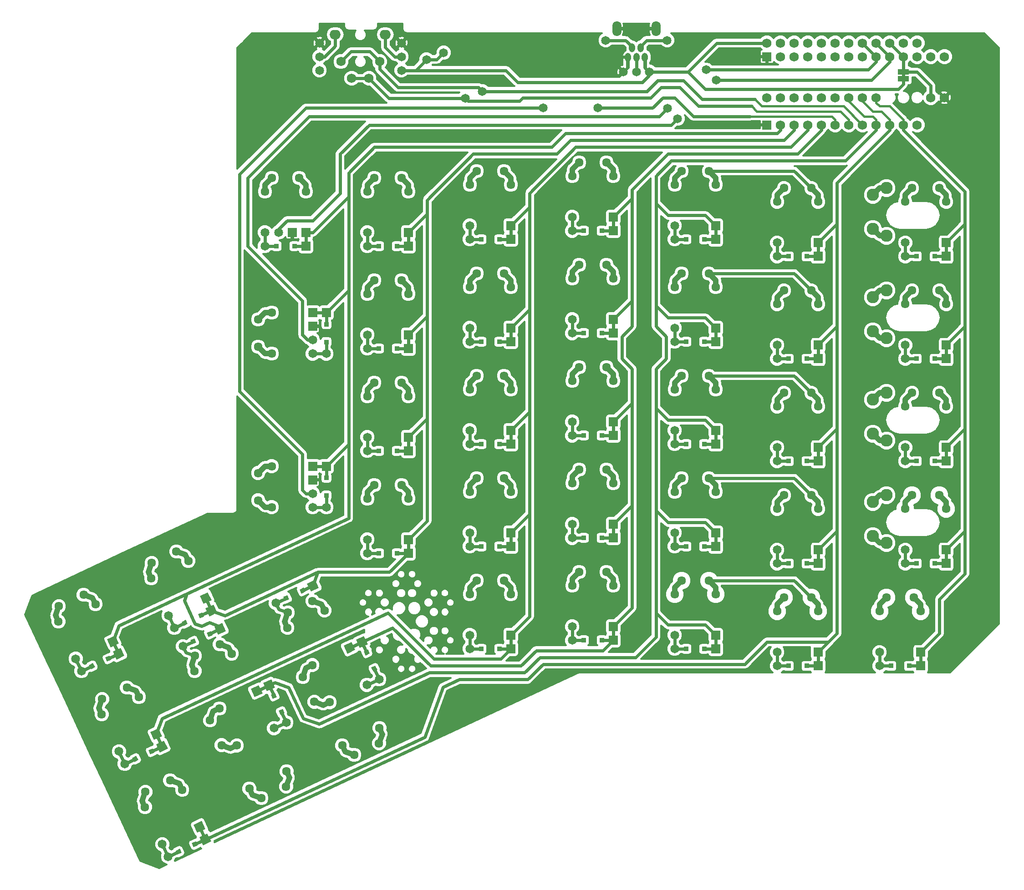
<source format=gbr>
G04 #@! TF.FileFunction,Copper,L1,Top,Signal*
%FSLAX46Y46*%
G04 Gerber Fmt 4.6, Leading zero omitted, Abs format (unit mm)*
G04 Created by KiCad (PCBNEW 4.0.7) date *
%MOMM*%
%LPD*%
G01*
G04 APERTURE LIST*
%ADD10C,0.150000*%
%ADD11C,0.609600*%
%ADD12C,1.752600*%
%ADD13R,1.752600X1.752600*%
%ADD14C,1.651000*%
%ADD15R,1.651000X1.651000*%
%ADD16O,1.143000X1.651000*%
%ADD17O,1.701800X2.794000*%
%ADD18C,1.610000*%
%ADD19C,1.701800*%
%ADD20R,2.032000X1.016000*%
%ADD21O,2.057400X1.752600*%
%ADD22R,0.838200X0.838200*%
%ADD23C,2.280920*%
%ADD24C,0.406400*%
%ADD25C,1.016000*%
%ADD26C,0.033020*%
%ADD27C,0.304800*%
G04 APERTURE END LIST*
D10*
D11*
X53341367Y-147187736D02*
X55286576Y-146280670D01*
X58302224Y-144874450D02*
X60247433Y-143967384D01*
X70605747Y-139135936D02*
X72550956Y-138228870D01*
X75566604Y-136822650D02*
X77511813Y-135915584D01*
X135229600Y-40259000D02*
X135991600Y-39497000D01*
X135991600Y-39497000D02*
X135991600Y-37973000D01*
X140055600Y-40259000D02*
X139293600Y-39624000D01*
X139293600Y-39624000D02*
X139293600Y-37973000D01*
X137642600Y-37973000D02*
X137642600Y-40259000D01*
X136753600Y-35433000D02*
X135610600Y-34417000D01*
X135610600Y-34417000D02*
X131927600Y-34417000D01*
X138531600Y-35433000D02*
X139547600Y-34417000D01*
X139547600Y-34417000D02*
X143357600Y-34417000D01*
X68580000Y-72720200D02*
X70726300Y-72720200D01*
X74053700Y-72720200D02*
X76200000Y-72720200D01*
X80010000Y-92720160D02*
X80010000Y-90573860D01*
X80010000Y-87246460D02*
X80010000Y-85100160D01*
X80010000Y-121295160D02*
X80010000Y-119148860D01*
X80010000Y-115821460D02*
X80010000Y-113675160D01*
X182880000Y-150822660D02*
X185026300Y-150822660D01*
X188353700Y-150822660D02*
X190500000Y-150822660D01*
X87630000Y-91767660D02*
X89776300Y-91767660D01*
X93103700Y-91767660D02*
X95250000Y-91767660D01*
X42515518Y-169049321D02*
X44460727Y-168142255D01*
X47476375Y-166736035D02*
X49421584Y-165828970D01*
X50567318Y-186316241D02*
X52512527Y-185409175D01*
X55528175Y-184002955D02*
X57473384Y-183095890D01*
X34466258Y-151784941D02*
X36411467Y-150877875D01*
X39427115Y-149471655D02*
X41372324Y-148564590D01*
X51730638Y-143735681D02*
X53675847Y-142828615D01*
X56691495Y-141422395D02*
X58636704Y-140515330D01*
X163830000Y-74625200D02*
X165976300Y-74625200D01*
X169303700Y-74625200D02*
X171450000Y-74625200D01*
X144780000Y-71447660D02*
X146926300Y-71447660D01*
X150253700Y-71447660D02*
X152400000Y-71447660D01*
X125730000Y-69850000D02*
X127876300Y-69850000D01*
X131203700Y-69850000D02*
X133350000Y-69850000D01*
X106680000Y-71447660D02*
X108826300Y-71447660D01*
X112153700Y-71447660D02*
X114300000Y-71447660D01*
X144780000Y-147647660D02*
X146926300Y-147647660D01*
X150253700Y-147647660D02*
X152400000Y-147647660D01*
X163830000Y-93672660D02*
X165976300Y-93672660D01*
X169303700Y-93672660D02*
X171450000Y-93672660D01*
X125730000Y-88900000D02*
X127876300Y-88900000D01*
X131203700Y-88900000D02*
X133350000Y-88900000D01*
X106680000Y-90497660D02*
X108826300Y-90497660D01*
X112153700Y-90497660D02*
X114300000Y-90497660D01*
X163830000Y-112722660D02*
X165976300Y-112722660D01*
X169303700Y-112722660D02*
X171450000Y-112722660D01*
X144780000Y-109547660D02*
X146926300Y-109547660D01*
X150253700Y-109547660D02*
X152400000Y-109547660D01*
X125730000Y-107950000D02*
X127876300Y-107950000D01*
X131203700Y-107950000D02*
X133350000Y-107950000D01*
X106680000Y-109547660D02*
X108826300Y-109547660D01*
X112153700Y-109547660D02*
X114300000Y-109547660D01*
X87630000Y-110817660D02*
X89776300Y-110817660D01*
X93103700Y-110817660D02*
X95250000Y-110817660D01*
X163830000Y-131772660D02*
X165976300Y-131772660D01*
X169303700Y-131772660D02*
X171450000Y-131772660D01*
X144780000Y-128597660D02*
X146926300Y-128597660D01*
X150253700Y-128597660D02*
X152400000Y-128597660D01*
X125730000Y-127000000D02*
X127876300Y-127000000D01*
X131203700Y-127000000D02*
X133350000Y-127000000D01*
X106680000Y-128597660D02*
X108826300Y-128597660D01*
X112153700Y-128597660D02*
X114300000Y-128597660D01*
X87630000Y-129867660D02*
X89776300Y-129867660D01*
X93103700Y-129867660D02*
X95250000Y-129867660D01*
X163830000Y-150822660D02*
X165976300Y-150822660D01*
X169303700Y-150822660D02*
X171450000Y-150822660D01*
X125730000Y-146050000D02*
X127876300Y-146050000D01*
X131203700Y-146050000D02*
X133350000Y-146050000D01*
X106680000Y-147647660D02*
X108826300Y-147647660D01*
X112153700Y-147647660D02*
X114300000Y-147647660D01*
X89819101Y-153298162D02*
X88912035Y-151352953D01*
X87505815Y-148337305D02*
X86598750Y-146392096D01*
X72554721Y-161349962D02*
X71647655Y-159404753D01*
X70241435Y-156389105D02*
X69334370Y-154443896D01*
X144780000Y-90497660D02*
X146926300Y-90497660D01*
X150253700Y-90497660D02*
X152400000Y-90497660D01*
X87630000Y-72720200D02*
X89776300Y-72720200D01*
X93103700Y-72720200D02*
X95250000Y-72720200D01*
X187642500Y-74625200D02*
X189788800Y-74625200D01*
X193116200Y-74625200D02*
X195262500Y-74625200D01*
X187642500Y-93672660D02*
X189788800Y-93672660D01*
X193116200Y-93672660D02*
X195262500Y-93672660D01*
X187642500Y-112722660D02*
X189788800Y-112722660D01*
X193116200Y-112722660D02*
X195262500Y-112722660D01*
X187642500Y-131772660D02*
X189788800Y-131772660D01*
X193116200Y-131772660D02*
X195262500Y-131772660D01*
D12*
X164465000Y-37465000D03*
X167005000Y-37465000D03*
X169545000Y-37465000D03*
X172085000Y-37465000D03*
X174625000Y-37465000D03*
X177165000Y-37465000D03*
X179705000Y-37465000D03*
X182245000Y-37465000D03*
X184785000Y-37465000D03*
X187325000Y-37465000D03*
X189865000Y-37465000D03*
X192405000Y-37465000D03*
X194945000Y-37465000D03*
D13*
X161925000Y-37465000D03*
D12*
X194945000Y-45085000D03*
X192405000Y-45085000D03*
X182245000Y-45085000D03*
X179705000Y-45085000D03*
X177165000Y-45085000D03*
X174625000Y-45085000D03*
X172085000Y-45085000D03*
X169545000Y-45085000D03*
X167005000Y-45085000D03*
X164465000Y-45085000D03*
X161925000Y-45085000D03*
D14*
X53341367Y-147187736D03*
D10*
G36*
X55083862Y-146837623D02*
X54729623Y-146077956D01*
X55489290Y-145723717D01*
X55843529Y-146483384D01*
X55083862Y-146837623D01*
X55083862Y-146837623D01*
G37*
G36*
X59848147Y-145064412D02*
X59150405Y-143568098D01*
X60646719Y-142870356D01*
X61344461Y-144366670D01*
X59848147Y-145064412D01*
X59848147Y-145064412D01*
G37*
G36*
X58099510Y-145431403D02*
X57745271Y-144671736D01*
X58504938Y-144317497D01*
X58859177Y-145077164D01*
X58099510Y-145431403D01*
X58099510Y-145431403D01*
G37*
D14*
X70605747Y-139135936D03*
D10*
G36*
X72348242Y-138785823D02*
X71994003Y-138026156D01*
X72753670Y-137671917D01*
X73107909Y-138431584D01*
X72348242Y-138785823D01*
X72348242Y-138785823D01*
G37*
G36*
X77112527Y-137012612D02*
X76414785Y-135516298D01*
X77911099Y-134818556D01*
X78608841Y-136314870D01*
X77112527Y-137012612D01*
X77112527Y-137012612D01*
G37*
G36*
X75363890Y-137379603D02*
X75009651Y-136619936D01*
X75769318Y-136265697D01*
X76123557Y-137025364D01*
X75363890Y-137379603D01*
X75363890Y-137379603D01*
G37*
D14*
X77470000Y-118755160D03*
D15*
X77470000Y-116215160D03*
D14*
X77470000Y-90180160D03*
D15*
X77470000Y-87640160D03*
D14*
X71120000Y-70180200D03*
D15*
X73660000Y-70180200D03*
D16*
X139242800Y-37553900D03*
X138442700Y-35806380D03*
X137642600Y-37553900D03*
X136842500Y-35806380D03*
X136042400Y-37553900D03*
D17*
X133995160Y-32230060D03*
X141290040Y-32230060D03*
D14*
X140055600Y-40259000D03*
X143357600Y-34417000D03*
X137642600Y-40259000D03*
X131927600Y-34417000D03*
X135229600Y-40259000D03*
D18*
X77434621Y-138754526D03*
X72753017Y-143740174D03*
D19*
X72675456Y-146578921D03*
X81883544Y-142285119D03*
D18*
X79659082Y-140519823D03*
X72830577Y-140901427D03*
X60170241Y-146806326D03*
X55488637Y-151791974D03*
D19*
X55411076Y-154630721D03*
X64619164Y-150336919D03*
D18*
X62394702Y-148571623D03*
X55566197Y-148953227D03*
X85176179Y-167376434D03*
X89857783Y-162390786D03*
D19*
X89935344Y-159552039D03*
X80727256Y-163845841D03*
D18*
X82951718Y-165611137D03*
X89780223Y-165229533D03*
X67909259Y-175425694D03*
X72590863Y-170440046D03*
D19*
X72668424Y-167601299D03*
X63460336Y-171895101D03*
D18*
X65684798Y-173660397D03*
X72513303Y-173278793D03*
D14*
X152499602Y-41810398D03*
X145315398Y-48994602D03*
X150594602Y-39905398D03*
X143410398Y-47089602D03*
X130492500Y-46990000D03*
X120332500Y-46990000D03*
X101817898Y-36730398D03*
X109002102Y-43914602D03*
X98642898Y-38000398D03*
X105827102Y-45184602D03*
X78740000Y-40005000D03*
X78740000Y-37465000D03*
X78740000Y-34925000D03*
X93980000Y-40005000D03*
X93980000Y-37465000D03*
X93980000Y-34925000D03*
D13*
X161925000Y-50165000D03*
D12*
X164465000Y-50165000D03*
X167005000Y-50165000D03*
X169545000Y-50165000D03*
X172085000Y-50165000D03*
X174625000Y-50165000D03*
X177165000Y-50165000D03*
X179705000Y-50165000D03*
X182245000Y-50165000D03*
X184785000Y-50165000D03*
X187325000Y-50165000D03*
X189865000Y-50165000D03*
X189865000Y-34925000D03*
X187325000Y-34925000D03*
X184785000Y-34925000D03*
X182245000Y-34925000D03*
X179705000Y-34925000D03*
X177165000Y-34925000D03*
X174625000Y-34925000D03*
X167005000Y-34925000D03*
X164465000Y-34925000D03*
X161925000Y-34925000D03*
X172085000Y-34925000D03*
X169545000Y-34925000D03*
D20*
X187325000Y-40322500D03*
X187325000Y-41592500D03*
D21*
X90957400Y-33375600D03*
D12*
X82702400Y-38379400D03*
X87909400Y-41478200D03*
D21*
X81661000Y-33375600D03*
D12*
X84709000Y-41478200D03*
X89916000Y-38379400D03*
D18*
X74930000Y-60020200D03*
X68580000Y-62560200D03*
D19*
X67310000Y-65100200D03*
X77470000Y-65100200D03*
D18*
X76200000Y-62560200D03*
X69850000Y-60020200D03*
D14*
X68580000Y-70180200D03*
D15*
X76200000Y-70180200D03*
D14*
X68580000Y-72720200D03*
D15*
X76200000Y-72720200D03*
D22*
X70726300Y-72720200D03*
X74053700Y-72720200D03*
D18*
X67310000Y-86370160D03*
X69850000Y-92720160D03*
D19*
X72390000Y-93990160D03*
X72390000Y-83830160D03*
D18*
X69850000Y-85100160D03*
X67310000Y-91450160D03*
D14*
X77470000Y-92720160D03*
D15*
X77470000Y-85100160D03*
D14*
X80010000Y-92720160D03*
D15*
X80010000Y-85100160D03*
D22*
X80010000Y-90573860D03*
X80010000Y-87246460D03*
D18*
X67310000Y-114945160D03*
X69850000Y-121295160D03*
D19*
X72390000Y-122565160D03*
X72390000Y-112405160D03*
D18*
X69850000Y-113675160D03*
X67310000Y-120025160D03*
D14*
X77470000Y-121295160D03*
D15*
X77470000Y-113675160D03*
D14*
X80010000Y-121295160D03*
D15*
X80010000Y-113675160D03*
D22*
X80010000Y-119148860D03*
X80010000Y-115821460D03*
D18*
X189230000Y-138122660D03*
X182880000Y-140662660D03*
D19*
X181610000Y-143202660D03*
X191770000Y-143202660D03*
D18*
X190500000Y-140662660D03*
X184150000Y-138122660D03*
D14*
X182880000Y-148282660D03*
D15*
X190500000Y-148282660D03*
D14*
X182880000Y-150822660D03*
D15*
X190500000Y-150822660D03*
D22*
X185026300Y-150822660D03*
X188353700Y-150822660D03*
D18*
X93980000Y-79067660D03*
X87630000Y-81607660D03*
D19*
X86360000Y-84147660D03*
X96520000Y-84147660D03*
D18*
X95250000Y-81607660D03*
X88900000Y-79067660D03*
D14*
X87630000Y-89227660D03*
D15*
X95250000Y-89227660D03*
D14*
X87630000Y-91767660D03*
D15*
X95250000Y-91767660D03*
D22*
X89776300Y-91767660D03*
X93103700Y-91767660D03*
D18*
X42903321Y-154855586D03*
X38221717Y-159841234D03*
D19*
X38144156Y-162679981D03*
X47352244Y-158386179D03*
D18*
X45127782Y-156620883D03*
X38299277Y-157002487D03*
D14*
X41442068Y-166747299D03*
D10*
G36*
X47948847Y-164623976D02*
X47251105Y-163127662D01*
X48747419Y-162429920D01*
X49445161Y-163926234D01*
X47948847Y-164623976D01*
X47948847Y-164623976D01*
G37*
D14*
X42515518Y-169049321D03*
D10*
G36*
X49022298Y-166925998D02*
X48324556Y-165429684D01*
X49820870Y-164731942D01*
X50518612Y-166228256D01*
X49022298Y-166925998D01*
X49022298Y-166925998D01*
G37*
G36*
X44258013Y-168699208D02*
X43903774Y-167939541D01*
X44663441Y-167585302D01*
X45017680Y-168344969D01*
X44258013Y-168699208D01*
X44258013Y-168699208D01*
G37*
G36*
X47273661Y-167292988D02*
X46919422Y-166533321D01*
X47679089Y-166179082D01*
X48033328Y-166938749D01*
X47273661Y-167292988D01*
X47273661Y-167292988D01*
G37*
D18*
X50955121Y-172122506D03*
X46273517Y-177108154D03*
D19*
X46195956Y-179946901D03*
X55404044Y-175653099D03*
D18*
X53179582Y-173887803D03*
X46351077Y-174269407D03*
D14*
X49493868Y-184014219D03*
D10*
G36*
X56000647Y-181890896D02*
X55302905Y-180394582D01*
X56799219Y-179696840D01*
X57496961Y-181193154D01*
X56000647Y-181890896D01*
X56000647Y-181890896D01*
G37*
D14*
X50567318Y-186316241D03*
D10*
G36*
X57074098Y-184192918D02*
X56376356Y-182696604D01*
X57872670Y-181998862D01*
X58570412Y-183495176D01*
X57074098Y-184192918D01*
X57074098Y-184192918D01*
G37*
G36*
X52309813Y-185966128D02*
X51955574Y-185206461D01*
X52715241Y-184852222D01*
X53069480Y-185611889D01*
X52309813Y-185966128D01*
X52309813Y-185966128D01*
G37*
G36*
X55325461Y-184559908D02*
X54971222Y-183800241D01*
X55730889Y-183446002D01*
X56085128Y-184205669D01*
X55325461Y-184559908D01*
X55325461Y-184559908D01*
G37*
D18*
X34854061Y-137591206D03*
X30172457Y-142576854D03*
D19*
X30094896Y-145415601D03*
X39302984Y-141121799D03*
D18*
X37078522Y-139356503D03*
X30250017Y-139738107D03*
D14*
X33392808Y-149482919D03*
D10*
G36*
X39899587Y-147359596D02*
X39201845Y-145863282D01*
X40698159Y-145165540D01*
X41395901Y-146661854D01*
X39899587Y-147359596D01*
X39899587Y-147359596D01*
G37*
D14*
X34466258Y-151784941D03*
D10*
G36*
X40973038Y-149661618D02*
X40275296Y-148165304D01*
X41771610Y-147467562D01*
X42469352Y-148963876D01*
X40973038Y-149661618D01*
X40973038Y-149661618D01*
G37*
G36*
X36208753Y-151434828D02*
X35854514Y-150675161D01*
X36614181Y-150320922D01*
X36968420Y-151080589D01*
X36208753Y-151434828D01*
X36208753Y-151434828D01*
G37*
G36*
X39224401Y-150028608D02*
X38870162Y-149268941D01*
X39629829Y-148914702D01*
X39984068Y-149674369D01*
X39224401Y-150028608D01*
X39224401Y-150028608D01*
G37*
D18*
X52118441Y-129541946D03*
X47436837Y-134527594D03*
D19*
X47359276Y-137366341D03*
X56567364Y-133072539D03*
D18*
X54342902Y-131307243D03*
X47514397Y-131688847D03*
D14*
X50657188Y-141433659D03*
D10*
G36*
X57163967Y-139310336D02*
X56466225Y-137814022D01*
X57962539Y-137116280D01*
X58660281Y-138612594D01*
X57163967Y-139310336D01*
X57163967Y-139310336D01*
G37*
D14*
X51730638Y-143735681D03*
D10*
G36*
X58237418Y-141612358D02*
X57539676Y-140116044D01*
X59035990Y-139418302D01*
X59733732Y-140914616D01*
X58237418Y-141612358D01*
X58237418Y-141612358D01*
G37*
G36*
X53473133Y-143385568D02*
X53118894Y-142625901D01*
X53878561Y-142271662D01*
X54232800Y-143031329D01*
X53473133Y-143385568D01*
X53473133Y-143385568D01*
G37*
G36*
X56488781Y-141979348D02*
X56134542Y-141219681D01*
X56894209Y-140865442D01*
X57248448Y-141625109D01*
X56488781Y-141979348D01*
X56488781Y-141979348D01*
G37*
D18*
X170180000Y-61925200D03*
X163830000Y-64465200D03*
D19*
X162560000Y-67005200D03*
X172720000Y-67005200D03*
D18*
X171450000Y-64465200D03*
X165100000Y-61925200D03*
D14*
X163830000Y-72085200D03*
D15*
X171450000Y-72085200D03*
D14*
X163830000Y-74625200D03*
D15*
X171450000Y-74625200D03*
D22*
X165976300Y-74625200D03*
X169303700Y-74625200D03*
D18*
X151130000Y-58747660D03*
X144780000Y-61287660D03*
D19*
X143510000Y-63827660D03*
X153670000Y-63827660D03*
D18*
X152400000Y-61287660D03*
X146050000Y-58747660D03*
D14*
X144780000Y-68907660D03*
D15*
X152400000Y-68907660D03*
D14*
X144780000Y-71447660D03*
D15*
X152400000Y-71447660D03*
D22*
X146926300Y-71447660D03*
X150253700Y-71447660D03*
D18*
X132080000Y-57150000D03*
X125730000Y-59690000D03*
D19*
X124460000Y-62230000D03*
X134620000Y-62230000D03*
D18*
X133350000Y-59690000D03*
X127000000Y-57150000D03*
D14*
X125730000Y-67310000D03*
D15*
X133350000Y-67310000D03*
D14*
X125730000Y-69850000D03*
D15*
X133350000Y-69850000D03*
D22*
X127876300Y-69850000D03*
X131203700Y-69850000D03*
D18*
X113030000Y-58747660D03*
X106680000Y-61287660D03*
D19*
X105410000Y-63827660D03*
X115570000Y-63827660D03*
D18*
X114300000Y-61287660D03*
X107950000Y-58747660D03*
D14*
X106680000Y-68907660D03*
D15*
X114300000Y-68907660D03*
D14*
X106680000Y-71447660D03*
D15*
X114300000Y-71447660D03*
D22*
X108826300Y-71447660D03*
X112153700Y-71447660D03*
D18*
X151130000Y-134947660D03*
X144780000Y-137487660D03*
D19*
X143510000Y-140027660D03*
X153670000Y-140027660D03*
D18*
X152400000Y-137487660D03*
X146050000Y-134947660D03*
D14*
X144780000Y-145107660D03*
D15*
X152400000Y-145107660D03*
D14*
X144780000Y-147647660D03*
D15*
X152400000Y-147647660D03*
D22*
X146926300Y-147647660D03*
X150253700Y-147647660D03*
D18*
X170180000Y-80972660D03*
X163830000Y-83512660D03*
D19*
X162560000Y-86052660D03*
X172720000Y-86052660D03*
D18*
X171450000Y-83512660D03*
X165100000Y-80972660D03*
D14*
X163830000Y-91132660D03*
D15*
X171450000Y-91132660D03*
D14*
X163830000Y-93672660D03*
D15*
X171450000Y-93672660D03*
D22*
X165976300Y-93672660D03*
X169303700Y-93672660D03*
D18*
X132080000Y-76200000D03*
X125730000Y-78740000D03*
D19*
X124460000Y-81280000D03*
X134620000Y-81280000D03*
D18*
X133350000Y-78740000D03*
X127000000Y-76200000D03*
D14*
X125730000Y-86360000D03*
D15*
X133350000Y-86360000D03*
D14*
X125730000Y-88900000D03*
D15*
X133350000Y-88900000D03*
D22*
X127876300Y-88900000D03*
X131203700Y-88900000D03*
D18*
X113030000Y-77797660D03*
X106680000Y-80337660D03*
D19*
X105410000Y-82877660D03*
X115570000Y-82877660D03*
D18*
X114300000Y-80337660D03*
X107950000Y-77797660D03*
D14*
X106680000Y-87957660D03*
D15*
X114300000Y-87957660D03*
D14*
X106680000Y-90497660D03*
D15*
X114300000Y-90497660D03*
D22*
X108826300Y-90497660D03*
X112153700Y-90497660D03*
D18*
X170180000Y-100022660D03*
X163830000Y-102562660D03*
D19*
X162560000Y-105102660D03*
X172720000Y-105102660D03*
D18*
X171450000Y-102562660D03*
X165100000Y-100022660D03*
D14*
X163830000Y-110182660D03*
D15*
X171450000Y-110182660D03*
D14*
X163830000Y-112722660D03*
D15*
X171450000Y-112722660D03*
D22*
X165976300Y-112722660D03*
X169303700Y-112722660D03*
D18*
X151130000Y-96847660D03*
X144780000Y-99387660D03*
D19*
X143510000Y-101927660D03*
X153670000Y-101927660D03*
D18*
X152400000Y-99387660D03*
X146050000Y-96847660D03*
D14*
X144780000Y-107007660D03*
D15*
X152400000Y-107007660D03*
D14*
X144780000Y-109547660D03*
D15*
X152400000Y-109547660D03*
D22*
X146926300Y-109547660D03*
X150253700Y-109547660D03*
D18*
X132080000Y-95250000D03*
X125730000Y-97790000D03*
D19*
X124460000Y-100330000D03*
X134620000Y-100330000D03*
D18*
X133350000Y-97790000D03*
X127000000Y-95250000D03*
D14*
X125730000Y-105410000D03*
D15*
X133350000Y-105410000D03*
D14*
X125730000Y-107950000D03*
D15*
X133350000Y-107950000D03*
D22*
X127876300Y-107950000D03*
X131203700Y-107950000D03*
D18*
X113030000Y-96847660D03*
X106680000Y-99387660D03*
D19*
X105410000Y-101927660D03*
X115570000Y-101927660D03*
D18*
X114300000Y-99387660D03*
X107950000Y-96847660D03*
D14*
X106680000Y-107007660D03*
D15*
X114300000Y-107007660D03*
D14*
X106680000Y-109547660D03*
D15*
X114300000Y-109547660D03*
D22*
X108826300Y-109547660D03*
X112153700Y-109547660D03*
D18*
X93980000Y-98117660D03*
X87630000Y-100657660D03*
D19*
X86360000Y-103197660D03*
X96520000Y-103197660D03*
D18*
X95250000Y-100657660D03*
X88900000Y-98117660D03*
D14*
X87630000Y-108277660D03*
D15*
X95250000Y-108277660D03*
D14*
X87630000Y-110817660D03*
D15*
X95250000Y-110817660D03*
D22*
X89776300Y-110817660D03*
X93103700Y-110817660D03*
D18*
X170180000Y-119072660D03*
X163830000Y-121612660D03*
D19*
X162560000Y-124152660D03*
X172720000Y-124152660D03*
D18*
X171450000Y-121612660D03*
X165100000Y-119072660D03*
D14*
X163830000Y-129232660D03*
D15*
X171450000Y-129232660D03*
D14*
X163830000Y-131772660D03*
D15*
X171450000Y-131772660D03*
D22*
X165976300Y-131772660D03*
X169303700Y-131772660D03*
D18*
X151130000Y-115897660D03*
X144780000Y-118437660D03*
D19*
X143510000Y-120977660D03*
X153670000Y-120977660D03*
D18*
X152400000Y-118437660D03*
X146050000Y-115897660D03*
D14*
X144780000Y-126057660D03*
D15*
X152400000Y-126057660D03*
D14*
X144780000Y-128597660D03*
D15*
X152400000Y-128597660D03*
D22*
X146926300Y-128597660D03*
X150253700Y-128597660D03*
D18*
X132080000Y-114300000D03*
X125730000Y-116840000D03*
D19*
X124460000Y-119380000D03*
X134620000Y-119380000D03*
D18*
X133350000Y-116840000D03*
X127000000Y-114300000D03*
D14*
X125730000Y-124460000D03*
D15*
X133350000Y-124460000D03*
D14*
X125730000Y-127000000D03*
D15*
X133350000Y-127000000D03*
D22*
X127876300Y-127000000D03*
X131203700Y-127000000D03*
D18*
X113030000Y-115897660D03*
X106680000Y-118437660D03*
D19*
X105410000Y-120977660D03*
X115570000Y-120977660D03*
D18*
X114300000Y-118437660D03*
X107950000Y-115897660D03*
D14*
X106680000Y-126057660D03*
D15*
X114300000Y-126057660D03*
D14*
X106680000Y-128597660D03*
D15*
X114300000Y-128597660D03*
D22*
X108826300Y-128597660D03*
X112153700Y-128597660D03*
D18*
X93980000Y-117167660D03*
X87630000Y-119707660D03*
D19*
X86360000Y-122247660D03*
X96520000Y-122247660D03*
D18*
X95250000Y-119707660D03*
X88900000Y-117167660D03*
D14*
X87630000Y-127327660D03*
D15*
X95250000Y-127327660D03*
D14*
X87630000Y-129867660D03*
D15*
X95250000Y-129867660D03*
D22*
X89776300Y-129867660D03*
X93103700Y-129867660D03*
D18*
X170180000Y-138122660D03*
X163830000Y-140662660D03*
D19*
X162560000Y-143202660D03*
X172720000Y-143202660D03*
D18*
X171450000Y-140662660D03*
X165100000Y-138122660D03*
D14*
X163830000Y-148282660D03*
D15*
X171450000Y-148282660D03*
D14*
X163830000Y-150822660D03*
D15*
X171450000Y-150822660D03*
D22*
X165976300Y-150822660D03*
X169303700Y-150822660D03*
D18*
X132080000Y-133350000D03*
X125730000Y-135890000D03*
D19*
X124460000Y-138430000D03*
X134620000Y-138430000D03*
D18*
X133350000Y-135890000D03*
X127000000Y-133350000D03*
D14*
X125730000Y-143510000D03*
D15*
X133350000Y-143510000D03*
D14*
X125730000Y-146050000D03*
D15*
X133350000Y-146050000D03*
D22*
X127876300Y-146050000D03*
X131203700Y-146050000D03*
D18*
X113030000Y-134947660D03*
X106680000Y-137487660D03*
D19*
X105410000Y-140027660D03*
X115570000Y-140027660D03*
D18*
X114300000Y-137487660D03*
X107950000Y-134947660D03*
D14*
X106680000Y-145107660D03*
D15*
X114300000Y-145107660D03*
D14*
X106680000Y-147647660D03*
D15*
X114300000Y-147647660D03*
D22*
X108826300Y-147647660D03*
X112153700Y-147647660D03*
D18*
X75625366Y-152910359D03*
X80611014Y-157591963D03*
D19*
X83449761Y-157669524D03*
X79155959Y-148461436D03*
D18*
X77390663Y-150685898D03*
X77772267Y-157514403D03*
D14*
X87517079Y-154371612D03*
D10*
G36*
X85393756Y-147864833D02*
X83897442Y-148562575D01*
X83199700Y-147066261D01*
X84696014Y-146368519D01*
X85393756Y-147864833D01*
X85393756Y-147864833D01*
G37*
D14*
X89819101Y-153298162D03*
D10*
G36*
X87695778Y-146791382D02*
X86199464Y-147489124D01*
X85501722Y-145992810D01*
X86998036Y-145295068D01*
X87695778Y-146791382D01*
X87695778Y-146791382D01*
G37*
G36*
X89468988Y-151555667D02*
X88709321Y-151909906D01*
X88355082Y-151150239D01*
X89114749Y-150796000D01*
X89468988Y-151555667D01*
X89468988Y-151555667D01*
G37*
G36*
X88062768Y-148540019D02*
X87303101Y-148894258D01*
X86948862Y-148134591D01*
X87708529Y-147780352D01*
X88062768Y-148540019D01*
X88062768Y-148540019D01*
G37*
D18*
X58360986Y-160962159D03*
X63346634Y-165643763D03*
D19*
X66185381Y-165721324D03*
X61891579Y-156513236D03*
D18*
X60126283Y-158737698D03*
X60507887Y-165566203D03*
D14*
X70252699Y-162423412D03*
D10*
G36*
X68129376Y-155916633D02*
X66633062Y-156614375D01*
X65935320Y-155118061D01*
X67431634Y-154420319D01*
X68129376Y-155916633D01*
X68129376Y-155916633D01*
G37*
D14*
X72554721Y-161349962D03*
D10*
G36*
X70431398Y-154843182D02*
X68935084Y-155540924D01*
X68237342Y-154044610D01*
X69733656Y-153346868D01*
X70431398Y-154843182D01*
X70431398Y-154843182D01*
G37*
G36*
X72204608Y-159607467D02*
X71444941Y-159961706D01*
X71090702Y-159202039D01*
X71850369Y-158847800D01*
X72204608Y-159607467D01*
X72204608Y-159607467D01*
G37*
G36*
X70798388Y-156591819D02*
X70038721Y-156946058D01*
X69684482Y-156186391D01*
X70444149Y-155832152D01*
X70798388Y-156591819D01*
X70798388Y-156591819D01*
G37*
D18*
X151130000Y-77797660D03*
X144780000Y-80337660D03*
D19*
X143510000Y-82877660D03*
X153670000Y-82877660D03*
D18*
X152400000Y-80337660D03*
X146050000Y-77797660D03*
D14*
X144780000Y-87957660D03*
D15*
X152400000Y-87957660D03*
D14*
X144780000Y-90497660D03*
D15*
X152400000Y-90497660D03*
D22*
X146926300Y-90497660D03*
X150253700Y-90497660D03*
D18*
X93980000Y-60020200D03*
X87630000Y-62560200D03*
D19*
X86360000Y-65100200D03*
X96520000Y-65100200D03*
D18*
X95250000Y-62560200D03*
X88900000Y-60020200D03*
D14*
X87630000Y-70180200D03*
D15*
X95250000Y-70180200D03*
D14*
X87630000Y-72720200D03*
D15*
X95250000Y-72720200D03*
D22*
X89776300Y-72720200D03*
X93103700Y-72720200D03*
D18*
X193992500Y-61925200D03*
X187642500Y-64465200D03*
D19*
X196532500Y-67005200D03*
D18*
X195262500Y-64465200D03*
X188912500Y-61925200D03*
D14*
X187642500Y-72085200D03*
D15*
X195262500Y-72085200D03*
D14*
X187642500Y-74625200D03*
D15*
X195262500Y-74625200D03*
D22*
X189788800Y-74625200D03*
X193116200Y-74625200D03*
D23*
X181610000Y-63195200D03*
X184150000Y-61925200D03*
X184150000Y-70815200D03*
X181610000Y-69545200D03*
D18*
X193992500Y-80972660D03*
X187642500Y-83512660D03*
D19*
X196532500Y-86052660D03*
D18*
X195262500Y-83512660D03*
X188912500Y-80972660D03*
D14*
X187642500Y-91132660D03*
D15*
X195262500Y-91132660D03*
D14*
X187642500Y-93672660D03*
D15*
X195262500Y-93672660D03*
D22*
X189788800Y-93672660D03*
X193116200Y-93672660D03*
D23*
X181610000Y-82242660D03*
X184150000Y-80972660D03*
X184150000Y-89862660D03*
X181610000Y-88592660D03*
D18*
X193992500Y-100022660D03*
X187642500Y-102562660D03*
D19*
X196532500Y-105102660D03*
D18*
X195262500Y-102562660D03*
X188912500Y-100022660D03*
D14*
X187642500Y-110182660D03*
D15*
X195262500Y-110182660D03*
D14*
X187642500Y-112722660D03*
D15*
X195262500Y-112722660D03*
D22*
X189788800Y-112722660D03*
X193116200Y-112722660D03*
D23*
X181610000Y-101292660D03*
X184150000Y-100022660D03*
X184150000Y-108912660D03*
X181610000Y-107642660D03*
D18*
X193992500Y-119072660D03*
X187642500Y-121612660D03*
D19*
X196532500Y-124152660D03*
D18*
X195262500Y-121612660D03*
X188912500Y-119072660D03*
D14*
X187642500Y-129232660D03*
D15*
X195262500Y-129232660D03*
D14*
X187642500Y-131772660D03*
D15*
X195262500Y-131772660D03*
D22*
X189788800Y-131772660D03*
X193116200Y-131772660D03*
D23*
X181610000Y-120342660D03*
X184150000Y-119072660D03*
X184150000Y-127962660D03*
X181610000Y-126692660D03*
D14*
X153670000Y-37465000D03*
X116522500Y-52387500D03*
X174307500Y-53975000D03*
X85090000Y-55562500D03*
X167640000Y-148272500D03*
X160655000Y-150812500D03*
D24*
X182245000Y-45085000D02*
X182245000Y-46037500D01*
D11*
X195262500Y-129232660D02*
X198755000Y-125740160D01*
X195262500Y-91132660D02*
X198755000Y-87640160D01*
X190500000Y-148282660D02*
X190500000Y-150822660D01*
X198755000Y-133664960D02*
X198755000Y-125740160D01*
D24*
X182245000Y-46037500D02*
X182880000Y-46672500D01*
X184785000Y-46672500D02*
X187325000Y-49212500D01*
D11*
X195262500Y-110182660D02*
X195262500Y-112722660D01*
X193992500Y-144790160D02*
X193992500Y-138427460D01*
X187325000Y-51117500D02*
X198755000Y-62547500D01*
X198755000Y-62547500D02*
X198755000Y-68592700D01*
X198755000Y-125740160D02*
X198755000Y-106690160D01*
X198755000Y-87640160D02*
X198755000Y-68592700D01*
X193992500Y-138427460D02*
X198755000Y-133664960D01*
X195262500Y-72085200D02*
X198755000Y-68592700D01*
X195262500Y-91132660D02*
X195262500Y-93672660D01*
D24*
X182880000Y-46672500D02*
X184785000Y-46672500D01*
D11*
X187325000Y-50165000D02*
X187325000Y-51117500D01*
X195262500Y-110182660D02*
X198755000Y-106690160D01*
D24*
X187325000Y-49212500D02*
X187325000Y-50165000D01*
D11*
X190500000Y-148282660D02*
X193992500Y-144790160D01*
X195262500Y-129232660D02*
X195262500Y-131772660D01*
X198755000Y-106690160D02*
X198755000Y-87640160D01*
X195262500Y-72085200D02*
X195262500Y-74625200D01*
X98333560Y-164043360D02*
X101711760Y-154759660D01*
X101711760Y-154759660D02*
X104729280Y-153352500D01*
X57472580Y-183095900D02*
X98333560Y-164043360D01*
X174942500Y-144790160D02*
X174942500Y-125740160D01*
X174942500Y-125740160D02*
X174942500Y-106690160D01*
X184785000Y-50165000D02*
X184785000Y-51117500D01*
X173360080Y-146372580D02*
X174942500Y-144790160D01*
X171450000Y-91132660D02*
X171450000Y-93672660D01*
D24*
X179705000Y-45720000D02*
X181610000Y-47625000D01*
X183197500Y-47625000D02*
X184785000Y-49212500D01*
D11*
X171450000Y-129232660D02*
X171450000Y-131772660D01*
X171450000Y-72085200D02*
X171450000Y-74625200D01*
X174942500Y-60960000D02*
X174942500Y-68580000D01*
X184785000Y-51117500D02*
X174942500Y-60960000D01*
X171450000Y-110182660D02*
X174942500Y-106690160D01*
X171450000Y-148282660D02*
X171450000Y-150822660D01*
X174942500Y-106690160D02*
X174942500Y-87640160D01*
X56400700Y-180794660D02*
X57472580Y-183095900D01*
D24*
X179705000Y-45085000D02*
X179705000Y-45720000D01*
D11*
X171450000Y-72085200D02*
X171450000Y-72072500D01*
X161919920Y-146372580D02*
X157797500Y-150495000D01*
X171450000Y-91132660D02*
X174942500Y-87640160D01*
X161919920Y-146372580D02*
X173360080Y-146372580D01*
X104729280Y-153352500D02*
X117475000Y-153352500D01*
X120332500Y-150495000D02*
X117475000Y-153352500D01*
X157797500Y-150495000D02*
X120332500Y-150495000D01*
D24*
X184785000Y-49212500D02*
X184785000Y-50165000D01*
D11*
X171450000Y-72072500D02*
X174942500Y-68580000D01*
X171450000Y-129232660D02*
X174942500Y-125740160D01*
D24*
X181610000Y-47625000D02*
X183197500Y-47625000D01*
D11*
X171450000Y-148282660D02*
X173360080Y-146372580D01*
X174942500Y-68580000D02*
X174942500Y-87640160D01*
X171450000Y-110182660D02*
X171450000Y-112722660D01*
X172085000Y-51117500D02*
X167640000Y-55562500D01*
X86601300Y-146392900D02*
X92301060Y-143736060D01*
X131445000Y-147955000D02*
X133350000Y-146050000D01*
X92301060Y-143736060D02*
X99377500Y-150812500D01*
X133350000Y-67310000D02*
X136842500Y-63817500D01*
X136842500Y-63817500D02*
X136842500Y-62230000D01*
X134937500Y-93662500D02*
X134937500Y-89535000D01*
X167640000Y-55562500D02*
X143510000Y-55562500D01*
X133350000Y-105410000D02*
X133350000Y-107950000D01*
X133350000Y-124460000D02*
X136842500Y-120967500D01*
X133350000Y-105410000D02*
X136842500Y-101917500D01*
X136842500Y-140017500D02*
X136842500Y-120967500D01*
X172085000Y-50165000D02*
X172085000Y-51117500D01*
X133350000Y-143510000D02*
X133350000Y-146050000D01*
X84297520Y-147464780D02*
X86601300Y-146392900D01*
X131445000Y-147955000D02*
X119062500Y-147955000D01*
X136842500Y-87630000D02*
X136842500Y-82867500D01*
X133350000Y-143510000D02*
X136842500Y-140017500D01*
X133350000Y-124460000D02*
X133350000Y-127000000D01*
X116205000Y-150812500D02*
X99377500Y-150812500D01*
X133350000Y-86360000D02*
X136842500Y-82867500D01*
X119062500Y-147955000D02*
X116205000Y-150812500D01*
X134937500Y-89535000D02*
X136842500Y-87630000D01*
X136842500Y-95567500D02*
X134937500Y-93662500D01*
X133350000Y-67310000D02*
X133350000Y-69850000D01*
X133350000Y-86360000D02*
X133350000Y-88900000D01*
X136842500Y-82867500D02*
X136842500Y-63817500D01*
X136842500Y-62230000D02*
X143510000Y-55562500D01*
X136842500Y-120967500D02*
X136842500Y-101917500D01*
X136842500Y-101917500D02*
X136842500Y-95567500D01*
X143510000Y-105092500D02*
X141287500Y-102870000D01*
X143510000Y-143192500D02*
X141287500Y-140970000D01*
X152400000Y-145107660D02*
X150484840Y-143192500D01*
X150484840Y-143192500D02*
X143510000Y-143192500D01*
X143192500Y-93662500D02*
X143192500Y-89535000D01*
X182245000Y-51117500D02*
X176530000Y-56832500D01*
X152400000Y-107007660D02*
X150484840Y-105092500D01*
X152400000Y-107007660D02*
X152400000Y-109547660D01*
X176530000Y-56832500D02*
X144145000Y-56832500D01*
D24*
X177165000Y-45720000D02*
X180022500Y-48577500D01*
X181610000Y-48577500D02*
X182245000Y-49212500D01*
D11*
X141287500Y-87630000D02*
X141287500Y-83820000D01*
X143510000Y-66992500D02*
X141287500Y-64770000D01*
X152400000Y-126057660D02*
X150484840Y-124142500D01*
X141287500Y-59690000D02*
X141287500Y-64770000D01*
X144145000Y-56832500D02*
X141287500Y-59690000D01*
D24*
X180022500Y-48577500D02*
X181610000Y-48577500D01*
D11*
X152400000Y-68907660D02*
X152400000Y-71447660D01*
X152400000Y-68907660D02*
X150484840Y-66992500D01*
X141287500Y-95567500D02*
X143192500Y-93662500D01*
X150484840Y-86042500D02*
X143510000Y-86042500D01*
X141287500Y-140970000D02*
X141287500Y-121920000D01*
X150484840Y-124142500D02*
X143510000Y-124142500D01*
X150484840Y-105092500D02*
X143510000Y-105092500D01*
X143510000Y-86042500D02*
X141287500Y-83820000D01*
X152400000Y-145107660D02*
X152400000Y-147647660D01*
X143510000Y-124142500D02*
X141287500Y-121920000D01*
X152400000Y-87957660D02*
X152400000Y-90497660D01*
X182245000Y-50165000D02*
X182245000Y-51117500D01*
D24*
X182245000Y-49212500D02*
X182245000Y-50165000D01*
D11*
X99192080Y-152082500D02*
X116840000Y-152082500D01*
X141287500Y-102870000D02*
X141287500Y-95567500D01*
X119697500Y-149225000D02*
X116840000Y-152082500D01*
X141287500Y-145415000D02*
X141287500Y-140970000D01*
X152400000Y-126057660D02*
X152400000Y-128597660D01*
X141287500Y-145415000D02*
X137477500Y-149225000D01*
X137477500Y-149225000D02*
X119697500Y-149225000D01*
X143192500Y-89535000D02*
X141287500Y-87630000D01*
X141287500Y-83820000D02*
X141287500Y-64770000D01*
X152400000Y-87957660D02*
X150484840Y-86042500D01*
D24*
X177165000Y-45085000D02*
X177165000Y-45720000D01*
D11*
X150484840Y-66992500D02*
X143510000Y-66992500D01*
X141287500Y-121920000D02*
X141287500Y-102870000D01*
X70487540Y-153906220D02*
X73017380Y-154828240D01*
X69334380Y-154442160D02*
X70487540Y-153906220D01*
X75702160Y-160583880D02*
X78656180Y-161658300D01*
X73017380Y-154828240D02*
X75702160Y-160583880D01*
X78656180Y-161658300D02*
X99192080Y-152082500D01*
X67033140Y-155516580D02*
X69334380Y-154442160D01*
X166370000Y-54292500D02*
X126365000Y-54292500D01*
X114300000Y-87957660D02*
X117792500Y-84465160D01*
X114300000Y-145107660D02*
X117792500Y-141615160D01*
X117792500Y-84465160D02*
X117792500Y-65415160D01*
X114300000Y-107007660D02*
X117792500Y-103515160D01*
X114300000Y-87957660D02*
X114300000Y-90497660D01*
X114300000Y-107007660D02*
X114300000Y-109547660D01*
X169545000Y-51117500D02*
X166370000Y-54292500D01*
X169545000Y-50165000D02*
X169545000Y-51117500D01*
X117792500Y-141615160D02*
X117792500Y-122565160D01*
X114300000Y-68907660D02*
X114300000Y-71447660D01*
X48348900Y-163527740D02*
X49423320Y-165831520D01*
X114300000Y-126057660D02*
X117792500Y-122565160D01*
X117792500Y-122565160D02*
X117792500Y-103515160D01*
X48348900Y-163527740D02*
X49423320Y-160576260D01*
X114300000Y-147647660D02*
X112405160Y-149542500D01*
X114300000Y-145107660D02*
X114300000Y-147647660D01*
X117792500Y-103515160D02*
X117792500Y-84465160D01*
X114300000Y-126057660D02*
X114300000Y-128597660D01*
X126365000Y-54292500D02*
X117792500Y-62865000D01*
X49423320Y-160576260D02*
X91450160Y-140980160D01*
X114300000Y-68907660D02*
X117792500Y-65415160D01*
X117792500Y-62865000D02*
X117792500Y-65415160D01*
X112405160Y-149542500D02*
X100012500Y-149542500D01*
X100012500Y-149542500D02*
X91450160Y-140980160D01*
X95250000Y-70180200D02*
X98742500Y-66687700D01*
X167005000Y-50165000D02*
X167005000Y-51117500D01*
X95250000Y-89227660D02*
X95250000Y-89217500D01*
X58635900Y-140515340D02*
X61168280Y-141437360D01*
X91732100Y-133385560D02*
X78432660Y-133385560D01*
X122872500Y-55562500D02*
X107315000Y-55562500D01*
X95250000Y-89227660D02*
X95250000Y-91767660D01*
X165100000Y-53022500D02*
X125412500Y-53022500D01*
X98742500Y-64135000D02*
X98742500Y-66687700D01*
X98742500Y-104785160D02*
X98742500Y-104775000D01*
X107315000Y-55562500D02*
X98742500Y-64135000D01*
X95250000Y-108277660D02*
X98742500Y-104785160D01*
X98742500Y-104775000D02*
X98742500Y-85725000D01*
X77513180Y-135917940D02*
X78432660Y-133385560D01*
X125412500Y-53022500D02*
X122872500Y-55562500D01*
X98742500Y-123835160D02*
X95250000Y-127327660D01*
X57564020Y-138211560D02*
X58635900Y-140515340D01*
X61168280Y-141437360D02*
X78432660Y-133385560D01*
X167005000Y-51117500D02*
X165100000Y-53022500D01*
X95250000Y-70180200D02*
X95250000Y-72720200D01*
X95250000Y-129867660D02*
X91732100Y-133385560D01*
X98742500Y-85725000D02*
X98742500Y-66687700D01*
X98742500Y-104785160D02*
X98742500Y-123835160D01*
X95250000Y-89217500D02*
X98742500Y-85725000D01*
X95250000Y-108277660D02*
X95250000Y-110817660D01*
X95250000Y-127327660D02*
X95250000Y-129867660D01*
X164465000Y-50165000D02*
X164465000Y-51117500D01*
X54033420Y-137406380D02*
X84137500Y-123367800D01*
X55585360Y-142989300D02*
X53573680Y-138671300D01*
X60246260Y-143967200D02*
X59979560Y-143393160D01*
X41374060Y-143309340D02*
X54033420Y-137406380D01*
X164465000Y-51117500D02*
X163830000Y-51752500D01*
X80010000Y-113675160D02*
X84137500Y-109547660D01*
X76200000Y-70180200D02*
X77457300Y-70180200D01*
X56852820Y-143449040D02*
X55585360Y-142989300D01*
X163830000Y-51752500D02*
X124460000Y-51752500D01*
X40297100Y-146263360D02*
X41371520Y-148564600D01*
X58290460Y-142778480D02*
X56852820Y-143449040D01*
X124460000Y-51752500D02*
X121920000Y-54292500D01*
X59979560Y-143393160D02*
X58290460Y-142778480D01*
X77470000Y-113675160D02*
X80010000Y-113675160D01*
X84137500Y-80972660D02*
X84137500Y-63500000D01*
X76200000Y-70180200D02*
X76200000Y-72720200D01*
X53573680Y-138671300D02*
X54033420Y-137406380D01*
X41374060Y-143309340D02*
X40297100Y-146263360D01*
X84137500Y-109537500D02*
X84137500Y-80972660D01*
X84137500Y-109547660D02*
X84137500Y-109537500D01*
X84137500Y-109537500D02*
X84137500Y-123367800D01*
X80010000Y-85100160D02*
X84137500Y-80972660D01*
X77470000Y-85100160D02*
X80010000Y-85100160D01*
X77457300Y-70180200D02*
X84137500Y-63500000D01*
X84137500Y-59055000D02*
X84137500Y-63500000D01*
X121920000Y-54292500D02*
X88900000Y-54292500D01*
X88900000Y-54292500D02*
X84137500Y-59055000D01*
X184785000Y-38417500D02*
X181391560Y-41810940D01*
X181391560Y-41810940D02*
X152499060Y-41810940D01*
X182245000Y-34925000D02*
X184785000Y-37465000D01*
X184785000Y-37465000D02*
X184785000Y-38417500D01*
X180756560Y-39905940D02*
X150594060Y-39905940D01*
X179705000Y-34925000D02*
X182245000Y-37465000D01*
X182245000Y-37465000D02*
X182245000Y-38417500D01*
X182245000Y-38417500D02*
X180756560Y-39905940D01*
D24*
X173990000Y-48577500D02*
X158750000Y-48577500D01*
D11*
X144780000Y-45085000D02*
X148272500Y-48577500D01*
X148272500Y-48577500D02*
X158750000Y-48577500D01*
D24*
X174625000Y-49212500D02*
X174625000Y-50165000D01*
D11*
X142554960Y-45085000D02*
X144780000Y-45085000D01*
D24*
X174625000Y-49212500D02*
X173990000Y-48577500D01*
D11*
X140649960Y-46990000D02*
X142554960Y-45085000D01*
X130492500Y-46990000D02*
X140649960Y-46990000D01*
D25*
X34853880Y-137591800D02*
X36540440Y-138206480D01*
X76240640Y-151223980D02*
X77393800Y-150685500D01*
X85176360Y-167375840D02*
X83487260Y-166761160D01*
X44592240Y-155470860D02*
X45128180Y-156621480D01*
X53807360Y-130154680D02*
X54343300Y-131307840D01*
X50954940Y-172123100D02*
X52644040Y-172737780D01*
X75628500Y-152910540D02*
X76240640Y-151223980D01*
X58976260Y-159273240D02*
X60126880Y-158737300D01*
X83487260Y-166761160D02*
X82951320Y-165610540D01*
X66222880Y-174812960D02*
X65684400Y-173662340D01*
X52644040Y-172737780D02*
X53179980Y-173888400D01*
X58361580Y-160962340D02*
X58976260Y-159273240D01*
X67909440Y-175427640D02*
X66222880Y-174812960D01*
X36540440Y-138206480D02*
X37078920Y-139357100D01*
X52118260Y-129542540D02*
X53807360Y-130154680D01*
X42903140Y-154856180D02*
X44592240Y-155470860D01*
X132080000Y-133350000D02*
X133350000Y-134620000D01*
X190500000Y-139392660D02*
X190500000Y-140662660D01*
X170180000Y-138122660D02*
X171450000Y-139392660D01*
X189230000Y-138122660D02*
X190500000Y-139392660D01*
D11*
X167005000Y-134947660D02*
X170180000Y-138122660D01*
D25*
X114300000Y-136217660D02*
X114300000Y-137487660D01*
X133350000Y-134620000D02*
X133350000Y-135890000D01*
X113030000Y-134947660D02*
X114300000Y-136217660D01*
X151130000Y-134947660D02*
X152400000Y-136217660D01*
D11*
X151130000Y-134947660D02*
X167005000Y-134947660D01*
D25*
X77434440Y-138755120D02*
X79123540Y-139369800D01*
X152400000Y-136217660D02*
X152400000Y-137487660D01*
X60170060Y-146806920D02*
X61856620Y-147421600D01*
X171450000Y-139392660D02*
X171450000Y-140662660D01*
X79123540Y-139369800D02*
X79659480Y-140520420D01*
X61856620Y-147421600D02*
X62395100Y-148572220D01*
X93980000Y-117167660D02*
X95250000Y-118437660D01*
X193992500Y-119072660D02*
X195262500Y-120342660D01*
X114300000Y-117167660D02*
X114300000Y-118437660D01*
D11*
X151130000Y-115897660D02*
X167005000Y-115897660D01*
D25*
X95250000Y-118437660D02*
X95250000Y-119707660D01*
X132080000Y-114300000D02*
X133350000Y-115570000D01*
X170180000Y-119072660D02*
X171450000Y-120342660D01*
X171450000Y-120342660D02*
X171450000Y-121612660D01*
X151130000Y-115897660D02*
X152400000Y-117167660D01*
X113030000Y-115897660D02*
X114300000Y-117167660D01*
X67310000Y-114945160D02*
X68580000Y-113675160D01*
X133350000Y-115570000D02*
X133350000Y-116840000D01*
X68580000Y-113675160D02*
X69850000Y-113675160D01*
D11*
X167005000Y-115897660D02*
X170180000Y-119072660D01*
D25*
X182880000Y-119072660D02*
X184150000Y-119072660D01*
X152400000Y-117167660D02*
X152400000Y-118437660D01*
X195262500Y-120342660D02*
X195262500Y-121612660D01*
X181610000Y-120342660D02*
X182880000Y-119072660D01*
X171450000Y-101292660D02*
X171450000Y-102562660D01*
X132080000Y-95250000D02*
X133350000Y-96520000D01*
X114300000Y-98117660D02*
X114300000Y-99387660D01*
X195262500Y-101292660D02*
X195262500Y-102562660D01*
X170180000Y-100022660D02*
X171450000Y-101292660D01*
X181610000Y-101292660D02*
X182880000Y-100022660D01*
D11*
X151130000Y-96847660D02*
X167005000Y-96847660D01*
D25*
X93980000Y-98117660D02*
X95250000Y-99387660D01*
X182880000Y-100022660D02*
X184150000Y-100022660D01*
X152400000Y-98117660D02*
X152400000Y-99387660D01*
X151130000Y-96847660D02*
X152400000Y-98117660D01*
D11*
X167005000Y-96847660D02*
X170180000Y-100022660D01*
D25*
X193992500Y-100022660D02*
X195262500Y-101292660D01*
X113030000Y-96847660D02*
X114300000Y-98117660D01*
X95250000Y-99387660D02*
X95250000Y-100657660D01*
X133350000Y-96520000D02*
X133350000Y-97790000D01*
D11*
X151130000Y-77797660D02*
X167005000Y-77797660D01*
D25*
X182880000Y-80972660D02*
X184150000Y-80972660D01*
D11*
X167005000Y-77797660D02*
X170180000Y-80972660D01*
D25*
X114300000Y-79067660D02*
X114300000Y-80337660D01*
X93980000Y-79067660D02*
X95250000Y-80337660D01*
X170180000Y-80972660D02*
X171450000Y-82242660D01*
X171450000Y-82242660D02*
X171450000Y-83512660D01*
X67310000Y-86370160D02*
X68580000Y-85100160D01*
X195262500Y-82242660D02*
X195262500Y-83512660D01*
X151130000Y-77797660D02*
X152400000Y-79067660D01*
X95250000Y-80337660D02*
X95250000Y-81607660D01*
X68580000Y-85100160D02*
X69850000Y-85100160D01*
X133350000Y-77470000D02*
X133350000Y-78740000D01*
X152400000Y-79067660D02*
X152400000Y-80337660D01*
X132080000Y-76200000D02*
X133350000Y-77470000D01*
X181610000Y-82242660D02*
X182880000Y-80972660D01*
X193992500Y-80972660D02*
X195262500Y-82242660D01*
X113030000Y-77797660D02*
X114300000Y-79067660D01*
D11*
X167002460Y-58747660D02*
X170180000Y-61925200D01*
X151130000Y-58747660D02*
X167002460Y-58747660D01*
D25*
X182880000Y-61925200D02*
X184150000Y-61925200D01*
X133350000Y-58420000D02*
X133350000Y-59690000D01*
X76200000Y-61290200D02*
X76200000Y-62560200D01*
X181610000Y-63195200D02*
X182880000Y-61925200D01*
X93980000Y-60020200D02*
X95250000Y-61290200D01*
X151130000Y-58747660D02*
X152400000Y-60017660D01*
X171450000Y-63195200D02*
X171450000Y-64465200D01*
X95250000Y-61290200D02*
X95250000Y-62560200D01*
X114300000Y-60017660D02*
X114300000Y-61287660D01*
X152400000Y-60017660D02*
X152400000Y-61287660D01*
X74930000Y-60020200D02*
X76200000Y-61290200D01*
X113030000Y-58747660D02*
X114300000Y-60017660D01*
X195262500Y-63195200D02*
X195262500Y-64465200D01*
X170180000Y-61925200D02*
X171450000Y-63195200D01*
X193992500Y-61925200D02*
X195262500Y-63195200D01*
X132080000Y-57150000D02*
X133350000Y-58420000D01*
D11*
X105826560Y-45184060D02*
X106362500Y-45720000D01*
X87909400Y-41478200D02*
X84709000Y-41478200D01*
D24*
X159067500Y-46672500D02*
X160020000Y-47625000D01*
D11*
X105826560Y-45184060D02*
X91615260Y-45184060D01*
X140335000Y-45085000D02*
X142240000Y-43180000D01*
X149225000Y-46672500D02*
X159067500Y-46672500D01*
X106362500Y-45720000D02*
X115887500Y-45720000D01*
D24*
X177165000Y-49212500D02*
X177165000Y-50165000D01*
D11*
X116522500Y-45085000D02*
X140335000Y-45085000D01*
D24*
X177165000Y-49212500D02*
X175577500Y-47625000D01*
D11*
X91615260Y-45184060D02*
X87909400Y-41478200D01*
X142240000Y-43180000D02*
X145732500Y-43180000D01*
X145732500Y-43180000D02*
X149225000Y-46672500D01*
D24*
X175577500Y-47625000D02*
X160020000Y-47625000D01*
D11*
X115887500Y-45720000D02*
X116522500Y-45085000D01*
X108267500Y-43180000D02*
X93345000Y-43180000D01*
D24*
X176212500Y-46672500D02*
X179705000Y-50165000D01*
D11*
X109001560Y-43914060D02*
X108267500Y-43180000D01*
X93345000Y-43180000D02*
X89916000Y-39751000D01*
X149860000Y-45402500D02*
X159702500Y-45402500D01*
X146367500Y-41910000D02*
X149860000Y-45402500D01*
X89916000Y-39751000D02*
X89916000Y-38379400D01*
X84569300Y-36512500D02*
X82702400Y-38379400D01*
X109001560Y-43914060D02*
X139600940Y-43914060D01*
X89916000Y-38379400D02*
X88049100Y-36512500D01*
X139600940Y-43914060D02*
X141605000Y-41910000D01*
D24*
X159702500Y-45402500D02*
X160972500Y-46672500D01*
D11*
X88049100Y-36512500D02*
X84569300Y-36512500D01*
X141605000Y-41910000D02*
X146367500Y-41910000D01*
D24*
X176212500Y-46672500D02*
X160972500Y-46672500D01*
D26*
X161925000Y-37465000D02*
X153670000Y-37465000D01*
D11*
X134531100Y-40957500D02*
X133985000Y-40957500D01*
X136042400Y-39446200D02*
X135229600Y-40259000D01*
X135229600Y-40259000D02*
X134531100Y-40957500D01*
D26*
X88265000Y-52387500D02*
X116522500Y-52387500D01*
D11*
X136042400Y-37279580D02*
X136042400Y-39446200D01*
X135229600Y-40259000D02*
X134023100Y-39052500D01*
X135856980Y-37465000D02*
X134747000Y-37465000D01*
D26*
X85090000Y-55562500D02*
X88265000Y-52387500D01*
D11*
X134023100Y-39052500D02*
X133985000Y-39052500D01*
X136042400Y-37279580D02*
X135856980Y-37465000D01*
X81661000Y-33375600D02*
X81661000Y-35496500D01*
X79692500Y-37465000D02*
X78740000Y-37465000D01*
X81661000Y-35496500D02*
X79692500Y-37465000D01*
X92710000Y-37465000D02*
X93980000Y-37465000D01*
X90957400Y-35712400D02*
X92710000Y-37465000D01*
X90957400Y-33375600D02*
X90957400Y-35712400D01*
D25*
X165100000Y-61925200D02*
X163830000Y-63195200D01*
X163830000Y-63195200D02*
X163830000Y-64465200D01*
D11*
X163830000Y-72085200D02*
X163830000Y-74625200D01*
X87630000Y-70180200D02*
X87630000Y-72720200D01*
D25*
X87630000Y-61290200D02*
X87630000Y-62560200D01*
X88900000Y-60020200D02*
X87630000Y-61290200D01*
D11*
X68580000Y-70180200D02*
X68580000Y-72720200D01*
D25*
X69850000Y-60020200D02*
X68580000Y-61290200D01*
X68580000Y-61290200D02*
X68580000Y-62560200D01*
D11*
X71142860Y-140289280D02*
X70606920Y-139136120D01*
X72829420Y-140901420D02*
X71142860Y-140289280D01*
D25*
X72829420Y-140901420D02*
X72217280Y-142590520D01*
X72217280Y-142590520D02*
X72753220Y-143741140D01*
D11*
X106680000Y-68907660D02*
X106680000Y-71447660D01*
D25*
X107950000Y-58747660D02*
X106680000Y-60017660D01*
X106680000Y-60017660D02*
X106680000Y-61287660D01*
X127000000Y-57150000D02*
X125730000Y-58420000D01*
X125730000Y-58420000D02*
X125730000Y-59690000D01*
D11*
X125730000Y-67310000D02*
X125730000Y-69850000D01*
D25*
X146050000Y-58747660D02*
X144780000Y-60017660D01*
X144780000Y-60017660D02*
X144780000Y-61287660D01*
D11*
X144780000Y-68907660D02*
X144780000Y-71447660D01*
X106680000Y-145107660D02*
X106680000Y-147647660D01*
D25*
X106680000Y-136217660D02*
X106680000Y-137487660D01*
X107950000Y-134947660D02*
X106680000Y-136217660D01*
X79461360Y-158127700D02*
X80611980Y-157591760D01*
X90393520Y-163540440D02*
X89857580Y-162389820D01*
X89778840Y-165229540D02*
X90393520Y-163540440D01*
D11*
X87518240Y-154371040D02*
X89822020Y-153299160D01*
D25*
X77774800Y-157515560D02*
X79461360Y-158127700D01*
X54950360Y-150642320D02*
X55488840Y-151792940D01*
X55565040Y-148953220D02*
X54950360Y-150642320D01*
D11*
X55565040Y-148953220D02*
X53878480Y-148338540D01*
X53878480Y-148338540D02*
X53340000Y-147187920D01*
D25*
X125730000Y-115570000D02*
X125730000Y-116840000D01*
D11*
X125730000Y-124460000D02*
X125730000Y-127000000D01*
D25*
X127000000Y-114300000D02*
X125730000Y-115570000D01*
X107950000Y-96847660D02*
X106680000Y-98117660D01*
X106680000Y-98117660D02*
X106680000Y-99387660D01*
D11*
X106680000Y-107007660D02*
X106680000Y-109547660D01*
X87630000Y-108277660D02*
X87630000Y-110817660D01*
D25*
X87630000Y-99387660D02*
X87630000Y-100657660D01*
X88900000Y-98117660D02*
X87630000Y-99387660D01*
X68580000Y-121295160D02*
X69850000Y-121295160D01*
D11*
X77470000Y-121295160D02*
X80010000Y-121295160D01*
D25*
X67310000Y-120025160D02*
X68580000Y-121295160D01*
X88900000Y-117167660D02*
X87630000Y-118437660D01*
X87630000Y-118437660D02*
X87630000Y-119707660D01*
D11*
X87630000Y-127327660D02*
X87630000Y-129867660D01*
D25*
X106680000Y-117167660D02*
X106680000Y-118437660D01*
X107950000Y-115897660D02*
X106680000Y-117167660D01*
D11*
X106680000Y-126057660D02*
X106680000Y-128597660D01*
D25*
X144780000Y-117167660D02*
X144780000Y-118437660D01*
D11*
X144780000Y-126057660D02*
X144780000Y-128597660D01*
D25*
X146050000Y-115897660D02*
X144780000Y-117167660D01*
X146050000Y-134947660D02*
X144780000Y-136217660D01*
X144780000Y-136217660D02*
X144780000Y-137487660D01*
D11*
X144780000Y-145107660D02*
X144780000Y-147647660D01*
X125730000Y-143510000D02*
X125730000Y-146050000D01*
D25*
X125730000Y-134620000D02*
X125730000Y-135890000D01*
X127000000Y-133350000D02*
X125730000Y-134620000D01*
D11*
X163830000Y-129232660D02*
X163830000Y-131772660D01*
D25*
X163830000Y-120342660D02*
X163830000Y-121612660D01*
X165100000Y-119072660D02*
X163830000Y-120342660D01*
X181610000Y-69545200D02*
X182880000Y-70815200D01*
X188912500Y-61925200D02*
X187642500Y-63195200D01*
X187642500Y-63195200D02*
X187642500Y-64465200D01*
D11*
X187642500Y-72085200D02*
X187642500Y-74625200D01*
D25*
X182880000Y-70815200D02*
X184150000Y-70815200D01*
D11*
X106680000Y-87957660D02*
X106680000Y-90497660D01*
D25*
X107950000Y-77797660D02*
X106680000Y-79067660D01*
X106680000Y-79067660D02*
X106680000Y-80337660D01*
D11*
X144780000Y-87957660D02*
X144780000Y-90497660D01*
D25*
X144780000Y-79067660D02*
X144780000Y-80337660D01*
X146050000Y-77797660D02*
X144780000Y-79067660D01*
X163830000Y-82242660D02*
X163830000Y-83512660D01*
D11*
X163830000Y-91132660D02*
X163830000Y-93672660D01*
D25*
X165100000Y-80972660D02*
X163830000Y-82242660D01*
X181610000Y-126692660D02*
X182880000Y-127962660D01*
X187642500Y-120342660D02*
X187642500Y-121612660D01*
D11*
X187642500Y-129232660D02*
X187642500Y-131772660D01*
D25*
X188912500Y-119072660D02*
X187642500Y-120342660D01*
X182880000Y-127962660D02*
X184150000Y-127962660D01*
D11*
X187642500Y-91132660D02*
X187642500Y-93672660D01*
D25*
X188912500Y-80972660D02*
X187642500Y-82242660D01*
X187642500Y-82242660D02*
X187642500Y-83512660D01*
X182880000Y-89862660D02*
X184150000Y-89862660D01*
X181610000Y-88592660D02*
X182880000Y-89862660D01*
X182880000Y-108912660D02*
X184150000Y-108912660D01*
D11*
X187642500Y-110182660D02*
X187642500Y-112722660D01*
D25*
X188912500Y-100022660D02*
X187642500Y-101292660D01*
X181610000Y-107642660D02*
X182880000Y-108912660D01*
X187642500Y-101292660D02*
X187642500Y-102562660D01*
X165100000Y-100022660D02*
X163830000Y-101292660D01*
D11*
X163830000Y-110182660D02*
X163830000Y-112722660D01*
D25*
X163830000Y-101292660D02*
X163830000Y-102562660D01*
X146050000Y-96847660D02*
X144780000Y-98117660D01*
X144780000Y-98117660D02*
X144780000Y-99387660D01*
D11*
X144780000Y-107007660D02*
X144780000Y-109547660D01*
X125730000Y-105410000D02*
X125730000Y-107950000D01*
D25*
X127000000Y-95250000D02*
X125730000Y-96520000D01*
X125730000Y-96520000D02*
X125730000Y-97790000D01*
X47513240Y-131688840D02*
X46901100Y-133375400D01*
X46901100Y-133375400D02*
X47437040Y-134526020D01*
D11*
X50657760Y-141432280D02*
X51729640Y-143736060D01*
D25*
X184150000Y-138122660D02*
X182880000Y-139392660D01*
D11*
X182880000Y-148282660D02*
X182880000Y-150822660D01*
D25*
X182880000Y-139392660D02*
X182880000Y-140662660D01*
X163830000Y-139392660D02*
X163830000Y-140662660D01*
D11*
X163830000Y-148282660D02*
X163830000Y-150822660D01*
D25*
X165100000Y-138122660D02*
X163830000Y-139392660D01*
X45737780Y-175955960D02*
X46273720Y-177109120D01*
D11*
X49494440Y-184015380D02*
X50566320Y-186316620D01*
D25*
X46349920Y-174269400D02*
X45737780Y-175955960D01*
D11*
X41442640Y-166748460D02*
X42517060Y-169052240D01*
D25*
X37685980Y-158691580D02*
X38221920Y-159842200D01*
X38300660Y-157005020D02*
X37685980Y-158691580D01*
X29634180Y-141427200D02*
X30172660Y-142577820D01*
X30248860Y-139738100D02*
X29634180Y-141427200D01*
D11*
X33393380Y-149484080D02*
X34465260Y-151785320D01*
D25*
X68580000Y-92720160D02*
X69850000Y-92720160D01*
D11*
X77470000Y-92720160D02*
X80010000Y-92720160D01*
D25*
X67310000Y-91450160D02*
X68580000Y-92720160D01*
D11*
X87630000Y-89227660D02*
X87630000Y-91767660D01*
D25*
X87630000Y-80337660D02*
X87630000Y-81607660D01*
X88900000Y-79067660D02*
X87630000Y-80337660D01*
X125730000Y-77470000D02*
X125730000Y-78740000D01*
X127000000Y-76200000D02*
X125730000Y-77470000D01*
D11*
X125730000Y-86360000D02*
X125730000Y-88900000D01*
X63817500Y-59372500D02*
X63817500Y-99695000D01*
X76200000Y-46990000D02*
X63817500Y-59372500D01*
X63817500Y-99695000D02*
X75565000Y-111442500D01*
X120332500Y-46990000D02*
X76200000Y-46990000D01*
X75565000Y-118110000D02*
X76210160Y-118755160D01*
X75565000Y-111442500D02*
X75565000Y-118110000D01*
X76210160Y-118755160D02*
X77470000Y-118755160D01*
X75565000Y-82867500D02*
X65405000Y-72707500D01*
X76835000Y-48577500D02*
X141922500Y-48577500D01*
X65405000Y-72707500D02*
X65405000Y-60007500D01*
X65405000Y-60007500D02*
X76835000Y-48577500D01*
X143410940Y-47089060D02*
X141922500Y-48577500D01*
X75565000Y-89217500D02*
X75565000Y-82867500D01*
X76527660Y-90180160D02*
X75565000Y-89217500D01*
X77470000Y-90180160D02*
X76527660Y-90180160D01*
X71120000Y-69532500D02*
X72707500Y-67945000D01*
X82550000Y-55562500D02*
X87947500Y-50165000D01*
X72707500Y-67945000D02*
X77470000Y-67945000D01*
X144145000Y-50165000D02*
X87947500Y-50165000D01*
X71120000Y-70180200D02*
X71120000Y-69532500D01*
X145315940Y-48994060D02*
X144145000Y-50165000D01*
X77470000Y-67945000D02*
X82550000Y-62865000D01*
X82550000Y-62865000D02*
X82550000Y-55562500D01*
D25*
X72514460Y-173278800D02*
X73129140Y-171592240D01*
X73129140Y-171592240D02*
X72590660Y-170441620D01*
X60507880Y-165564820D02*
X62196980Y-166179500D01*
X62196980Y-166179500D02*
X63347600Y-165643560D01*
D11*
X70253860Y-162422840D02*
X72555100Y-161348420D01*
X161925000Y-34925000D02*
X152590500Y-34925000D01*
X152590500Y-34925000D02*
X147256500Y-40259000D01*
X140055600Y-40259000D02*
X140055600Y-40919400D01*
X140055600Y-40919400D02*
X138747500Y-42227500D01*
X96520000Y-40005000D02*
X113347500Y-40005000D01*
X93980000Y-40005000D02*
X96520000Y-40005000D01*
X187325000Y-41592500D02*
X187325000Y-40322500D01*
X139242800Y-37279580D02*
X139242800Y-39446200D01*
X113347500Y-40005000D02*
X115570000Y-42227500D01*
X138747500Y-42227500D02*
X115570000Y-42227500D01*
X96639380Y-40005000D02*
X98643440Y-38000940D01*
X184785000Y-34925000D02*
X187325000Y-37465000D01*
X96520000Y-40005000D02*
X96639380Y-40005000D01*
X98643440Y-38000940D02*
X100548440Y-38000940D01*
X187325000Y-42545000D02*
X187325000Y-41592500D01*
X187325000Y-37465000D02*
X187325000Y-38417500D01*
X192405000Y-42862500D02*
X192405000Y-45085000D01*
X139242800Y-39446200D02*
X140055600Y-40259000D01*
X187325000Y-40322500D02*
X189865000Y-40322500D01*
X189865000Y-40322500D02*
X192405000Y-42862500D01*
X182245000Y-43497500D02*
X150495000Y-43497500D01*
X140055600Y-40259000D02*
X147256500Y-40259000D01*
X150495000Y-43497500D02*
X147256500Y-40259000D01*
X182245000Y-43497500D02*
X186372500Y-43497500D01*
X187325000Y-40322500D02*
X187325000Y-37465000D01*
X100548440Y-38000940D02*
X101818440Y-36730940D01*
X186372500Y-43497500D02*
X187325000Y-42545000D01*
D27*
G36*
X117110002Y-62182500D02*
X117110001Y-62182501D01*
X116900771Y-62495634D01*
X116827300Y-62865000D01*
X116827300Y-65015361D01*
X114433840Y-67408822D01*
X113474500Y-67408822D01*
X113229770Y-67454871D01*
X113005001Y-67599506D01*
X112854212Y-67820194D01*
X112801162Y-68082160D01*
X112801162Y-69733160D01*
X112847211Y-69977890D01*
X112977298Y-70180051D01*
X112854212Y-70360194D01*
X112843296Y-70414100D01*
X112834766Y-70408272D01*
X112572800Y-70355222D01*
X111734600Y-70355222D01*
X111489870Y-70401271D01*
X111265101Y-70545906D01*
X111114312Y-70766594D01*
X111061262Y-71028560D01*
X111061262Y-71866760D01*
X111107311Y-72111490D01*
X111251946Y-72336259D01*
X111472634Y-72487048D01*
X111734600Y-72540098D01*
X112572800Y-72540098D01*
X112817530Y-72494049D01*
X112840004Y-72479587D01*
X112847211Y-72517890D01*
X112991846Y-72742659D01*
X113212534Y-72893448D01*
X113474500Y-72946498D01*
X115125500Y-72946498D01*
X115370230Y-72900449D01*
X115594999Y-72755814D01*
X115745788Y-72535126D01*
X115798838Y-72273160D01*
X115798838Y-70622160D01*
X115752789Y-70377430D01*
X115622702Y-70175269D01*
X115745788Y-69995126D01*
X115798838Y-69733160D01*
X115798838Y-68773820D01*
X116827300Y-67745359D01*
X116827300Y-84065361D01*
X114433840Y-86458822D01*
X113474500Y-86458822D01*
X113229770Y-86504871D01*
X113005001Y-86649506D01*
X112854212Y-86870194D01*
X112801162Y-87132160D01*
X112801162Y-88783160D01*
X112847211Y-89027890D01*
X112977298Y-89230051D01*
X112854212Y-89410194D01*
X112843296Y-89464100D01*
X112834766Y-89458272D01*
X112572800Y-89405222D01*
X111734600Y-89405222D01*
X111489870Y-89451271D01*
X111265101Y-89595906D01*
X111114312Y-89816594D01*
X111061262Y-90078560D01*
X111061262Y-90916760D01*
X111107311Y-91161490D01*
X111251946Y-91386259D01*
X111472634Y-91537048D01*
X111734600Y-91590098D01*
X112572800Y-91590098D01*
X112817530Y-91544049D01*
X112840004Y-91529587D01*
X112847211Y-91567890D01*
X112991846Y-91792659D01*
X113212534Y-91943448D01*
X113474500Y-91996498D01*
X115125500Y-91996498D01*
X115370230Y-91950449D01*
X115594999Y-91805814D01*
X115745788Y-91585126D01*
X115798838Y-91323160D01*
X115798838Y-89672160D01*
X115752789Y-89427430D01*
X115622702Y-89225269D01*
X115745788Y-89045126D01*
X115798838Y-88783160D01*
X115798838Y-87823820D01*
X116827300Y-86795359D01*
X116827300Y-103115361D01*
X114433840Y-105508822D01*
X113474500Y-105508822D01*
X113229770Y-105554871D01*
X113005001Y-105699506D01*
X112854212Y-105920194D01*
X112801162Y-106182160D01*
X112801162Y-107833160D01*
X112847211Y-108077890D01*
X112977298Y-108280051D01*
X112854212Y-108460194D01*
X112843296Y-108514100D01*
X112834766Y-108508272D01*
X112572800Y-108455222D01*
X111734600Y-108455222D01*
X111489870Y-108501271D01*
X111265101Y-108645906D01*
X111114312Y-108866594D01*
X111061262Y-109128560D01*
X111061262Y-109966760D01*
X111107311Y-110211490D01*
X111251946Y-110436259D01*
X111472634Y-110587048D01*
X111734600Y-110640098D01*
X112572800Y-110640098D01*
X112817530Y-110594049D01*
X112840004Y-110579587D01*
X112847211Y-110617890D01*
X112991846Y-110842659D01*
X113212534Y-110993448D01*
X113474500Y-111046498D01*
X115125500Y-111046498D01*
X115370230Y-111000449D01*
X115594999Y-110855814D01*
X115745788Y-110635126D01*
X115798838Y-110373160D01*
X115798838Y-108722160D01*
X115752789Y-108477430D01*
X115622702Y-108275269D01*
X115745788Y-108095126D01*
X115798838Y-107833160D01*
X115798838Y-106873820D01*
X116827300Y-105845359D01*
X116827300Y-122165361D01*
X114433840Y-124558822D01*
X113474500Y-124558822D01*
X113229770Y-124604871D01*
X113005001Y-124749506D01*
X112854212Y-124970194D01*
X112801162Y-125232160D01*
X112801162Y-126883160D01*
X112847211Y-127127890D01*
X112977298Y-127330051D01*
X112854212Y-127510194D01*
X112843296Y-127564100D01*
X112834766Y-127558272D01*
X112572800Y-127505222D01*
X111734600Y-127505222D01*
X111489870Y-127551271D01*
X111265101Y-127695906D01*
X111114312Y-127916594D01*
X111061262Y-128178560D01*
X111061262Y-129016760D01*
X111107311Y-129261490D01*
X111251946Y-129486259D01*
X111472634Y-129637048D01*
X111734600Y-129690098D01*
X112572800Y-129690098D01*
X112817530Y-129644049D01*
X112840004Y-129629587D01*
X112847211Y-129667890D01*
X112991846Y-129892659D01*
X113212534Y-130043448D01*
X113474500Y-130096498D01*
X115125500Y-130096498D01*
X115370230Y-130050449D01*
X115594999Y-129905814D01*
X115745788Y-129685126D01*
X115798838Y-129423160D01*
X115798838Y-127772160D01*
X115752789Y-127527430D01*
X115622702Y-127325269D01*
X115745788Y-127145126D01*
X115798838Y-126883160D01*
X115798838Y-125923820D01*
X116827300Y-124895359D01*
X116827300Y-141215361D01*
X114433840Y-143608822D01*
X113474500Y-143608822D01*
X113229770Y-143654871D01*
X113005001Y-143799506D01*
X112854212Y-144020194D01*
X112801162Y-144282160D01*
X112801162Y-145933160D01*
X112847211Y-146177890D01*
X112977298Y-146380051D01*
X112854212Y-146560194D01*
X112843296Y-146614100D01*
X112834766Y-146608272D01*
X112572800Y-146555222D01*
X111734600Y-146555222D01*
X111489870Y-146601271D01*
X111265101Y-146745906D01*
X111114312Y-146966594D01*
X111061262Y-147228560D01*
X111061262Y-148066760D01*
X111107311Y-148311490D01*
X111251946Y-148536259D01*
X111312012Y-148577300D01*
X109671563Y-148577300D01*
X109714899Y-148549414D01*
X109865688Y-148328726D01*
X109918738Y-148066760D01*
X109918738Y-147228560D01*
X109872689Y-146983830D01*
X109728054Y-146759061D01*
X109507366Y-146608272D01*
X109245400Y-146555222D01*
X108407200Y-146555222D01*
X108162470Y-146601271D01*
X108036299Y-146682460D01*
X107816032Y-146682460D01*
X107645200Y-146511329D01*
X107645200Y-146243692D01*
X107938951Y-145950454D01*
X108165642Y-145404521D01*
X108166158Y-144813393D01*
X107940420Y-144267065D01*
X107522794Y-143848709D01*
X106976861Y-143622018D01*
X106385733Y-143621502D01*
X105839405Y-143847240D01*
X105421049Y-144264866D01*
X105194358Y-144810799D01*
X105193842Y-145401927D01*
X105419580Y-145948255D01*
X105714800Y-146243991D01*
X105714800Y-146511628D01*
X105421049Y-146804866D01*
X105194358Y-147350799D01*
X105193842Y-147941927D01*
X105419580Y-148488255D01*
X105508470Y-148577300D01*
X102244903Y-148577300D01*
X102475574Y-148481988D01*
X102690115Y-148267822D01*
X102806367Y-147987856D01*
X102806632Y-147684714D01*
X102690868Y-147404546D01*
X102476702Y-147190005D01*
X102196736Y-147073753D01*
X101893594Y-147073488D01*
X101613426Y-147189252D01*
X101398885Y-147403418D01*
X101282633Y-147683384D01*
X101282368Y-147986526D01*
X101398132Y-148266694D01*
X101612298Y-148481235D01*
X101843648Y-148577300D01*
X100412299Y-148577300D01*
X100392894Y-148557895D01*
X100472313Y-148525080D01*
X100701157Y-148296636D01*
X100825159Y-147998005D01*
X100825441Y-147674653D01*
X100701960Y-147375807D01*
X100473516Y-147146963D01*
X100174885Y-147022961D01*
X99851533Y-147022679D01*
X99552687Y-147146160D01*
X99323843Y-147374604D01*
X99290325Y-147455326D01*
X98824649Y-146989650D01*
X99177587Y-146989958D01*
X99513789Y-146851042D01*
X99771238Y-146594042D01*
X99910741Y-146258083D01*
X99910768Y-146226306D01*
X102298368Y-146226306D01*
X102414132Y-146506474D01*
X102628298Y-146721015D01*
X102908264Y-146837267D01*
X103211406Y-146837532D01*
X103491574Y-146721768D01*
X103706115Y-146507602D01*
X103822367Y-146227636D01*
X103822632Y-145924494D01*
X103706868Y-145644326D01*
X103492702Y-145429785D01*
X103212736Y-145313533D01*
X102909594Y-145313268D01*
X102629426Y-145429032D01*
X102414885Y-145643198D01*
X102298633Y-145923164D01*
X102298368Y-146226306D01*
X99910768Y-146226306D01*
X99911058Y-145894313D01*
X99772142Y-145558111D01*
X99515142Y-145300662D01*
X99179183Y-145161159D01*
X98815413Y-145160842D01*
X98479211Y-145299758D01*
X98221762Y-145556758D01*
X98082259Y-145892717D01*
X98081950Y-146246952D01*
X97492365Y-145657367D01*
X97650074Y-145277561D01*
X97650524Y-144762220D01*
X97540635Y-144496267D01*
X99097942Y-144496267D01*
X99236858Y-144832469D01*
X99493858Y-145089918D01*
X99829817Y-145229421D01*
X100193587Y-145229738D01*
X100529789Y-145090822D01*
X100787238Y-144833822D01*
X100926741Y-144497863D01*
X100926759Y-144476147D01*
X101231559Y-144476147D01*
X101355040Y-144774993D01*
X101583484Y-145003837D01*
X101882115Y-145127839D01*
X102205467Y-145128121D01*
X102504313Y-145004640D01*
X102733157Y-144776196D01*
X102857159Y-144477565D01*
X102857441Y-144154213D01*
X102733960Y-143855367D01*
X102505516Y-143626523D01*
X102206885Y-143502521D01*
X101883533Y-143502239D01*
X101584687Y-143625720D01*
X101355843Y-143854164D01*
X101231841Y-144152795D01*
X101231559Y-144476147D01*
X100926759Y-144476147D01*
X100927058Y-144134093D01*
X100788142Y-143797891D01*
X100531142Y-143540442D01*
X100195183Y-143400939D01*
X99831413Y-143400622D01*
X99495211Y-143539538D01*
X99237762Y-143796538D01*
X99098259Y-144132497D01*
X99097942Y-144496267D01*
X97540635Y-144496267D01*
X97453727Y-144285934D01*
X97089643Y-143921214D01*
X96613701Y-143723586D01*
X96098360Y-143723136D01*
X95716086Y-143881088D01*
X94649038Y-142814040D01*
X96481676Y-142814040D01*
X96678473Y-143290326D01*
X97042557Y-143655046D01*
X97518499Y-143852674D01*
X98033840Y-143853124D01*
X98510126Y-143656327D01*
X98874846Y-143292243D01*
X99072474Y-142816301D01*
X99072924Y-142300960D01*
X98876127Y-141824674D01*
X98512043Y-141459954D01*
X98036101Y-141262326D01*
X97520760Y-141261876D01*
X97044474Y-141458673D01*
X96679754Y-141822757D01*
X96482126Y-142298699D01*
X96481676Y-142814040D01*
X94649038Y-142814040D01*
X93208740Y-141373742D01*
X93251299Y-141391414D01*
X93766640Y-141391864D01*
X94242926Y-141195067D01*
X94607646Y-140830983D01*
X94805274Y-140355041D01*
X94805275Y-140352780D01*
X95056736Y-140352780D01*
X95253533Y-140829066D01*
X95617617Y-141193786D01*
X96093559Y-141391414D01*
X96608900Y-141391864D01*
X97085186Y-141195067D01*
X97299720Y-140980907D01*
X99095402Y-140980907D01*
X99234318Y-141317109D01*
X99491318Y-141574558D01*
X99827277Y-141714061D01*
X100191047Y-141714378D01*
X100527249Y-141575462D01*
X100784698Y-141318462D01*
X100924201Y-140982503D01*
X100924219Y-140960787D01*
X101229019Y-140960787D01*
X101352500Y-141259633D01*
X101580944Y-141488477D01*
X101879575Y-141612479D01*
X102202927Y-141612761D01*
X102501773Y-141489280D01*
X102730617Y-141260836D01*
X102854619Y-140962205D01*
X102854901Y-140638853D01*
X102731420Y-140340007D01*
X102502976Y-140111163D01*
X102204345Y-139987161D01*
X101880993Y-139986879D01*
X101582147Y-140110360D01*
X101353303Y-140338804D01*
X101229301Y-140637435D01*
X101229019Y-140960787D01*
X100924219Y-140960787D01*
X100924518Y-140618733D01*
X100785602Y-140282531D01*
X100528602Y-140025082D01*
X100192643Y-139885579D01*
X99828873Y-139885262D01*
X99492671Y-140024178D01*
X99235222Y-140281178D01*
X99095719Y-140617137D01*
X99095402Y-140980907D01*
X97299720Y-140980907D01*
X97449906Y-140830983D01*
X97647534Y-140355041D01*
X97647984Y-139839700D01*
X97451187Y-139363414D01*
X97308709Y-139220687D01*
X98079402Y-139220687D01*
X98218318Y-139556889D01*
X98475318Y-139814338D01*
X98811277Y-139953841D01*
X99175047Y-139954158D01*
X99511249Y-139815242D01*
X99768698Y-139558242D01*
X99908201Y-139222283D01*
X99908228Y-139190506D01*
X102298368Y-139190506D01*
X102414132Y-139470674D01*
X102628298Y-139685215D01*
X102908264Y-139801467D01*
X103211406Y-139801732D01*
X103491574Y-139685968D01*
X103706115Y-139471802D01*
X103822367Y-139191836D01*
X103822632Y-138888694D01*
X103706868Y-138608526D01*
X103492702Y-138393985D01*
X103212736Y-138277733D01*
X102909594Y-138277468D01*
X102629426Y-138393232D01*
X102414885Y-138607398D01*
X102298633Y-138887364D01*
X102298368Y-139190506D01*
X99908228Y-139190506D01*
X99908518Y-138858513D01*
X99769602Y-138522311D01*
X99512602Y-138264862D01*
X99176643Y-138125359D01*
X98812873Y-138125042D01*
X98476671Y-138263958D01*
X98219222Y-138520958D01*
X98079719Y-138856917D01*
X98079402Y-139220687D01*
X97308709Y-139220687D01*
X97087103Y-138998694D01*
X96611161Y-138801066D01*
X96095820Y-138800616D01*
X95619534Y-138997413D01*
X95254814Y-139361497D01*
X95057186Y-139837439D01*
X95056736Y-140352780D01*
X94805275Y-140352780D01*
X94805724Y-139839700D01*
X94608927Y-139363414D01*
X94244843Y-138998694D01*
X93768901Y-138801066D01*
X93253560Y-138800616D01*
X92777274Y-138997413D01*
X92412554Y-139361497D01*
X92214926Y-139837439D01*
X92214476Y-140352780D01*
X92233275Y-140398277D01*
X92132659Y-140297661D01*
X92114895Y-140285791D01*
X92102259Y-140268557D01*
X91958930Y-140181579D01*
X91819526Y-140088431D01*
X91798566Y-140084262D01*
X91780301Y-140073178D01*
X91614593Y-140047668D01*
X91450160Y-140014961D01*
X91429206Y-140019129D01*
X91408083Y-140015877D01*
X91245217Y-140055726D01*
X91080794Y-140088431D01*
X91063026Y-140100303D01*
X91042272Y-140105381D01*
X90633667Y-140295903D01*
X90628142Y-140282531D01*
X90371142Y-140025082D01*
X90035183Y-139885579D01*
X89671413Y-139885262D01*
X89335211Y-140024178D01*
X89077762Y-140281178D01*
X88938259Y-140617137D01*
X88937942Y-140980907D01*
X88974552Y-141069509D01*
X88460893Y-141309016D01*
X88509157Y-141260836D01*
X88633159Y-140962205D01*
X88633441Y-140638853D01*
X88509960Y-140340007D01*
X88281516Y-140111163D01*
X87982885Y-139987161D01*
X87659533Y-139986879D01*
X87360687Y-140110360D01*
X87131843Y-140338804D01*
X87007841Y-140637435D01*
X87007559Y-140960787D01*
X87131040Y-141259633D01*
X87359484Y-141488477D01*
X87658115Y-141612479D01*
X87809786Y-141612611D01*
X49015432Y-159701481D01*
X48863789Y-159812664D01*
X48711732Y-159924144D01*
X48711725Y-159924155D01*
X48711717Y-159924161D01*
X48628798Y-160060801D01*
X48516345Y-160246097D01*
X47837342Y-162111349D01*
X46966540Y-162517410D01*
X46764201Y-162662572D01*
X46621616Y-162888648D01*
X46578221Y-163152385D01*
X46640853Y-163412227D01*
X47338595Y-164908541D01*
X47483757Y-165110880D01*
X47687094Y-165239124D01*
X47651672Y-165454407D01*
X47664560Y-165507875D01*
X47654365Y-165506198D01*
X47394524Y-165568831D01*
X46634857Y-165923070D01*
X46432518Y-166068232D01*
X46289933Y-166294307D01*
X46246538Y-166558045D01*
X46309171Y-166817886D01*
X46663410Y-167577553D01*
X46808572Y-167779892D01*
X47034647Y-167922477D01*
X47298385Y-167965872D01*
X47558226Y-167903239D01*
X48317893Y-167549000D01*
X48520232Y-167403838D01*
X48534489Y-167381234D01*
X48557208Y-167412902D01*
X48783284Y-167555487D01*
X49047021Y-167598882D01*
X49306863Y-167536250D01*
X50803177Y-166838508D01*
X51005516Y-166693346D01*
X51148101Y-166467270D01*
X51191496Y-166203533D01*
X51128864Y-165943691D01*
X51088165Y-165856410D01*
X59042233Y-165856410D01*
X59264857Y-166395201D01*
X59676721Y-166807784D01*
X60215122Y-167031348D01*
X60798094Y-167031857D01*
X60950023Y-166969081D01*
X61796889Y-167277264D01*
X61796891Y-167277265D01*
X61796894Y-167277265D01*
X61797423Y-167277458D01*
X62021529Y-167311939D01*
X62247443Y-167346810D01*
X62247724Y-167346741D01*
X62248007Y-167346785D01*
X62469466Y-167292582D01*
X62690311Y-167238642D01*
X62690820Y-167238405D01*
X62690824Y-167238404D01*
X62690828Y-167238401D01*
X63008915Y-167090241D01*
X63053869Y-167108908D01*
X63636841Y-167109417D01*
X64175632Y-166886793D01*
X64588215Y-166474929D01*
X64811779Y-165936528D01*
X64811809Y-165901344D01*
X81486064Y-165901344D01*
X81708688Y-166440135D01*
X82120552Y-166852718D01*
X82269856Y-166914714D01*
X82428118Y-167254491D01*
X82428287Y-167254722D01*
X82428356Y-167255004D01*
X82562978Y-167438584D01*
X82697529Y-167622255D01*
X82697778Y-167622406D01*
X82697947Y-167622637D01*
X82891746Y-167740223D01*
X83087171Y-167858925D01*
X83087457Y-167858969D01*
X83087702Y-167859118D01*
X83914354Y-168159945D01*
X83933149Y-168205432D01*
X84345013Y-168618015D01*
X84883414Y-168841579D01*
X85466386Y-168842088D01*
X86005177Y-168619464D01*
X86417760Y-168207600D01*
X86641324Y-167669199D01*
X86641833Y-167086227D01*
X86419209Y-166547436D01*
X86007345Y-166134853D01*
X85468944Y-165911289D01*
X84885972Y-165910780D01*
X84736669Y-165972471D01*
X84416905Y-165856106D01*
X84417198Y-165519740D01*
X88314569Y-165519740D01*
X88537193Y-166058531D01*
X88949057Y-166471114D01*
X89487458Y-166694678D01*
X90070430Y-166695187D01*
X90609221Y-166472563D01*
X91021804Y-166060699D01*
X91245368Y-165522298D01*
X91245877Y-164939326D01*
X91183101Y-164787397D01*
X91491284Y-163940531D01*
X91491285Y-163940529D01*
X91491285Y-163940526D01*
X91491478Y-163939997D01*
X91525959Y-163715891D01*
X91560830Y-163489977D01*
X91560761Y-163489696D01*
X91560805Y-163489413D01*
X91506602Y-163267954D01*
X91452662Y-163047109D01*
X91452425Y-163046600D01*
X91452424Y-163046596D01*
X91452421Y-163046592D01*
X91304261Y-162728505D01*
X91322928Y-162683551D01*
X91323437Y-162100579D01*
X91100813Y-161561788D01*
X90688949Y-161149205D01*
X90150548Y-160925641D01*
X89567576Y-160925132D01*
X89028785Y-161147756D01*
X88616202Y-161559620D01*
X88392638Y-162098021D01*
X88392129Y-162680993D01*
X88614753Y-163219784D01*
X89026617Y-163632367D01*
X89104880Y-163664865D01*
X88994311Y-163968700D01*
X88951225Y-163986503D01*
X88538642Y-164398367D01*
X88315078Y-164936768D01*
X88314569Y-165519740D01*
X84417198Y-165519740D01*
X84417372Y-165320930D01*
X84194748Y-164782139D01*
X83782884Y-164369556D01*
X83244483Y-164145992D01*
X82661511Y-164145483D01*
X82122720Y-164368107D01*
X81710137Y-164779971D01*
X81486573Y-165318372D01*
X81486064Y-165901344D01*
X64811809Y-165901344D01*
X64812288Y-165353556D01*
X64589664Y-164814765D01*
X64177800Y-164402182D01*
X63639399Y-164178618D01*
X63056427Y-164178109D01*
X62517636Y-164400733D01*
X62105053Y-164812597D01*
X62072555Y-164890860D01*
X61768720Y-164780291D01*
X61750917Y-164737205D01*
X61339053Y-164324622D01*
X60800652Y-164101058D01*
X60217680Y-164100549D01*
X59678889Y-164323173D01*
X59266306Y-164735037D01*
X59042742Y-165273438D01*
X59042233Y-165856410D01*
X51088165Y-165856410D01*
X50431122Y-164447377D01*
X50285960Y-164245038D01*
X50082623Y-164116794D01*
X50118045Y-163901511D01*
X50055413Y-163641669D01*
X49650607Y-162773558D01*
X49670948Y-162717679D01*
X68766541Y-162717679D01*
X68992279Y-163264007D01*
X69409905Y-163682363D01*
X69955838Y-163909054D01*
X70546966Y-163909570D01*
X71093294Y-163683832D01*
X71511650Y-163266206D01*
X71699864Y-162812936D01*
X71936829Y-162702300D01*
X72257860Y-162835604D01*
X72848988Y-162836120D01*
X73395316Y-162610382D01*
X73813672Y-162192756D01*
X74040363Y-161646823D01*
X74040879Y-161055695D01*
X73815141Y-160509367D01*
X73397515Y-160091011D01*
X72945029Y-159903122D01*
X72856141Y-159712503D01*
X72877492Y-159582743D01*
X72814859Y-159322902D01*
X72460620Y-158563235D01*
X72315458Y-158360896D01*
X72089383Y-158218311D01*
X71825645Y-158174916D01*
X71565804Y-158237549D01*
X70806137Y-158591788D01*
X70603798Y-158736950D01*
X70461213Y-158963025D01*
X70417818Y-159226763D01*
X70480451Y-159486604D01*
X70834690Y-160246271D01*
X70979852Y-160448610D01*
X71106756Y-160528648D01*
X71202020Y-160732943D01*
X71108275Y-160958708D01*
X70869010Y-161070417D01*
X70549560Y-160937770D01*
X69958432Y-160937254D01*
X69412104Y-161162992D01*
X68993748Y-161580618D01*
X68767057Y-162126551D01*
X68766541Y-162717679D01*
X49670948Y-162717679D01*
X50193542Y-161282092D01*
X50257293Y-161252366D01*
X56895332Y-161252366D01*
X57117956Y-161791157D01*
X57529820Y-162203740D01*
X58068221Y-162427304D01*
X58651193Y-162427813D01*
X59189984Y-162205189D01*
X59602567Y-161793325D01*
X59826131Y-161254924D01*
X59826640Y-160671952D01*
X59764949Y-160522648D01*
X59881314Y-160202885D01*
X60416490Y-160203352D01*
X60955281Y-159980728D01*
X61367864Y-159568864D01*
X61591428Y-159030463D01*
X61591937Y-158447491D01*
X61369313Y-157908700D01*
X60957449Y-157496117D01*
X60419048Y-157272553D01*
X59836076Y-157272044D01*
X59297285Y-157494668D01*
X58884702Y-157906532D01*
X58822706Y-158055836D01*
X58482929Y-158214098D01*
X58482698Y-158214267D01*
X58482416Y-158214336D01*
X58298168Y-158349447D01*
X58115165Y-158483509D01*
X58115015Y-158483756D01*
X58114783Y-158483926D01*
X57996917Y-158678186D01*
X57878495Y-158873151D01*
X57878451Y-158873437D01*
X57878302Y-158873682D01*
X57577475Y-159700334D01*
X57531988Y-159719129D01*
X57119405Y-160130993D01*
X56895841Y-160669394D01*
X56895332Y-161252366D01*
X50257293Y-161252366D01*
X87026544Y-144107752D01*
X87007841Y-144152795D01*
X87007559Y-144476147D01*
X87074800Y-144638883D01*
X86973313Y-144622184D01*
X86713471Y-144684816D01*
X85217157Y-145382558D01*
X85014818Y-145527720D01*
X84886574Y-145731057D01*
X84671291Y-145695635D01*
X84411449Y-145758267D01*
X82915135Y-146456009D01*
X82712796Y-146601171D01*
X82570211Y-146827247D01*
X82526816Y-147090984D01*
X82589448Y-147350826D01*
X83287190Y-148847140D01*
X83432352Y-149049479D01*
X83658428Y-149192064D01*
X83922165Y-149235459D01*
X84182007Y-149172827D01*
X85678321Y-148475085D01*
X85880660Y-148329923D01*
X86008904Y-148126586D01*
X86224187Y-148162008D01*
X86277655Y-148149120D01*
X86275978Y-148159315D01*
X86338611Y-148419156D01*
X86692850Y-149178823D01*
X86838012Y-149381162D01*
X87064087Y-149523747D01*
X87327825Y-149567142D01*
X87587666Y-149504509D01*
X88347333Y-149150270D01*
X88549672Y-149005108D01*
X88692257Y-148779033D01*
X88735652Y-148515295D01*
X88673019Y-148255454D01*
X88567634Y-148029455D01*
X88581281Y-147996587D01*
X89042099Y-147996587D01*
X89165580Y-148295433D01*
X89394024Y-148524277D01*
X89692655Y-148648279D01*
X90016007Y-148648561D01*
X90314853Y-148525080D01*
X90543697Y-148296636D01*
X90667699Y-147998005D01*
X90667981Y-147674653D01*
X90544500Y-147375807D01*
X90316056Y-147146963D01*
X90017425Y-147022961D01*
X89694073Y-147022679D01*
X89395227Y-147146160D01*
X89166383Y-147374604D01*
X89042381Y-147673235D01*
X89042099Y-147996587D01*
X88581281Y-147996587D01*
X88584907Y-147987856D01*
X88585172Y-147684714D01*
X88469408Y-147404546D01*
X88255242Y-147190005D01*
X88230961Y-147179923D01*
X88325267Y-147030396D01*
X88368662Y-146766659D01*
X88339913Y-146647386D01*
X89956798Y-145893704D01*
X89956482Y-146256487D01*
X90095398Y-146592689D01*
X90352398Y-146850138D01*
X90688357Y-146989641D01*
X91052127Y-146989958D01*
X91388329Y-146851042D01*
X91645778Y-146594042D01*
X91785281Y-146258083D01*
X91785598Y-145894313D01*
X91646682Y-145558111D01*
X91389682Y-145300662D01*
X91304734Y-145265388D01*
X92096379Y-144896377D01*
X92217241Y-145017239D01*
X92217016Y-145275300D01*
X92413813Y-145751586D01*
X92777897Y-146116306D01*
X93253839Y-146313934D01*
X93514163Y-146314161D01*
X94135339Y-146935338D01*
X94101723Y-146921379D01*
X93737953Y-146921062D01*
X93401751Y-147059978D01*
X93144302Y-147316978D01*
X93004799Y-147652937D01*
X93004482Y-148016707D01*
X93143398Y-148352909D01*
X93400398Y-148610358D01*
X93736357Y-148749861D01*
X94100127Y-148750178D01*
X94436329Y-148611262D01*
X94693778Y-148354262D01*
X94833281Y-148018303D01*
X94833598Y-147654533D01*
X94818856Y-147618854D01*
X95034101Y-147834100D01*
X95033942Y-148016707D01*
X95172858Y-148352909D01*
X95429858Y-148610358D01*
X95765817Y-148749861D01*
X95950023Y-148750022D01*
X96305360Y-149105359D01*
X96275843Y-149134824D01*
X96151841Y-149433455D01*
X96151559Y-149756807D01*
X96275040Y-150055653D01*
X96503484Y-150284497D01*
X96802115Y-150408499D01*
X97125467Y-150408781D01*
X97424313Y-150285300D01*
X97454834Y-150254833D01*
X98527443Y-151327442D01*
X78610500Y-160614625D01*
X76407846Y-159813488D01*
X75470784Y-157804610D01*
X76306613Y-157804610D01*
X76529237Y-158343401D01*
X76941101Y-158755984D01*
X77479502Y-158979548D01*
X78062474Y-158980057D01*
X78213356Y-158917714D01*
X79062732Y-159225996D01*
X79287292Y-159260352D01*
X79511823Y-159295010D01*
X79512592Y-159294822D01*
X79513375Y-159294942D01*
X79734456Y-159240633D01*
X79954691Y-159186842D01*
X79956099Y-159186186D01*
X79956100Y-159186186D01*
X79956101Y-159186185D01*
X80273295Y-159038441D01*
X80318249Y-159057108D01*
X80901221Y-159057617D01*
X81440012Y-158834993D01*
X81852595Y-158423129D01*
X82076159Y-157884728D01*
X82076668Y-157301756D01*
X81854044Y-156762965D01*
X81442180Y-156350382D01*
X80903779Y-156126818D01*
X80320807Y-156126309D01*
X79782016Y-156348933D01*
X79369433Y-156760797D01*
X79336755Y-156839495D01*
X79033485Y-156729423D01*
X79015297Y-156685405D01*
X78603433Y-156272822D01*
X78065032Y-156049258D01*
X77482060Y-156048749D01*
X76943269Y-156271373D01*
X76530686Y-156683237D01*
X76307122Y-157221638D01*
X76306613Y-157804610D01*
X75470784Y-157804610D01*
X74006688Y-154665879D01*
X86030921Y-154665879D01*
X86256659Y-155212207D01*
X86674285Y-155630563D01*
X87220218Y-155857254D01*
X87811346Y-155857770D01*
X88357674Y-155632032D01*
X88776030Y-155214406D01*
X88963380Y-154763217D01*
X89203551Y-154651473D01*
X89522240Y-154783804D01*
X90113368Y-154784320D01*
X90659696Y-154558582D01*
X91078052Y-154140956D01*
X91304743Y-153595023D01*
X91305259Y-153003895D01*
X91079521Y-152457567D01*
X90661895Y-152039211D01*
X90209409Y-151851322D01*
X90120521Y-151660703D01*
X90141872Y-151530943D01*
X90136093Y-151506966D01*
X93156908Y-151506966D01*
X93272672Y-151787134D01*
X93486838Y-152001675D01*
X93766804Y-152117927D01*
X94069946Y-152118192D01*
X94350114Y-152002428D01*
X94564655Y-151788262D01*
X94680907Y-151508296D01*
X94680908Y-151506966D01*
X95186368Y-151506966D01*
X95302132Y-151787134D01*
X95516298Y-152001675D01*
X95796264Y-152117927D01*
X96099406Y-152118192D01*
X96379574Y-152002428D01*
X96594115Y-151788262D01*
X96710367Y-151508296D01*
X96710632Y-151205154D01*
X96594868Y-150924986D01*
X96380702Y-150710445D01*
X96100736Y-150594193D01*
X95797594Y-150593928D01*
X95517426Y-150709692D01*
X95302885Y-150923858D01*
X95186633Y-151203824D01*
X95186368Y-151506966D01*
X94680908Y-151506966D01*
X94681172Y-151205154D01*
X94565408Y-150924986D01*
X94351242Y-150710445D01*
X94071276Y-150594193D01*
X93768134Y-150593928D01*
X93487966Y-150709692D01*
X93273425Y-150923858D01*
X93157173Y-151203824D01*
X93156908Y-151506966D01*
X90136093Y-151506966D01*
X90079239Y-151271102D01*
X89725000Y-150511435D01*
X89579838Y-150309096D01*
X89353763Y-150166511D01*
X89090025Y-150123116D01*
X88830184Y-150185749D01*
X88070517Y-150539988D01*
X87868178Y-150685150D01*
X87725593Y-150911225D01*
X87682198Y-151174963D01*
X87744831Y-151434804D01*
X88099070Y-152194471D01*
X88244232Y-152396810D01*
X88371136Y-152476848D01*
X88466400Y-152681143D01*
X88371604Y-152909438D01*
X88135269Y-153019397D01*
X87813940Y-152885970D01*
X87222812Y-152885454D01*
X86676484Y-153111192D01*
X86258128Y-153528818D01*
X86031437Y-154074751D01*
X86030921Y-154665879D01*
X74006688Y-154665879D01*
X73892097Y-154420219D01*
X73780756Y-154268409D01*
X73669766Y-154116900D01*
X73669532Y-154116758D01*
X73669371Y-154116538D01*
X73509466Y-154019534D01*
X73347889Y-153921391D01*
X71370088Y-153200566D01*
X74159712Y-153200566D01*
X74382336Y-153739357D01*
X74794200Y-154151940D01*
X75332601Y-154375504D01*
X75915573Y-154376013D01*
X76454364Y-154153389D01*
X76866947Y-153741525D01*
X77090511Y-153203124D01*
X77091020Y-152620152D01*
X77030254Y-152473086D01*
X77147124Y-152151086D01*
X77680870Y-152151552D01*
X78219661Y-151928928D01*
X78632244Y-151517064D01*
X78855808Y-150978663D01*
X78856317Y-150395691D01*
X78633693Y-149856900D01*
X78533775Y-149756807D01*
X92090099Y-149756807D01*
X92213580Y-150055653D01*
X92442024Y-150284497D01*
X92740655Y-150408499D01*
X93064007Y-150408781D01*
X93362853Y-150285300D01*
X93591697Y-150056856D01*
X93715699Y-149758225D01*
X93715981Y-149434873D01*
X93592500Y-149136027D01*
X93364056Y-148907183D01*
X93065425Y-148783181D01*
X92742073Y-148782899D01*
X92443227Y-148906380D01*
X92214383Y-149134824D01*
X92090381Y-149433455D01*
X92090099Y-149756807D01*
X78533775Y-149756807D01*
X78221829Y-149444317D01*
X77683428Y-149220753D01*
X77100456Y-149220244D01*
X76561665Y-149442868D01*
X76149082Y-149854732D01*
X76085984Y-150006689D01*
X75746285Y-150165315D01*
X75746112Y-150165442D01*
X75745900Y-150165494D01*
X75561945Y-150300630D01*
X75378782Y-150435082D01*
X75378669Y-150435268D01*
X75378495Y-150435396D01*
X75260503Y-150630236D01*
X75142489Y-150824952D01*
X75142456Y-150825166D01*
X75142344Y-150825351D01*
X74843871Y-151647701D01*
X74796368Y-151667329D01*
X74383785Y-152079193D01*
X74160221Y-152617594D01*
X74159712Y-153200566D01*
X71370088Y-153200566D01*
X70818048Y-152999371D01*
X70631918Y-152970640D01*
X70446667Y-152941885D01*
X70446263Y-152941983D01*
X70445854Y-152941920D01*
X70285620Y-152981057D01*
X70198746Y-152859964D01*
X69972670Y-152717379D01*
X69708933Y-152673984D01*
X69449091Y-152736616D01*
X67952777Y-153434358D01*
X67750438Y-153579520D01*
X67622194Y-153782857D01*
X67406911Y-153747435D01*
X67147069Y-153810067D01*
X65650755Y-154507809D01*
X65448416Y-154652971D01*
X65305831Y-154879047D01*
X65262436Y-155142784D01*
X65325068Y-155402626D01*
X66022810Y-156898940D01*
X66167972Y-157101279D01*
X66394048Y-157243864D01*
X66657785Y-157287259D01*
X66917627Y-157224627D01*
X68413941Y-156526885D01*
X68616280Y-156381723D01*
X68744524Y-156178386D01*
X68959807Y-156213808D01*
X69013275Y-156200920D01*
X69011598Y-156211115D01*
X69074231Y-156470956D01*
X69428470Y-157230623D01*
X69573632Y-157432962D01*
X69799707Y-157575547D01*
X70063445Y-157618942D01*
X70323286Y-157556309D01*
X71082953Y-157202070D01*
X71285292Y-157056908D01*
X71427877Y-156830833D01*
X71471272Y-156567095D01*
X71408639Y-156307254D01*
X71054400Y-155547587D01*
X70909238Y-155345248D01*
X70886634Y-155330991D01*
X70918302Y-155308272D01*
X71029969Y-155131218D01*
X72311538Y-155598296D01*
X74827443Y-160991901D01*
X74827473Y-160991941D01*
X74827484Y-160991988D01*
X74936974Y-161141244D01*
X75050169Y-161295582D01*
X75050211Y-161295608D01*
X75050241Y-161295648D01*
X75215379Y-161395805D01*
X75372156Y-161490912D01*
X75372203Y-161490919D01*
X75372247Y-161490946D01*
X78326267Y-162565366D01*
X78514669Y-162594320D01*
X78698272Y-162622582D01*
X78698385Y-162622554D01*
X78698499Y-162622572D01*
X78879311Y-162578284D01*
X79064082Y-162533072D01*
X99406054Y-153047700D01*
X103099126Y-153047700D01*
X101303833Y-153884899D01*
X101303809Y-153884917D01*
X101303783Y-153884923D01*
X101154722Y-153994235D01*
X101000128Y-154107593D01*
X101000114Y-154107617D01*
X101000090Y-154107634D01*
X100897837Y-154276171D01*
X100804763Y-154429559D01*
X100804759Y-154429585D01*
X100804744Y-154429610D01*
X97563274Y-163337558D01*
X58399884Y-181598551D01*
X58337760Y-181511958D01*
X58134423Y-181383714D01*
X58169845Y-181168431D01*
X58107213Y-180908589D01*
X57409471Y-179412275D01*
X57264309Y-179209936D01*
X57038233Y-179067351D01*
X56774496Y-179023956D01*
X56514654Y-179086588D01*
X55018340Y-179784330D01*
X54816001Y-179929492D01*
X54673416Y-180155568D01*
X54630021Y-180419305D01*
X54692653Y-180679147D01*
X55390395Y-182175461D01*
X55535557Y-182377800D01*
X55738894Y-182506044D01*
X55703472Y-182721327D01*
X55716360Y-182774795D01*
X55706165Y-182773118D01*
X55446324Y-182835751D01*
X54686657Y-183189990D01*
X54484318Y-183335152D01*
X54341733Y-183561227D01*
X54298338Y-183824965D01*
X54360971Y-184084806D01*
X54715210Y-184844473D01*
X54860372Y-185046812D01*
X55086447Y-185189397D01*
X55350185Y-185232792D01*
X55610026Y-185170159D01*
X56369693Y-184815920D01*
X56572032Y-184670758D01*
X56586289Y-184648154D01*
X56609008Y-184679822D01*
X56771524Y-184782320D01*
X51862893Y-187070835D01*
X52014158Y-186706549D01*
X52204777Y-186617661D01*
X52334537Y-186639012D01*
X52594378Y-186576379D01*
X53354045Y-186222140D01*
X53556384Y-186076978D01*
X53698969Y-185850903D01*
X53742364Y-185587165D01*
X53679731Y-185327324D01*
X53325492Y-184567657D01*
X53180330Y-184365318D01*
X52954255Y-184222733D01*
X52690517Y-184179338D01*
X52430676Y-184241971D01*
X51671009Y-184596210D01*
X51468670Y-184741372D01*
X51388632Y-184868276D01*
X51184337Y-184963540D01*
X50956845Y-184869077D01*
X50846331Y-184631811D01*
X50979510Y-184311080D01*
X50980026Y-183719952D01*
X50754288Y-183173624D01*
X50336662Y-182755268D01*
X49790729Y-182528577D01*
X49199601Y-182528061D01*
X48653273Y-182753799D01*
X48234917Y-183171425D01*
X48008226Y-183717358D01*
X48007710Y-184308486D01*
X48233448Y-184854814D01*
X48651074Y-185273170D01*
X49102923Y-185460794D01*
X49214316Y-185699946D01*
X49081676Y-186019380D01*
X49081160Y-186610508D01*
X49306898Y-187156836D01*
X49724524Y-187575192D01*
X50270457Y-187801883D01*
X50294824Y-187801904D01*
X48943626Y-188431863D01*
X45387125Y-187138590D01*
X40195750Y-176005438D01*
X44570428Y-176005438D01*
X44570734Y-176006695D01*
X44570538Y-176007975D01*
X44624679Y-176228375D01*
X44678222Y-176448398D01*
X44827441Y-176769466D01*
X44808372Y-176815389D01*
X44807863Y-177398361D01*
X45030487Y-177937152D01*
X45442351Y-178349735D01*
X45980752Y-178573299D01*
X46563724Y-178573808D01*
X47102515Y-178351184D01*
X47515098Y-177939320D01*
X47738662Y-177400919D01*
X47739171Y-176817947D01*
X47516547Y-176279156D01*
X47104683Y-175866573D01*
X47025183Y-175833562D01*
X47134972Y-175531073D01*
X47180075Y-175512437D01*
X47592658Y-175100573D01*
X47816222Y-174562172D01*
X47816731Y-173979200D01*
X47594107Y-173440409D01*
X47182243Y-173027826D01*
X46643842Y-172804262D01*
X46060870Y-172803753D01*
X45522079Y-173026377D01*
X45109496Y-173438241D01*
X44885932Y-173976642D01*
X44885423Y-174559614D01*
X44947276Y-174709308D01*
X44639484Y-175557332D01*
X44605193Y-175781463D01*
X44570428Y-176005438D01*
X40195750Y-176005438D01*
X38520467Y-172412713D01*
X49489467Y-172412713D01*
X49712091Y-172951504D01*
X50123955Y-173364087D01*
X50662356Y-173587651D01*
X51245328Y-173588160D01*
X51394632Y-173526469D01*
X51714395Y-173642834D01*
X51713928Y-174178010D01*
X51936552Y-174716801D01*
X52348416Y-175129384D01*
X52886817Y-175352948D01*
X53469789Y-175353457D01*
X54008580Y-175130833D01*
X54421163Y-174718969D01*
X54644727Y-174180568D01*
X54644927Y-173950604D01*
X64219144Y-173950604D01*
X64441768Y-174489395D01*
X64853632Y-174901978D01*
X65003679Y-174964283D01*
X65164634Y-175308210D01*
X65298835Y-175490707D01*
X65433150Y-175674055D01*
X65434072Y-175674615D01*
X65434712Y-175675485D01*
X65629039Y-175793039D01*
X65822791Y-175910725D01*
X66648440Y-176211639D01*
X66666229Y-176254692D01*
X67078093Y-176667275D01*
X67616494Y-176890839D01*
X68199466Y-176891348D01*
X68738257Y-176668724D01*
X69150840Y-176256860D01*
X69374404Y-175718459D01*
X69374913Y-175135487D01*
X69152289Y-174596696D01*
X68740425Y-174184113D01*
X68202024Y-173960549D01*
X67619052Y-173960040D01*
X67467074Y-174022836D01*
X67149983Y-173907269D01*
X67150278Y-173569000D01*
X71047649Y-173569000D01*
X71270273Y-174107791D01*
X71682137Y-174520374D01*
X72220538Y-174743938D01*
X72803510Y-174744447D01*
X73342301Y-174521823D01*
X73754884Y-174109959D01*
X73978448Y-173571558D01*
X73978957Y-172988586D01*
X73917776Y-172840517D01*
X74226905Y-171992329D01*
X74227069Y-171991264D01*
X74227629Y-171990339D01*
X74261879Y-171765750D01*
X74296450Y-171541778D01*
X74296194Y-171540730D01*
X74296357Y-171539662D01*
X74242095Y-171319232D01*
X74188283Y-171098909D01*
X74187645Y-171098038D01*
X74187387Y-171096990D01*
X74037648Y-170777028D01*
X74056008Y-170732811D01*
X74056517Y-170149839D01*
X73833893Y-169611048D01*
X73422029Y-169198465D01*
X72883628Y-168974901D01*
X72300656Y-168974392D01*
X71761865Y-169197016D01*
X71349282Y-169608880D01*
X71125718Y-170147281D01*
X71125209Y-170730253D01*
X71347833Y-171269044D01*
X71759697Y-171681627D01*
X71840720Y-171715271D01*
X71730936Y-172016495D01*
X71684305Y-172035763D01*
X71271722Y-172447627D01*
X71048158Y-172986028D01*
X71047649Y-173569000D01*
X67150278Y-173569000D01*
X67150452Y-173370190D01*
X66927828Y-172831399D01*
X66515964Y-172418816D01*
X65977563Y-172195252D01*
X65394591Y-172194743D01*
X64855800Y-172417367D01*
X64443217Y-172829231D01*
X64219653Y-173367632D01*
X64219144Y-173950604D01*
X54644927Y-173950604D01*
X54645236Y-173597596D01*
X54422612Y-173058805D01*
X54010748Y-172646222D01*
X53861444Y-172584226D01*
X53703182Y-172244449D01*
X53703013Y-172244218D01*
X53702944Y-172243936D01*
X53567833Y-172059688D01*
X53433771Y-171876685D01*
X53433524Y-171876535D01*
X53433354Y-171876303D01*
X53239094Y-171758437D01*
X53044129Y-171640015D01*
X53043843Y-171639971D01*
X53043598Y-171639822D01*
X52216946Y-171338995D01*
X52198151Y-171293508D01*
X51786287Y-170880925D01*
X51247886Y-170657361D01*
X50664914Y-170656852D01*
X50126123Y-170879476D01*
X49713540Y-171291340D01*
X49489976Y-171829741D01*
X49489467Y-172412713D01*
X38520467Y-172412713D01*
X36015906Y-167041566D01*
X39955910Y-167041566D01*
X40181648Y-167587894D01*
X40599274Y-168006250D01*
X41051882Y-168194189D01*
X41162871Y-168432173D01*
X41029876Y-168752460D01*
X41029360Y-169343588D01*
X41255098Y-169889916D01*
X41672724Y-170308272D01*
X42218657Y-170534963D01*
X42809785Y-170535479D01*
X43356113Y-170309741D01*
X43774469Y-169892115D01*
X43962358Y-169439629D01*
X44152977Y-169350741D01*
X44282737Y-169372092D01*
X44542578Y-169309459D01*
X45302245Y-168955220D01*
X45504584Y-168810058D01*
X45647169Y-168583983D01*
X45690564Y-168320245D01*
X45627931Y-168060404D01*
X45273692Y-167300737D01*
X45128530Y-167098398D01*
X44902455Y-166955813D01*
X44638717Y-166912418D01*
X44378876Y-166975051D01*
X43619209Y-167329290D01*
X43416870Y-167474452D01*
X43336832Y-167601356D01*
X43132537Y-167696620D01*
X42905966Y-167602540D01*
X42794815Y-167364208D01*
X42927710Y-167044160D01*
X42928226Y-166453032D01*
X42702488Y-165906704D01*
X42284862Y-165488348D01*
X41738929Y-165261657D01*
X41147801Y-165261141D01*
X40601473Y-165486879D01*
X40183117Y-165904505D01*
X39956426Y-166450438D01*
X39955910Y-167041566D01*
X36015906Y-167041566D01*
X32145848Y-158742043D01*
X36518670Y-158742043D01*
X36522075Y-158755984D01*
X36626837Y-159184912D01*
X36626841Y-159184917D01*
X36775239Y-159503515D01*
X36756572Y-159548469D01*
X36756063Y-160131441D01*
X36978687Y-160670232D01*
X37390551Y-161082815D01*
X37928952Y-161306379D01*
X38511924Y-161306888D01*
X39050715Y-161084264D01*
X39463298Y-160672400D01*
X39686862Y-160133999D01*
X39687371Y-159551027D01*
X39464747Y-159012236D01*
X39052883Y-158599653D01*
X38974870Y-158567259D01*
X39085724Y-158263099D01*
X39128275Y-158245517D01*
X39540858Y-157833653D01*
X39764422Y-157295252D01*
X39764931Y-156712280D01*
X39542307Y-156173489D01*
X39130443Y-155760906D01*
X38592042Y-155537342D01*
X38009070Y-155536833D01*
X37470279Y-155759457D01*
X37057696Y-156171321D01*
X36834132Y-156709722D01*
X36833623Y-157292694D01*
X36896645Y-157445219D01*
X36588215Y-158291491D01*
X36526220Y-158693133D01*
X36518670Y-158742043D01*
X32145848Y-158742043D01*
X30468921Y-155145793D01*
X41437667Y-155145793D01*
X41660291Y-155684584D01*
X42072155Y-156097167D01*
X42610556Y-156320731D01*
X43193528Y-156321240D01*
X43342832Y-156259549D01*
X43662595Y-156375914D01*
X43662128Y-156911090D01*
X43884752Y-157449881D01*
X44296616Y-157862464D01*
X44835017Y-158086028D01*
X45417989Y-158086537D01*
X45956780Y-157863913D01*
X46369363Y-157452049D01*
X46592927Y-156913648D01*
X46593436Y-156330676D01*
X46370812Y-155791885D01*
X45958948Y-155379302D01*
X45809644Y-155317306D01*
X45651382Y-154977529D01*
X45651213Y-154977298D01*
X45651144Y-154977016D01*
X45516033Y-154792768D01*
X45381971Y-154609765D01*
X45381724Y-154609615D01*
X45381554Y-154609383D01*
X45187294Y-154491517D01*
X44992329Y-154373095D01*
X44992043Y-154373051D01*
X44991798Y-154372902D01*
X44165146Y-154072075D01*
X44146351Y-154026588D01*
X43734487Y-153614005D01*
X43196086Y-153390441D01*
X42613114Y-153389932D01*
X42074323Y-153612556D01*
X41661740Y-154024420D01*
X41438176Y-154562821D01*
X41437667Y-155145793D01*
X30468921Y-155145793D01*
X27965545Y-149777186D01*
X31906650Y-149777186D01*
X32132388Y-150323514D01*
X32550014Y-150741870D01*
X33001863Y-150929494D01*
X33113256Y-151168646D01*
X32980616Y-151488080D01*
X32980100Y-152079208D01*
X33205838Y-152625536D01*
X33623464Y-153043892D01*
X34169397Y-153270583D01*
X34760525Y-153271099D01*
X35306853Y-153045361D01*
X35725209Y-152627735D01*
X35913098Y-152175249D01*
X36103717Y-152086361D01*
X36233477Y-152107712D01*
X36493318Y-152045079D01*
X37252985Y-151690840D01*
X37455324Y-151545678D01*
X37597909Y-151319603D01*
X37641304Y-151055865D01*
X37578671Y-150796024D01*
X37224432Y-150036357D01*
X37079270Y-149834018D01*
X36853195Y-149691433D01*
X36589457Y-149648038D01*
X36329616Y-149710671D01*
X35569949Y-150064910D01*
X35367610Y-150210072D01*
X35287572Y-150336976D01*
X35083277Y-150432240D01*
X34855785Y-150337777D01*
X34745271Y-150100511D01*
X34878450Y-149779780D01*
X34878966Y-149188652D01*
X34653228Y-148642324D01*
X34235602Y-148223968D01*
X33689669Y-147997277D01*
X33098541Y-147996761D01*
X32552213Y-148222499D01*
X32133857Y-148640125D01*
X31907166Y-149186058D01*
X31906650Y-149777186D01*
X27965545Y-149777186D01*
X24095749Y-141478227D01*
X28466895Y-141478227D01*
X28467083Y-141478996D01*
X28466964Y-141479778D01*
X28521251Y-141700310D01*
X28575276Y-141921044D01*
X28575744Y-141921682D01*
X28575933Y-141922450D01*
X28725114Y-142241218D01*
X28707312Y-142284089D01*
X28706803Y-142867061D01*
X28929427Y-143405852D01*
X29341291Y-143818435D01*
X29879692Y-144041999D01*
X30462664Y-144042508D01*
X31001455Y-143819884D01*
X31414038Y-143408020D01*
X31637602Y-142869619D01*
X31638111Y-142286647D01*
X31415487Y-141747856D01*
X31003623Y-141335273D01*
X30923154Y-141301859D01*
X31032939Y-141000175D01*
X31079015Y-140981137D01*
X31491598Y-140569273D01*
X31715162Y-140030872D01*
X31715671Y-139447900D01*
X31493047Y-138909109D01*
X31081183Y-138496526D01*
X30542782Y-138272962D01*
X29959810Y-138272453D01*
X29421019Y-138495077D01*
X29008436Y-138906941D01*
X28784872Y-139445342D01*
X28784363Y-140028314D01*
X28845788Y-140176974D01*
X28536222Y-141027642D01*
X28536102Y-141028421D01*
X28535691Y-141029101D01*
X28501390Y-141254029D01*
X28466895Y-141478227D01*
X24095749Y-141478227D01*
X24001160Y-141275377D01*
X25237371Y-137881413D01*
X33388407Y-137881413D01*
X33611031Y-138420204D01*
X34022895Y-138832787D01*
X34561296Y-139056351D01*
X35144268Y-139056860D01*
X35292979Y-138995414D01*
X35613335Y-139112170D01*
X35612868Y-139646710D01*
X35835492Y-140185501D01*
X36247356Y-140598084D01*
X36785757Y-140821648D01*
X37368729Y-140822157D01*
X37907520Y-140599533D01*
X38320103Y-140187669D01*
X38543667Y-139649268D01*
X38544176Y-139066296D01*
X38321552Y-138527505D01*
X37909688Y-138114922D01*
X37758167Y-138052005D01*
X37598687Y-137711230D01*
X37464222Y-137528373D01*
X37330170Y-137345385D01*
X37329249Y-137344826D01*
X37328609Y-137343955D01*
X37134158Y-137226327D01*
X36940529Y-137108715D01*
X36116116Y-136808251D01*
X36097091Y-136762208D01*
X35685227Y-136349625D01*
X35146826Y-136126061D01*
X34563854Y-136125552D01*
X34025063Y-136348176D01*
X33612480Y-136760040D01*
X33388916Y-137298441D01*
X33388407Y-137881413D01*
X25237371Y-137881413D01*
X25296610Y-137718776D01*
X34502875Y-133425863D01*
X45733790Y-133425863D01*
X45733978Y-133426632D01*
X45733858Y-133427415D01*
X45788167Y-133648496D01*
X45841958Y-133868731D01*
X45990916Y-134188532D01*
X45971692Y-134234829D01*
X45971183Y-134817801D01*
X46193807Y-135356592D01*
X46605671Y-135769175D01*
X47144072Y-135992739D01*
X47727044Y-135993248D01*
X48265835Y-135770624D01*
X48678418Y-135358760D01*
X48901982Y-134820359D01*
X48902491Y-134237387D01*
X48679867Y-133698596D01*
X48268003Y-133286013D01*
X48188503Y-133253002D01*
X48298292Y-132950513D01*
X48343395Y-132931877D01*
X48755978Y-132520013D01*
X48979542Y-131981612D01*
X48980051Y-131398640D01*
X48757427Y-130859849D01*
X48345563Y-130447266D01*
X47807162Y-130223702D01*
X47224190Y-130223193D01*
X46685399Y-130445817D01*
X46272816Y-130857681D01*
X46049252Y-131396082D01*
X46048743Y-131979054D01*
X46110596Y-132128748D01*
X45802804Y-132976772D01*
X45768448Y-133201332D01*
X45733790Y-133425863D01*
X34502875Y-133425863D01*
X42209681Y-129832153D01*
X50652787Y-129832153D01*
X50875411Y-130370944D01*
X51287275Y-130783527D01*
X51825676Y-131007091D01*
X52408648Y-131007600D01*
X52559577Y-130945237D01*
X52877717Y-131060533D01*
X52877248Y-131597450D01*
X53099872Y-132136241D01*
X53511736Y-132548824D01*
X54050137Y-132772388D01*
X54633109Y-132772897D01*
X55171900Y-132550273D01*
X55584483Y-132138409D01*
X55808047Y-131600008D01*
X55808556Y-131017036D01*
X55585932Y-130478245D01*
X55174068Y-130065662D01*
X55025796Y-130004094D01*
X54866918Y-129662242D01*
X54865985Y-129660966D01*
X54865607Y-129659430D01*
X54731484Y-129477038D01*
X54597817Y-129294252D01*
X54596465Y-129293429D01*
X54595528Y-129292155D01*
X54401808Y-129174969D01*
X54208375Y-129057253D01*
X54206812Y-129057010D01*
X54205459Y-129056192D01*
X53379635Y-128756908D01*
X53361471Y-128712948D01*
X52949607Y-128300365D01*
X52411206Y-128076801D01*
X51828234Y-128076292D01*
X51289443Y-128298916D01*
X50876860Y-128710780D01*
X50653296Y-129249181D01*
X50652787Y-129832153D01*
X42209681Y-129832153D01*
X57897437Y-122516900D01*
X62611000Y-122516900D01*
X62936625Y-122452129D01*
X63212677Y-122267677D01*
X63397129Y-121991625D01*
X63461900Y-121666000D01*
X63461900Y-120315367D01*
X65844346Y-120315367D01*
X66066970Y-120854158D01*
X66478834Y-121266741D01*
X67017235Y-121490305D01*
X67122870Y-121490397D01*
X67753814Y-122121341D01*
X67753816Y-122121344D01*
X67981044Y-122273172D01*
X68132872Y-122374621D01*
X68580000Y-122463560D01*
X68945781Y-122463560D01*
X69018834Y-122536741D01*
X69557235Y-122760305D01*
X70140207Y-122760814D01*
X70678998Y-122538190D01*
X71091581Y-122126326D01*
X71315145Y-121587925D01*
X71315654Y-121004953D01*
X71093030Y-120466162D01*
X70681166Y-120053579D01*
X70142765Y-119830015D01*
X69559793Y-119829506D01*
X69021002Y-120052130D01*
X69005156Y-120067949D01*
X68775564Y-119838356D01*
X68775654Y-119734953D01*
X68553030Y-119196162D01*
X68141166Y-118783579D01*
X67602765Y-118560015D01*
X67019793Y-118559506D01*
X66481002Y-118782130D01*
X66068419Y-119193994D01*
X65844855Y-119732395D01*
X65844346Y-120315367D01*
X63461900Y-120315367D01*
X63461900Y-115235367D01*
X65844346Y-115235367D01*
X66066970Y-115774158D01*
X66478834Y-116186741D01*
X67017235Y-116410305D01*
X67600207Y-116410814D01*
X68138998Y-116188190D01*
X68551581Y-115776326D01*
X68775145Y-115237925D01*
X68775237Y-115132290D01*
X69004822Y-114902705D01*
X69018834Y-114916741D01*
X69557235Y-115140305D01*
X70140207Y-115140814D01*
X70678998Y-114918190D01*
X71091581Y-114506326D01*
X71315145Y-113967925D01*
X71315654Y-113384953D01*
X71093030Y-112846162D01*
X70681166Y-112433579D01*
X70142765Y-112210015D01*
X69559793Y-112209506D01*
X69021002Y-112432130D01*
X68946242Y-112506760D01*
X68580000Y-112506760D01*
X68132872Y-112595699D01*
X67981044Y-112697148D01*
X67753816Y-112848976D01*
X67753814Y-112848979D01*
X67123196Y-113479596D01*
X67019793Y-113479506D01*
X66481002Y-113702130D01*
X66068419Y-114113994D01*
X65844855Y-114652395D01*
X65844346Y-115235367D01*
X63461900Y-115235367D01*
X63461900Y-100704398D01*
X74599800Y-111842299D01*
X74599800Y-118110000D01*
X74659611Y-118410690D01*
X74673271Y-118479366D01*
X74882501Y-118792499D01*
X75527661Y-119437659D01*
X75840794Y-119646889D01*
X76210160Y-119720360D01*
X76333968Y-119720360D01*
X76627206Y-120014111D01*
X76653204Y-120024906D01*
X76629405Y-120034740D01*
X76211049Y-120452366D01*
X75984358Y-120998299D01*
X75983842Y-121589427D01*
X76209580Y-122135755D01*
X76627206Y-122554111D01*
X77173139Y-122780802D01*
X77764267Y-122781318D01*
X78310595Y-122555580D01*
X78606331Y-122260360D01*
X78873968Y-122260360D01*
X79167206Y-122554111D01*
X79713139Y-122780802D01*
X80304267Y-122781318D01*
X80850595Y-122555580D01*
X81268951Y-122137954D01*
X81495642Y-121592021D01*
X81496158Y-121000893D01*
X81270420Y-120454565D01*
X80975200Y-120158829D01*
X80975200Y-119938504D01*
X81049388Y-119829926D01*
X81102438Y-119567960D01*
X81102438Y-118729760D01*
X81056389Y-118485030D01*
X80911754Y-118260261D01*
X80691066Y-118109472D01*
X80429100Y-118056422D01*
X79590900Y-118056422D01*
X79346170Y-118102471D01*
X79121401Y-118247106D01*
X78970612Y-118467794D01*
X78956089Y-118539508D01*
X78956158Y-118460893D01*
X78730420Y-117914565D01*
X78314442Y-117497860D01*
X78386442Y-117497860D01*
X78554483Y-117428256D01*
X78683095Y-117299643D01*
X78752700Y-117131603D01*
X78752700Y-116481860D01*
X78638400Y-116367560D01*
X77622400Y-116367560D01*
X77622400Y-116387560D01*
X77317600Y-116387560D01*
X77317600Y-116367560D01*
X77297600Y-116367560D01*
X77297600Y-116062760D01*
X77317600Y-116062760D01*
X77317600Y-116042760D01*
X77622400Y-116042760D01*
X77622400Y-116062760D01*
X78638400Y-116062760D01*
X78752700Y-115948460D01*
X78752700Y-115298717D01*
X78683095Y-115130677D01*
X78625499Y-115073080D01*
X78742391Y-114997862D01*
X78922534Y-115120948D01*
X78976440Y-115131864D01*
X78970612Y-115140394D01*
X78917562Y-115402360D01*
X78917562Y-116240560D01*
X78963611Y-116485290D01*
X79108246Y-116710059D01*
X79328934Y-116860848D01*
X79590900Y-116913898D01*
X80429100Y-116913898D01*
X80673830Y-116867849D01*
X80898599Y-116723214D01*
X81049388Y-116502526D01*
X81102438Y-116240560D01*
X81102438Y-115402360D01*
X81056389Y-115157630D01*
X81041927Y-115135156D01*
X81080230Y-115127949D01*
X81304999Y-114983314D01*
X81455788Y-114762626D01*
X81508838Y-114500660D01*
X81508838Y-113541320D01*
X83172300Y-111877859D01*
X83172300Y-122752915D01*
X53625489Y-136531621D01*
X53625487Y-136531622D01*
X40966160Y-142434567D01*
X40814141Y-142546029D01*
X40662787Y-142656881D01*
X40662654Y-142657100D01*
X40662448Y-142657251D01*
X40565419Y-142817146D01*
X40467245Y-142978739D01*
X39785737Y-144848062D01*
X38917280Y-145253030D01*
X38714941Y-145398192D01*
X38572356Y-145624268D01*
X38528961Y-145888005D01*
X38591593Y-146147847D01*
X39289335Y-147644161D01*
X39434497Y-147846500D01*
X39637834Y-147974744D01*
X39602412Y-148190027D01*
X39615300Y-148243495D01*
X39605105Y-148241818D01*
X39345264Y-148304451D01*
X38585597Y-148658690D01*
X38383258Y-148803852D01*
X38240673Y-149029927D01*
X38197278Y-149293665D01*
X38259911Y-149553506D01*
X38614150Y-150313173D01*
X38759312Y-150515512D01*
X38985387Y-150658097D01*
X39249125Y-150701492D01*
X39508966Y-150638859D01*
X40268633Y-150284620D01*
X40470972Y-150139458D01*
X40485229Y-150116854D01*
X40507948Y-150148522D01*
X40734024Y-150291107D01*
X40997761Y-150334502D01*
X41257603Y-150271870D01*
X42753917Y-149574128D01*
X42956256Y-149428966D01*
X43098841Y-149202890D01*
X43142236Y-148939153D01*
X43079604Y-148679311D01*
X42521291Y-147482003D01*
X51855209Y-147482003D01*
X52080947Y-148028331D01*
X52498573Y-148446687D01*
X52951424Y-148634727D01*
X53004276Y-148747660D01*
X53115567Y-148899003D01*
X53226094Y-149049880D01*
X53226856Y-149050343D01*
X53227384Y-149051061D01*
X53387670Y-149148022D01*
X53547972Y-149245389D01*
X54137206Y-149460140D01*
X53852402Y-150242762D01*
X53852282Y-150243541D01*
X53851871Y-150244221D01*
X53817570Y-150469149D01*
X53783075Y-150693347D01*
X53783263Y-150694116D01*
X53783144Y-150694898D01*
X53837431Y-150915430D01*
X53891456Y-151136164D01*
X53891924Y-151136802D01*
X53892113Y-151137570D01*
X54041294Y-151456338D01*
X54023492Y-151499209D01*
X54022983Y-152082181D01*
X54245607Y-152620972D01*
X54657471Y-153033555D01*
X55195872Y-153257119D01*
X55778844Y-153257628D01*
X56317635Y-153035004D01*
X56730218Y-152623140D01*
X56953782Y-152084739D01*
X56954291Y-151501767D01*
X56731667Y-150962976D01*
X56319803Y-150550393D01*
X56239334Y-150516979D01*
X56349119Y-150215295D01*
X56395195Y-150196257D01*
X56807778Y-149784393D01*
X57031342Y-149245992D01*
X57031851Y-148663020D01*
X56809227Y-148124229D01*
X56397363Y-147711646D01*
X55858962Y-147488082D01*
X55275990Y-147487573D01*
X54847783Y-147664505D01*
X54764855Y-147634281D01*
X54788207Y-147578044D01*
X54978826Y-147489156D01*
X55108586Y-147510507D01*
X55368427Y-147447874D01*
X56128094Y-147093635D01*
X56330433Y-146948473D01*
X56473018Y-146722398D01*
X56516413Y-146458660D01*
X56453780Y-146198819D01*
X56099541Y-145439152D01*
X55954379Y-145236813D01*
X55728304Y-145094228D01*
X55464566Y-145050833D01*
X55204725Y-145113466D01*
X54445058Y-145467705D01*
X54242719Y-145612867D01*
X54162681Y-145739771D01*
X53958386Y-145835035D01*
X53638228Y-145702094D01*
X53047100Y-145701578D01*
X52500772Y-145927316D01*
X52082416Y-146344942D01*
X51855725Y-146890875D01*
X51855209Y-147482003D01*
X42521291Y-147482003D01*
X42381862Y-147182997D01*
X42236700Y-146980658D01*
X42033363Y-146852414D01*
X42068785Y-146637131D01*
X42006153Y-146377289D01*
X41600254Y-145506835D01*
X42144037Y-144015280D01*
X49376693Y-140642749D01*
X49171546Y-141136798D01*
X49171030Y-141727926D01*
X49396768Y-142274254D01*
X49814394Y-142692610D01*
X50267047Y-142880568D01*
X50377884Y-143118789D01*
X50244996Y-143438820D01*
X50244480Y-144029948D01*
X50470218Y-144576276D01*
X50887844Y-144994632D01*
X51433777Y-145221323D01*
X52024905Y-145221839D01*
X52571233Y-144996101D01*
X52989589Y-144578475D01*
X53177478Y-144125989D01*
X53368097Y-144037101D01*
X53497857Y-144058452D01*
X53757698Y-143995819D01*
X54517365Y-143641580D01*
X54719704Y-143496418D01*
X54749049Y-143449890D01*
X54822131Y-143549332D01*
X54933031Y-143700692D01*
X54933641Y-143701062D01*
X54934063Y-143701637D01*
X55094821Y-143798945D01*
X55254925Y-143896175D01*
X55255628Y-143896283D01*
X55256240Y-143896654D01*
X56523700Y-144356394D01*
X56710097Y-144384874D01*
X56895019Y-144413317D01*
X56895495Y-144413201D01*
X56895982Y-144413275D01*
X57078584Y-144368379D01*
X57170564Y-144345862D01*
X57115782Y-144432722D01*
X57072387Y-144696460D01*
X57135020Y-144956301D01*
X57489259Y-145715968D01*
X57634421Y-145918307D01*
X57860496Y-146060892D01*
X58124234Y-146104287D01*
X58384075Y-146041654D01*
X59143742Y-145687415D01*
X59346081Y-145542253D01*
X59360338Y-145519648D01*
X59380126Y-145547230D01*
X59341243Y-145563296D01*
X58928660Y-145975160D01*
X58705096Y-146513561D01*
X58704587Y-147096533D01*
X58927211Y-147635324D01*
X59339075Y-148047907D01*
X59877476Y-148271471D01*
X60460448Y-148271980D01*
X60609159Y-148210534D01*
X60929515Y-148327290D01*
X60929048Y-148861830D01*
X61151672Y-149400621D01*
X61563536Y-149813204D01*
X62101937Y-150036768D01*
X62684909Y-150037277D01*
X63223700Y-149814653D01*
X63636283Y-149402789D01*
X63859847Y-148864388D01*
X63860356Y-148281416D01*
X63637732Y-147742625D01*
X63225868Y-147330042D01*
X63074347Y-147267125D01*
X62914867Y-146926350D01*
X62780402Y-146743493D01*
X62646350Y-146560505D01*
X62645429Y-146559946D01*
X62644789Y-146559075D01*
X62450338Y-146441447D01*
X62256709Y-146323835D01*
X61432296Y-146023371D01*
X61413271Y-145977328D01*
X61001407Y-145564745D01*
X60666586Y-145425715D01*
X61629026Y-144976922D01*
X61831365Y-144831760D01*
X61973950Y-144605684D01*
X62017345Y-144341947D01*
X61954713Y-144082105D01*
X61256971Y-142585791D01*
X61114251Y-142386856D01*
X61210277Y-142401646D01*
X61210358Y-142401626D01*
X61210441Y-142401639D01*
X61394889Y-142356492D01*
X61576096Y-142312172D01*
X61576163Y-142312123D01*
X61576245Y-142312103D01*
X69143430Y-138782902D01*
X69120105Y-138839075D01*
X69119589Y-139430203D01*
X69345327Y-139976531D01*
X69762953Y-140394887D01*
X70214790Y-140582506D01*
X70267573Y-140696077D01*
X70268205Y-140696942D01*
X70268460Y-140697978D01*
X70379181Y-140848698D01*
X70489874Y-141000069D01*
X70490788Y-141000625D01*
X70491421Y-141001487D01*
X70651834Y-141098630D01*
X70811587Y-141195849D01*
X70812641Y-141196013D01*
X70813558Y-141196568D01*
X71402260Y-141410238D01*
X71118792Y-142192421D01*
X71084618Y-142416513D01*
X71049970Y-142640983D01*
X71050226Y-142642033D01*
X71050064Y-142643098D01*
X71104310Y-142863464D01*
X71158138Y-143083851D01*
X71306539Y-143402455D01*
X71287872Y-143447409D01*
X71287363Y-144030381D01*
X71509987Y-144569172D01*
X71921851Y-144981755D01*
X72460252Y-145205319D01*
X73043224Y-145205828D01*
X73582015Y-144983204D01*
X73994598Y-144571340D01*
X74218162Y-144032939D01*
X74218671Y-143449967D01*
X73996047Y-142911176D01*
X73584183Y-142498593D01*
X73505236Y-142465811D01*
X73615026Y-142162864D01*
X73659575Y-142144457D01*
X74072158Y-141732593D01*
X74295722Y-141194192D01*
X74296231Y-140611220D01*
X74073607Y-140072429D01*
X73661743Y-139659846D01*
X73123342Y-139436282D01*
X72540370Y-139435773D01*
X72110131Y-139613544D01*
X72028621Y-139583960D01*
X72052587Y-139526244D01*
X72243206Y-139437356D01*
X72372966Y-139458707D01*
X72632807Y-139396074D01*
X73392474Y-139041835D01*
X73594813Y-138896673D01*
X73737398Y-138670598D01*
X73780793Y-138406860D01*
X73718160Y-138147019D01*
X73363921Y-137387352D01*
X73218759Y-137185013D01*
X72992684Y-137042428D01*
X72905907Y-137028150D01*
X74416205Y-136323774D01*
X74380162Y-136380922D01*
X74336767Y-136644660D01*
X74399400Y-136904501D01*
X74753639Y-137664168D01*
X74898801Y-137866507D01*
X75124876Y-138009092D01*
X75388614Y-138052487D01*
X75648455Y-137989854D01*
X76408122Y-137635615D01*
X76610461Y-137490453D01*
X76624718Y-137467848D01*
X76644506Y-137495430D01*
X76605623Y-137511496D01*
X76193040Y-137923360D01*
X75969476Y-138461761D01*
X75968967Y-139044733D01*
X76191591Y-139583524D01*
X76603455Y-139996107D01*
X77141856Y-140219671D01*
X77724828Y-140220180D01*
X77874132Y-140158489D01*
X78193895Y-140274854D01*
X78193428Y-140810030D01*
X78416052Y-141348821D01*
X78827916Y-141761404D01*
X79366317Y-141984968D01*
X79949289Y-141985477D01*
X80488080Y-141762853D01*
X80900663Y-141350989D01*
X81124227Y-140812588D01*
X81124736Y-140229616D01*
X80902112Y-139690825D01*
X80490248Y-139278242D01*
X80340944Y-139216246D01*
X80328955Y-139190506D01*
X86042368Y-139190506D01*
X86158132Y-139470674D01*
X86372298Y-139685215D01*
X86652264Y-139801467D01*
X86955406Y-139801732D01*
X87235574Y-139685968D01*
X87450115Y-139471802D01*
X87554387Y-139220687D01*
X89953942Y-139220687D01*
X90092858Y-139556889D01*
X90349858Y-139814338D01*
X90685817Y-139953841D01*
X91049587Y-139954158D01*
X91385789Y-139815242D01*
X91643238Y-139558242D01*
X91782741Y-139222283D01*
X91783058Y-138858513D01*
X91644142Y-138522311D01*
X91387142Y-138264862D01*
X91051183Y-138125359D01*
X90687413Y-138125042D01*
X90351211Y-138263958D01*
X90093762Y-138520958D01*
X89954259Y-138856917D01*
X89953942Y-139220687D01*
X87554387Y-139220687D01*
X87566367Y-139191836D01*
X87566632Y-138888694D01*
X87450868Y-138608526D01*
X87236702Y-138393985D01*
X86956736Y-138277733D01*
X86653594Y-138277468D01*
X86373426Y-138393232D01*
X86158885Y-138607398D01*
X86042633Y-138887364D01*
X86042368Y-139190506D01*
X80328955Y-139190506D01*
X80182682Y-138876469D01*
X80182513Y-138876238D01*
X80182444Y-138875956D01*
X80047333Y-138691708D01*
X79913271Y-138508705D01*
X79913024Y-138508555D01*
X79912854Y-138508323D01*
X79718594Y-138390457D01*
X79523629Y-138272035D01*
X79523343Y-138271991D01*
X79523098Y-138271842D01*
X78696446Y-137971015D01*
X78677651Y-137925528D01*
X78265787Y-137512945D01*
X78066723Y-137430286D01*
X87058368Y-137430286D01*
X87174132Y-137710454D01*
X87388298Y-137924995D01*
X87668264Y-138041247D01*
X87971406Y-138041512D01*
X88251574Y-137925748D01*
X88466115Y-137711582D01*
X88578741Y-137440347D01*
X89039559Y-137440347D01*
X89163040Y-137739193D01*
X89391484Y-137968037D01*
X89690115Y-138092039D01*
X90013467Y-138092321D01*
X90312313Y-137968840D01*
X90541157Y-137740396D01*
X90657393Y-137460467D01*
X93001942Y-137460467D01*
X93140858Y-137796669D01*
X93397858Y-138054118D01*
X93733817Y-138193621D01*
X94097587Y-138193938D01*
X94433789Y-138055022D01*
X94691238Y-137798022D01*
X94830741Y-137462063D01*
X94830742Y-137460467D01*
X95031402Y-137460467D01*
X95170318Y-137796669D01*
X95427318Y-138054118D01*
X95763277Y-138193621D01*
X96127047Y-138193938D01*
X96463249Y-138055022D01*
X96720698Y-137798022D01*
X96860201Y-137462063D01*
X96860219Y-137440347D01*
X99197019Y-137440347D01*
X99320500Y-137739193D01*
X99548944Y-137968037D01*
X99847575Y-138092039D01*
X100170927Y-138092321D01*
X100469773Y-137968840D01*
X100698617Y-137740396D01*
X100822619Y-137441765D01*
X100822629Y-137430286D01*
X101279828Y-137430286D01*
X101395592Y-137710454D01*
X101609758Y-137924995D01*
X101889724Y-138041247D01*
X102192866Y-138041512D01*
X102473034Y-137925748D01*
X102621173Y-137777867D01*
X105214346Y-137777867D01*
X105436970Y-138316658D01*
X105848834Y-138729241D01*
X106387235Y-138952805D01*
X106970207Y-138953314D01*
X107508998Y-138730690D01*
X107921581Y-138318826D01*
X108145145Y-137780425D01*
X108145654Y-137197453D01*
X107923030Y-136658662D01*
X107907212Y-136642816D01*
X108136804Y-136413224D01*
X108240207Y-136413314D01*
X108778998Y-136190690D01*
X109191581Y-135778826D01*
X109415145Y-135240425D01*
X109415147Y-135237867D01*
X111564346Y-135237867D01*
X111786970Y-135776658D01*
X112198834Y-136189241D01*
X112737235Y-136412805D01*
X112842870Y-136412897D01*
X113072455Y-136642482D01*
X113058419Y-136656494D01*
X112834855Y-137194895D01*
X112834346Y-137777867D01*
X113056970Y-138316658D01*
X113468834Y-138729241D01*
X114007235Y-138952805D01*
X114590207Y-138953314D01*
X115128998Y-138730690D01*
X115541581Y-138318826D01*
X115765145Y-137780425D01*
X115765654Y-137197453D01*
X115543030Y-136658662D01*
X115468400Y-136583902D01*
X115468400Y-136217660D01*
X115423762Y-135993248D01*
X115379461Y-135770532D01*
X115278012Y-135618704D01*
X115126184Y-135391476D01*
X115126181Y-135391474D01*
X114495564Y-134760856D01*
X114495654Y-134657453D01*
X114273030Y-134118662D01*
X113861166Y-133706079D01*
X113322765Y-133482515D01*
X112739793Y-133482006D01*
X112201002Y-133704630D01*
X111788419Y-134116494D01*
X111564855Y-134654895D01*
X111564346Y-135237867D01*
X109415147Y-135237867D01*
X109415654Y-134657453D01*
X109193030Y-134118662D01*
X108781166Y-133706079D01*
X108242765Y-133482515D01*
X107659793Y-133482006D01*
X107121002Y-133704630D01*
X106708419Y-134116494D01*
X106484855Y-134654895D01*
X106484763Y-134760530D01*
X105853816Y-135391476D01*
X105600539Y-135770532D01*
X105511599Y-136217660D01*
X105511600Y-136217665D01*
X105511600Y-136583441D01*
X105438419Y-136656494D01*
X105214855Y-137194895D01*
X105214346Y-137777867D01*
X102621173Y-137777867D01*
X102687575Y-137711582D01*
X102803827Y-137431616D01*
X102804092Y-137128474D01*
X102688328Y-136848306D01*
X102474162Y-136633765D01*
X102194196Y-136517513D01*
X101891054Y-136517248D01*
X101610886Y-136633012D01*
X101396345Y-136847178D01*
X101280093Y-137127144D01*
X101279828Y-137430286D01*
X100822629Y-137430286D01*
X100822901Y-137118413D01*
X100699420Y-136819567D01*
X100470976Y-136590723D01*
X100172345Y-136466721D01*
X99848993Y-136466439D01*
X99550147Y-136589920D01*
X99321303Y-136818364D01*
X99197301Y-137116995D01*
X99197019Y-137440347D01*
X96860219Y-137440347D01*
X96860518Y-137098293D01*
X96721602Y-136762091D01*
X96464602Y-136504642D01*
X96128643Y-136365139D01*
X95764873Y-136364822D01*
X95428671Y-136503738D01*
X95171222Y-136760738D01*
X95031719Y-137096697D01*
X95031402Y-137460467D01*
X94830742Y-137460467D01*
X94831058Y-137098293D01*
X94692142Y-136762091D01*
X94435142Y-136504642D01*
X94099183Y-136365139D01*
X93735413Y-136364822D01*
X93399211Y-136503738D01*
X93141762Y-136760738D01*
X93002259Y-137096697D01*
X93001942Y-137460467D01*
X90657393Y-137460467D01*
X90665159Y-137441765D01*
X90665441Y-137118413D01*
X90541960Y-136819567D01*
X90313516Y-136590723D01*
X90014885Y-136466721D01*
X89691533Y-136466439D01*
X89392687Y-136589920D01*
X89163843Y-136818364D01*
X89039841Y-137116995D01*
X89039559Y-137440347D01*
X88578741Y-137440347D01*
X88582367Y-137431616D01*
X88582632Y-137128474D01*
X88466868Y-136848306D01*
X88252702Y-136633765D01*
X87972736Y-136517513D01*
X87669594Y-136517248D01*
X87389426Y-136633012D01*
X87174885Y-136847178D01*
X87058633Y-137127144D01*
X87058368Y-137430286D01*
X78066723Y-137430286D01*
X77930966Y-137373915D01*
X78893406Y-136925122D01*
X79095745Y-136779960D01*
X79238330Y-136553884D01*
X79281725Y-136290147D01*
X79219093Y-136030305D01*
X79055803Y-135680127D01*
X92087559Y-135680127D01*
X92211040Y-135978973D01*
X92439484Y-136207817D01*
X92738115Y-136331819D01*
X93061467Y-136332101D01*
X93360313Y-136208620D01*
X93589157Y-135980176D01*
X93713159Y-135681545D01*
X93713160Y-135680127D01*
X96149019Y-135680127D01*
X96272500Y-135978973D01*
X96500944Y-136207817D01*
X96799575Y-136331819D01*
X97122927Y-136332101D01*
X97421773Y-136208620D01*
X97650617Y-135980176D01*
X97774619Y-135681545D01*
X97774901Y-135358193D01*
X97651420Y-135059347D01*
X97422976Y-134830503D01*
X97124345Y-134706501D01*
X96800993Y-134706219D01*
X96502147Y-134829700D01*
X96273303Y-135058144D01*
X96149301Y-135356775D01*
X96149019Y-135680127D01*
X93713160Y-135680127D01*
X93713441Y-135358193D01*
X93589960Y-135059347D01*
X93361516Y-134830503D01*
X93062885Y-134706501D01*
X92739533Y-134706219D01*
X92440687Y-134829700D01*
X92211843Y-135058144D01*
X92087841Y-135356775D01*
X92087559Y-135680127D01*
X79055803Y-135680127D01*
X78814371Y-135162376D01*
X79109060Y-134350760D01*
X91732100Y-134350760D01*
X92101466Y-134277289D01*
X92414599Y-134068059D01*
X92572812Y-133909846D01*
X93154368Y-133909846D01*
X93270132Y-134190014D01*
X93484298Y-134404555D01*
X93764264Y-134520807D01*
X94067406Y-134521072D01*
X94347574Y-134405308D01*
X94562115Y-134191142D01*
X94678367Y-133911176D01*
X94678368Y-133909846D01*
X95183828Y-133909846D01*
X95299592Y-134190014D01*
X95513758Y-134404555D01*
X95793724Y-134520807D01*
X96096866Y-134521072D01*
X96377034Y-134405308D01*
X96591575Y-134191142D01*
X96707827Y-133911176D01*
X96708092Y-133608034D01*
X96592328Y-133327866D01*
X96378162Y-133113325D01*
X96098196Y-132997073D01*
X95795054Y-132996808D01*
X95514886Y-133112572D01*
X95300345Y-133326738D01*
X95184093Y-133606704D01*
X95183828Y-133909846D01*
X94678368Y-133909846D01*
X94678632Y-133608034D01*
X94562868Y-133327866D01*
X94348702Y-133113325D01*
X94068736Y-132997073D01*
X93765594Y-132996808D01*
X93485426Y-133112572D01*
X93270885Y-133326738D01*
X93154633Y-133606704D01*
X93154368Y-133909846D01*
X92572812Y-133909846D01*
X95116161Y-131366498D01*
X96075500Y-131366498D01*
X96320230Y-131320449D01*
X96544999Y-131175814D01*
X96695788Y-130955126D01*
X96748838Y-130693160D01*
X96748838Y-129042160D01*
X96702789Y-128797430D01*
X96572702Y-128595269D01*
X96695788Y-128415126D01*
X96748838Y-128153160D01*
X96748838Y-127193820D01*
X97590731Y-126351927D01*
X105193842Y-126351927D01*
X105419580Y-126898255D01*
X105714800Y-127193991D01*
X105714800Y-127461628D01*
X105421049Y-127754866D01*
X105194358Y-128300799D01*
X105193842Y-128891927D01*
X105419580Y-129438255D01*
X105837206Y-129856611D01*
X106383139Y-130083302D01*
X106974267Y-130083818D01*
X107520595Y-129858080D01*
X107816331Y-129562860D01*
X108036656Y-129562860D01*
X108145234Y-129637048D01*
X108407200Y-129690098D01*
X109245400Y-129690098D01*
X109490130Y-129644049D01*
X109714899Y-129499414D01*
X109865688Y-129278726D01*
X109918738Y-129016760D01*
X109918738Y-128178560D01*
X109872689Y-127933830D01*
X109728054Y-127709061D01*
X109507366Y-127558272D01*
X109245400Y-127505222D01*
X108407200Y-127505222D01*
X108162470Y-127551271D01*
X108036299Y-127632460D01*
X107816032Y-127632460D01*
X107645200Y-127461329D01*
X107645200Y-127193692D01*
X107938951Y-126900454D01*
X108165642Y-126354521D01*
X108166158Y-125763393D01*
X107940420Y-125217065D01*
X107522794Y-124798709D01*
X106976861Y-124572018D01*
X106385733Y-124571502D01*
X105839405Y-124797240D01*
X105421049Y-125214866D01*
X105194358Y-125760799D01*
X105193842Y-126351927D01*
X97590731Y-126351927D01*
X99425000Y-124517659D01*
X99634229Y-124204526D01*
X99644546Y-124152660D01*
X99707700Y-123835160D01*
X99707700Y-118727867D01*
X105214346Y-118727867D01*
X105436970Y-119266658D01*
X105848834Y-119679241D01*
X106387235Y-119902805D01*
X106970207Y-119903314D01*
X107508998Y-119680690D01*
X107921581Y-119268826D01*
X108145145Y-118730425D01*
X108145654Y-118147453D01*
X107923030Y-117608662D01*
X107907212Y-117592816D01*
X108136804Y-117363224D01*
X108240207Y-117363314D01*
X108778998Y-117140690D01*
X109191581Y-116728826D01*
X109415145Y-116190425D01*
X109415147Y-116187867D01*
X111564346Y-116187867D01*
X111786970Y-116726658D01*
X112198834Y-117139241D01*
X112737235Y-117362805D01*
X112842870Y-117362897D01*
X113072455Y-117592482D01*
X113058419Y-117606494D01*
X112834855Y-118144895D01*
X112834346Y-118727867D01*
X113056970Y-119266658D01*
X113468834Y-119679241D01*
X114007235Y-119902805D01*
X114590207Y-119903314D01*
X115128998Y-119680690D01*
X115541581Y-119268826D01*
X115765145Y-118730425D01*
X115765654Y-118147453D01*
X115543030Y-117608662D01*
X115468400Y-117533902D01*
X115468400Y-117167660D01*
X115410674Y-116877453D01*
X115379461Y-116720532D01*
X115278012Y-116568704D01*
X115126184Y-116341476D01*
X115126181Y-116341474D01*
X114495564Y-115710856D01*
X114495654Y-115607453D01*
X114273030Y-115068662D01*
X113861166Y-114656079D01*
X113322765Y-114432515D01*
X112739793Y-114432006D01*
X112201002Y-114654630D01*
X111788419Y-115066494D01*
X111564855Y-115604895D01*
X111564346Y-116187867D01*
X109415147Y-116187867D01*
X109415654Y-115607453D01*
X109193030Y-115068662D01*
X108781166Y-114656079D01*
X108242765Y-114432515D01*
X107659793Y-114432006D01*
X107121002Y-114654630D01*
X106708419Y-115066494D01*
X106484855Y-115604895D01*
X106484763Y-115710530D01*
X105853816Y-116341476D01*
X105600539Y-116720532D01*
X105511599Y-117167660D01*
X105511600Y-117167665D01*
X105511600Y-117533441D01*
X105438419Y-117606494D01*
X105214855Y-118144895D01*
X105214346Y-118727867D01*
X99707700Y-118727867D01*
X99707700Y-107301927D01*
X105193842Y-107301927D01*
X105419580Y-107848255D01*
X105714800Y-108143991D01*
X105714800Y-108411628D01*
X105421049Y-108704866D01*
X105194358Y-109250799D01*
X105193842Y-109841927D01*
X105419580Y-110388255D01*
X105837206Y-110806611D01*
X106383139Y-111033302D01*
X106974267Y-111033818D01*
X107520595Y-110808080D01*
X107816331Y-110512860D01*
X108036656Y-110512860D01*
X108145234Y-110587048D01*
X108407200Y-110640098D01*
X109245400Y-110640098D01*
X109490130Y-110594049D01*
X109714899Y-110449414D01*
X109865688Y-110228726D01*
X109918738Y-109966760D01*
X109918738Y-109128560D01*
X109872689Y-108883830D01*
X109728054Y-108659061D01*
X109507366Y-108508272D01*
X109245400Y-108455222D01*
X108407200Y-108455222D01*
X108162470Y-108501271D01*
X108036299Y-108582460D01*
X107816032Y-108582460D01*
X107645200Y-108411329D01*
X107645200Y-108143692D01*
X107938951Y-107850454D01*
X108165642Y-107304521D01*
X108166158Y-106713393D01*
X107940420Y-106167065D01*
X107522794Y-105748709D01*
X106976861Y-105522018D01*
X106385733Y-105521502D01*
X105839405Y-105747240D01*
X105421049Y-106164866D01*
X105194358Y-106710799D01*
X105193842Y-107301927D01*
X99707700Y-107301927D01*
X99707700Y-99677867D01*
X105214346Y-99677867D01*
X105436970Y-100216658D01*
X105848834Y-100629241D01*
X106387235Y-100852805D01*
X106970207Y-100853314D01*
X107508998Y-100630690D01*
X107921581Y-100218826D01*
X108145145Y-99680425D01*
X108145654Y-99097453D01*
X107923030Y-98558662D01*
X107907212Y-98542816D01*
X108136804Y-98313224D01*
X108240207Y-98313314D01*
X108778998Y-98090690D01*
X109191581Y-97678826D01*
X109415145Y-97140425D01*
X109415147Y-97137867D01*
X111564346Y-97137867D01*
X111786970Y-97676658D01*
X112198834Y-98089241D01*
X112737235Y-98312805D01*
X112842870Y-98312897D01*
X113072455Y-98542482D01*
X113058419Y-98556494D01*
X112834855Y-99094895D01*
X112834346Y-99677867D01*
X113056970Y-100216658D01*
X113468834Y-100629241D01*
X114007235Y-100852805D01*
X114590207Y-100853314D01*
X115128998Y-100630690D01*
X115541581Y-100218826D01*
X115765145Y-99680425D01*
X115765654Y-99097453D01*
X115543030Y-98558662D01*
X115468400Y-98483902D01*
X115468400Y-98117660D01*
X115410674Y-97827453D01*
X115379461Y-97670532D01*
X115278012Y-97518704D01*
X115126184Y-97291476D01*
X115126181Y-97291474D01*
X114495564Y-96660856D01*
X114495654Y-96557453D01*
X114273030Y-96018662D01*
X113861166Y-95606079D01*
X113322765Y-95382515D01*
X112739793Y-95382006D01*
X112201002Y-95604630D01*
X111788419Y-96016494D01*
X111564855Y-96554895D01*
X111564346Y-97137867D01*
X109415147Y-97137867D01*
X109415654Y-96557453D01*
X109193030Y-96018662D01*
X108781166Y-95606079D01*
X108242765Y-95382515D01*
X107659793Y-95382006D01*
X107121002Y-95604630D01*
X106708419Y-96016494D01*
X106484855Y-96554895D01*
X106484763Y-96660530D01*
X105853816Y-97291476D01*
X105600539Y-97670532D01*
X105511599Y-98117660D01*
X105511600Y-98117665D01*
X105511600Y-98483441D01*
X105438419Y-98556494D01*
X105214855Y-99094895D01*
X105214346Y-99677867D01*
X99707700Y-99677867D01*
X99707700Y-88251927D01*
X105193842Y-88251927D01*
X105419580Y-88798255D01*
X105714800Y-89093991D01*
X105714800Y-89361628D01*
X105421049Y-89654866D01*
X105194358Y-90200799D01*
X105193842Y-90791927D01*
X105419580Y-91338255D01*
X105837206Y-91756611D01*
X106383139Y-91983302D01*
X106974267Y-91983818D01*
X107520595Y-91758080D01*
X107816331Y-91462860D01*
X108036656Y-91462860D01*
X108145234Y-91537048D01*
X108407200Y-91590098D01*
X109245400Y-91590098D01*
X109490130Y-91544049D01*
X109714899Y-91399414D01*
X109865688Y-91178726D01*
X109918738Y-90916760D01*
X109918738Y-90078560D01*
X109872689Y-89833830D01*
X109728054Y-89609061D01*
X109507366Y-89458272D01*
X109245400Y-89405222D01*
X108407200Y-89405222D01*
X108162470Y-89451271D01*
X108036299Y-89532460D01*
X107816032Y-89532460D01*
X107645200Y-89361329D01*
X107645200Y-89093692D01*
X107938951Y-88800454D01*
X108165642Y-88254521D01*
X108166158Y-87663393D01*
X107940420Y-87117065D01*
X107522794Y-86698709D01*
X106976861Y-86472018D01*
X106385733Y-86471502D01*
X105839405Y-86697240D01*
X105421049Y-87114866D01*
X105194358Y-87660799D01*
X105193842Y-88251927D01*
X99707700Y-88251927D01*
X99707700Y-80627867D01*
X105214346Y-80627867D01*
X105436970Y-81166658D01*
X105848834Y-81579241D01*
X106387235Y-81802805D01*
X106970207Y-81803314D01*
X107508998Y-81580690D01*
X107921581Y-81168826D01*
X108145145Y-80630425D01*
X108145654Y-80047453D01*
X107923030Y-79508662D01*
X107907212Y-79492816D01*
X108136804Y-79263224D01*
X108240207Y-79263314D01*
X108778998Y-79040690D01*
X109191581Y-78628826D01*
X109415145Y-78090425D01*
X109415147Y-78087867D01*
X111564346Y-78087867D01*
X111786970Y-78626658D01*
X112198834Y-79039241D01*
X112737235Y-79262805D01*
X112842870Y-79262897D01*
X113072455Y-79492482D01*
X113058419Y-79506494D01*
X112834855Y-80044895D01*
X112834346Y-80627867D01*
X113056970Y-81166658D01*
X113468834Y-81579241D01*
X114007235Y-81802805D01*
X114590207Y-81803314D01*
X115128998Y-81580690D01*
X115541581Y-81168826D01*
X115765145Y-80630425D01*
X115765654Y-80047453D01*
X115543030Y-79508662D01*
X115468400Y-79433902D01*
X115468400Y-79067660D01*
X115410674Y-78777453D01*
X115379461Y-78620532D01*
X115278012Y-78468704D01*
X115126184Y-78241476D01*
X115126181Y-78241474D01*
X114495564Y-77610856D01*
X114495654Y-77507453D01*
X114273030Y-76968662D01*
X113861166Y-76556079D01*
X113322765Y-76332515D01*
X112739793Y-76332006D01*
X112201002Y-76554630D01*
X111788419Y-76966494D01*
X111564855Y-77504895D01*
X111564346Y-78087867D01*
X109415147Y-78087867D01*
X109415654Y-77507453D01*
X109193030Y-76968662D01*
X108781166Y-76556079D01*
X108242765Y-76332515D01*
X107659793Y-76332006D01*
X107121002Y-76554630D01*
X106708419Y-76966494D01*
X106484855Y-77504895D01*
X106484763Y-77610530D01*
X105853816Y-78241476D01*
X105600539Y-78620532D01*
X105511599Y-79067660D01*
X105511600Y-79067665D01*
X105511600Y-79433441D01*
X105438419Y-79506494D01*
X105214855Y-80044895D01*
X105214346Y-80627867D01*
X99707700Y-80627867D01*
X99707700Y-69201927D01*
X105193842Y-69201927D01*
X105419580Y-69748255D01*
X105714800Y-70043991D01*
X105714800Y-70311628D01*
X105421049Y-70604866D01*
X105194358Y-71150799D01*
X105193842Y-71741927D01*
X105419580Y-72288255D01*
X105837206Y-72706611D01*
X106383139Y-72933302D01*
X106974267Y-72933818D01*
X107520595Y-72708080D01*
X107816331Y-72412860D01*
X108036656Y-72412860D01*
X108145234Y-72487048D01*
X108407200Y-72540098D01*
X109245400Y-72540098D01*
X109490130Y-72494049D01*
X109714899Y-72349414D01*
X109865688Y-72128726D01*
X109918738Y-71866760D01*
X109918738Y-71028560D01*
X109872689Y-70783830D01*
X109728054Y-70559061D01*
X109507366Y-70408272D01*
X109245400Y-70355222D01*
X108407200Y-70355222D01*
X108162470Y-70401271D01*
X108036299Y-70482460D01*
X107816032Y-70482460D01*
X107645200Y-70311329D01*
X107645200Y-70043692D01*
X107938951Y-69750454D01*
X108165642Y-69204521D01*
X108166158Y-68613393D01*
X107940420Y-68067065D01*
X107522794Y-67648709D01*
X106976861Y-67422018D01*
X106385733Y-67421502D01*
X105839405Y-67647240D01*
X105421049Y-68064866D01*
X105194358Y-68610799D01*
X105193842Y-69201927D01*
X99707700Y-69201927D01*
X99707700Y-64534798D01*
X102664631Y-61577867D01*
X105214346Y-61577867D01*
X105436970Y-62116658D01*
X105848834Y-62529241D01*
X106387235Y-62752805D01*
X106970207Y-62753314D01*
X107508998Y-62530690D01*
X107921581Y-62118826D01*
X108145145Y-61580425D01*
X108145654Y-60997453D01*
X107923030Y-60458662D01*
X107907212Y-60442816D01*
X108136804Y-60213224D01*
X108240207Y-60213314D01*
X108778998Y-59990690D01*
X109191581Y-59578826D01*
X109415145Y-59040425D01*
X109415147Y-59037867D01*
X111564346Y-59037867D01*
X111786970Y-59576658D01*
X112198834Y-59989241D01*
X112737235Y-60212805D01*
X112842870Y-60212897D01*
X113072455Y-60442482D01*
X113058419Y-60456494D01*
X112834855Y-60994895D01*
X112834346Y-61577867D01*
X113056970Y-62116658D01*
X113468834Y-62529241D01*
X114007235Y-62752805D01*
X114590207Y-62753314D01*
X115128998Y-62530690D01*
X115541581Y-62118826D01*
X115765145Y-61580425D01*
X115765654Y-60997453D01*
X115543030Y-60458662D01*
X115468400Y-60383902D01*
X115468400Y-60017660D01*
X115407772Y-59712860D01*
X115379461Y-59570532D01*
X115278012Y-59418704D01*
X115126184Y-59191476D01*
X115126181Y-59191474D01*
X114495564Y-58560856D01*
X114495654Y-58457453D01*
X114273030Y-57918662D01*
X113861166Y-57506079D01*
X113322765Y-57282515D01*
X112739793Y-57282006D01*
X112201002Y-57504630D01*
X111788419Y-57916494D01*
X111564855Y-58454895D01*
X111564346Y-59037867D01*
X109415147Y-59037867D01*
X109415654Y-58457453D01*
X109193030Y-57918662D01*
X108781166Y-57506079D01*
X108242765Y-57282515D01*
X107659793Y-57282006D01*
X107121002Y-57504630D01*
X106708419Y-57916494D01*
X106484855Y-58454895D01*
X106484763Y-58560530D01*
X105853816Y-59191476D01*
X105600539Y-59570532D01*
X105511599Y-60017660D01*
X105511600Y-60017665D01*
X105511600Y-60383441D01*
X105438419Y-60456494D01*
X105214855Y-60994895D01*
X105214346Y-61577867D01*
X102664631Y-61577867D01*
X107714799Y-56527700D01*
X122764801Y-56527700D01*
X117110002Y-62182500D01*
X117110002Y-62182500D01*
G37*
X117110002Y-62182500D02*
X117110001Y-62182501D01*
X116900771Y-62495634D01*
X116827300Y-62865000D01*
X116827300Y-65015361D01*
X114433840Y-67408822D01*
X113474500Y-67408822D01*
X113229770Y-67454871D01*
X113005001Y-67599506D01*
X112854212Y-67820194D01*
X112801162Y-68082160D01*
X112801162Y-69733160D01*
X112847211Y-69977890D01*
X112977298Y-70180051D01*
X112854212Y-70360194D01*
X112843296Y-70414100D01*
X112834766Y-70408272D01*
X112572800Y-70355222D01*
X111734600Y-70355222D01*
X111489870Y-70401271D01*
X111265101Y-70545906D01*
X111114312Y-70766594D01*
X111061262Y-71028560D01*
X111061262Y-71866760D01*
X111107311Y-72111490D01*
X111251946Y-72336259D01*
X111472634Y-72487048D01*
X111734600Y-72540098D01*
X112572800Y-72540098D01*
X112817530Y-72494049D01*
X112840004Y-72479587D01*
X112847211Y-72517890D01*
X112991846Y-72742659D01*
X113212534Y-72893448D01*
X113474500Y-72946498D01*
X115125500Y-72946498D01*
X115370230Y-72900449D01*
X115594999Y-72755814D01*
X115745788Y-72535126D01*
X115798838Y-72273160D01*
X115798838Y-70622160D01*
X115752789Y-70377430D01*
X115622702Y-70175269D01*
X115745788Y-69995126D01*
X115798838Y-69733160D01*
X115798838Y-68773820D01*
X116827300Y-67745359D01*
X116827300Y-84065361D01*
X114433840Y-86458822D01*
X113474500Y-86458822D01*
X113229770Y-86504871D01*
X113005001Y-86649506D01*
X112854212Y-86870194D01*
X112801162Y-87132160D01*
X112801162Y-88783160D01*
X112847211Y-89027890D01*
X112977298Y-89230051D01*
X112854212Y-89410194D01*
X112843296Y-89464100D01*
X112834766Y-89458272D01*
X112572800Y-89405222D01*
X111734600Y-89405222D01*
X111489870Y-89451271D01*
X111265101Y-89595906D01*
X111114312Y-89816594D01*
X111061262Y-90078560D01*
X111061262Y-90916760D01*
X111107311Y-91161490D01*
X111251946Y-91386259D01*
X111472634Y-91537048D01*
X111734600Y-91590098D01*
X112572800Y-91590098D01*
X112817530Y-91544049D01*
X112840004Y-91529587D01*
X112847211Y-91567890D01*
X112991846Y-91792659D01*
X113212534Y-91943448D01*
X113474500Y-91996498D01*
X115125500Y-91996498D01*
X115370230Y-91950449D01*
X115594999Y-91805814D01*
X115745788Y-91585126D01*
X115798838Y-91323160D01*
X115798838Y-89672160D01*
X115752789Y-89427430D01*
X115622702Y-89225269D01*
X115745788Y-89045126D01*
X115798838Y-88783160D01*
X115798838Y-87823820D01*
X116827300Y-86795359D01*
X116827300Y-103115361D01*
X114433840Y-105508822D01*
X113474500Y-105508822D01*
X113229770Y-105554871D01*
X113005001Y-105699506D01*
X112854212Y-105920194D01*
X112801162Y-106182160D01*
X112801162Y-107833160D01*
X112847211Y-108077890D01*
X112977298Y-108280051D01*
X112854212Y-108460194D01*
X112843296Y-108514100D01*
X112834766Y-108508272D01*
X112572800Y-108455222D01*
X111734600Y-108455222D01*
X111489870Y-108501271D01*
X111265101Y-108645906D01*
X111114312Y-108866594D01*
X111061262Y-109128560D01*
X111061262Y-109966760D01*
X111107311Y-110211490D01*
X111251946Y-110436259D01*
X111472634Y-110587048D01*
X111734600Y-110640098D01*
X112572800Y-110640098D01*
X112817530Y-110594049D01*
X112840004Y-110579587D01*
X112847211Y-110617890D01*
X112991846Y-110842659D01*
X113212534Y-110993448D01*
X113474500Y-111046498D01*
X115125500Y-111046498D01*
X115370230Y-111000449D01*
X115594999Y-110855814D01*
X115745788Y-110635126D01*
X115798838Y-110373160D01*
X115798838Y-108722160D01*
X115752789Y-108477430D01*
X115622702Y-108275269D01*
X115745788Y-108095126D01*
X115798838Y-107833160D01*
X115798838Y-106873820D01*
X116827300Y-105845359D01*
X116827300Y-122165361D01*
X114433840Y-124558822D01*
X113474500Y-124558822D01*
X113229770Y-124604871D01*
X113005001Y-124749506D01*
X112854212Y-124970194D01*
X112801162Y-125232160D01*
X112801162Y-126883160D01*
X112847211Y-127127890D01*
X112977298Y-127330051D01*
X112854212Y-127510194D01*
X112843296Y-127564100D01*
X112834766Y-127558272D01*
X112572800Y-127505222D01*
X111734600Y-127505222D01*
X111489870Y-127551271D01*
X111265101Y-127695906D01*
X111114312Y-127916594D01*
X111061262Y-128178560D01*
X111061262Y-129016760D01*
X111107311Y-129261490D01*
X111251946Y-129486259D01*
X111472634Y-129637048D01*
X111734600Y-129690098D01*
X112572800Y-129690098D01*
X112817530Y-129644049D01*
X112840004Y-129629587D01*
X112847211Y-129667890D01*
X112991846Y-129892659D01*
X113212534Y-130043448D01*
X113474500Y-130096498D01*
X115125500Y-130096498D01*
X115370230Y-130050449D01*
X115594999Y-129905814D01*
X115745788Y-129685126D01*
X115798838Y-129423160D01*
X115798838Y-127772160D01*
X115752789Y-127527430D01*
X115622702Y-127325269D01*
X115745788Y-127145126D01*
X115798838Y-126883160D01*
X115798838Y-125923820D01*
X116827300Y-124895359D01*
X116827300Y-141215361D01*
X114433840Y-143608822D01*
X113474500Y-143608822D01*
X113229770Y-143654871D01*
X113005001Y-143799506D01*
X112854212Y-144020194D01*
X112801162Y-144282160D01*
X112801162Y-145933160D01*
X112847211Y-146177890D01*
X112977298Y-146380051D01*
X112854212Y-146560194D01*
X112843296Y-146614100D01*
X112834766Y-146608272D01*
X112572800Y-146555222D01*
X111734600Y-146555222D01*
X111489870Y-146601271D01*
X111265101Y-146745906D01*
X111114312Y-146966594D01*
X111061262Y-147228560D01*
X111061262Y-148066760D01*
X111107311Y-148311490D01*
X111251946Y-148536259D01*
X111312012Y-148577300D01*
X109671563Y-148577300D01*
X109714899Y-148549414D01*
X109865688Y-148328726D01*
X109918738Y-148066760D01*
X109918738Y-147228560D01*
X109872689Y-146983830D01*
X109728054Y-146759061D01*
X109507366Y-146608272D01*
X109245400Y-146555222D01*
X108407200Y-146555222D01*
X108162470Y-146601271D01*
X108036299Y-146682460D01*
X107816032Y-146682460D01*
X107645200Y-146511329D01*
X107645200Y-146243692D01*
X107938951Y-145950454D01*
X108165642Y-145404521D01*
X108166158Y-144813393D01*
X107940420Y-144267065D01*
X107522794Y-143848709D01*
X106976861Y-143622018D01*
X106385733Y-143621502D01*
X105839405Y-143847240D01*
X105421049Y-144264866D01*
X105194358Y-144810799D01*
X105193842Y-145401927D01*
X105419580Y-145948255D01*
X105714800Y-146243991D01*
X105714800Y-146511628D01*
X105421049Y-146804866D01*
X105194358Y-147350799D01*
X105193842Y-147941927D01*
X105419580Y-148488255D01*
X105508470Y-148577300D01*
X102244903Y-148577300D01*
X102475574Y-148481988D01*
X102690115Y-148267822D01*
X102806367Y-147987856D01*
X102806632Y-147684714D01*
X102690868Y-147404546D01*
X102476702Y-147190005D01*
X102196736Y-147073753D01*
X101893594Y-147073488D01*
X101613426Y-147189252D01*
X101398885Y-147403418D01*
X101282633Y-147683384D01*
X101282368Y-147986526D01*
X101398132Y-148266694D01*
X101612298Y-148481235D01*
X101843648Y-148577300D01*
X100412299Y-148577300D01*
X100392894Y-148557895D01*
X100472313Y-148525080D01*
X100701157Y-148296636D01*
X100825159Y-147998005D01*
X100825441Y-147674653D01*
X100701960Y-147375807D01*
X100473516Y-147146963D01*
X100174885Y-147022961D01*
X99851533Y-147022679D01*
X99552687Y-147146160D01*
X99323843Y-147374604D01*
X99290325Y-147455326D01*
X98824649Y-146989650D01*
X99177587Y-146989958D01*
X99513789Y-146851042D01*
X99771238Y-146594042D01*
X99910741Y-146258083D01*
X99910768Y-146226306D01*
X102298368Y-146226306D01*
X102414132Y-146506474D01*
X102628298Y-146721015D01*
X102908264Y-146837267D01*
X103211406Y-146837532D01*
X103491574Y-146721768D01*
X103706115Y-146507602D01*
X103822367Y-146227636D01*
X103822632Y-145924494D01*
X103706868Y-145644326D01*
X103492702Y-145429785D01*
X103212736Y-145313533D01*
X102909594Y-145313268D01*
X102629426Y-145429032D01*
X102414885Y-145643198D01*
X102298633Y-145923164D01*
X102298368Y-146226306D01*
X99910768Y-146226306D01*
X99911058Y-145894313D01*
X99772142Y-145558111D01*
X99515142Y-145300662D01*
X99179183Y-145161159D01*
X98815413Y-145160842D01*
X98479211Y-145299758D01*
X98221762Y-145556758D01*
X98082259Y-145892717D01*
X98081950Y-146246952D01*
X97492365Y-145657367D01*
X97650074Y-145277561D01*
X97650524Y-144762220D01*
X97540635Y-144496267D01*
X99097942Y-144496267D01*
X99236858Y-144832469D01*
X99493858Y-145089918D01*
X99829817Y-145229421D01*
X100193587Y-145229738D01*
X100529789Y-145090822D01*
X100787238Y-144833822D01*
X100926741Y-144497863D01*
X100926759Y-144476147D01*
X101231559Y-144476147D01*
X101355040Y-144774993D01*
X101583484Y-145003837D01*
X101882115Y-145127839D01*
X102205467Y-145128121D01*
X102504313Y-145004640D01*
X102733157Y-144776196D01*
X102857159Y-144477565D01*
X102857441Y-144154213D01*
X102733960Y-143855367D01*
X102505516Y-143626523D01*
X102206885Y-143502521D01*
X101883533Y-143502239D01*
X101584687Y-143625720D01*
X101355843Y-143854164D01*
X101231841Y-144152795D01*
X101231559Y-144476147D01*
X100926759Y-144476147D01*
X100927058Y-144134093D01*
X100788142Y-143797891D01*
X100531142Y-143540442D01*
X100195183Y-143400939D01*
X99831413Y-143400622D01*
X99495211Y-143539538D01*
X99237762Y-143796538D01*
X99098259Y-144132497D01*
X99097942Y-144496267D01*
X97540635Y-144496267D01*
X97453727Y-144285934D01*
X97089643Y-143921214D01*
X96613701Y-143723586D01*
X96098360Y-143723136D01*
X95716086Y-143881088D01*
X94649038Y-142814040D01*
X96481676Y-142814040D01*
X96678473Y-143290326D01*
X97042557Y-143655046D01*
X97518499Y-143852674D01*
X98033840Y-143853124D01*
X98510126Y-143656327D01*
X98874846Y-143292243D01*
X99072474Y-142816301D01*
X99072924Y-142300960D01*
X98876127Y-141824674D01*
X98512043Y-141459954D01*
X98036101Y-141262326D01*
X97520760Y-141261876D01*
X97044474Y-141458673D01*
X96679754Y-141822757D01*
X96482126Y-142298699D01*
X96481676Y-142814040D01*
X94649038Y-142814040D01*
X93208740Y-141373742D01*
X93251299Y-141391414D01*
X93766640Y-141391864D01*
X94242926Y-141195067D01*
X94607646Y-140830983D01*
X94805274Y-140355041D01*
X94805275Y-140352780D01*
X95056736Y-140352780D01*
X95253533Y-140829066D01*
X95617617Y-141193786D01*
X96093559Y-141391414D01*
X96608900Y-141391864D01*
X97085186Y-141195067D01*
X97299720Y-140980907D01*
X99095402Y-140980907D01*
X99234318Y-141317109D01*
X99491318Y-141574558D01*
X99827277Y-141714061D01*
X100191047Y-141714378D01*
X100527249Y-141575462D01*
X100784698Y-141318462D01*
X100924201Y-140982503D01*
X100924219Y-140960787D01*
X101229019Y-140960787D01*
X101352500Y-141259633D01*
X101580944Y-141488477D01*
X101879575Y-141612479D01*
X102202927Y-141612761D01*
X102501773Y-141489280D01*
X102730617Y-141260836D01*
X102854619Y-140962205D01*
X102854901Y-140638853D01*
X102731420Y-140340007D01*
X102502976Y-140111163D01*
X102204345Y-139987161D01*
X101880993Y-139986879D01*
X101582147Y-140110360D01*
X101353303Y-140338804D01*
X101229301Y-140637435D01*
X101229019Y-140960787D01*
X100924219Y-140960787D01*
X100924518Y-140618733D01*
X100785602Y-140282531D01*
X100528602Y-140025082D01*
X100192643Y-139885579D01*
X99828873Y-139885262D01*
X99492671Y-140024178D01*
X99235222Y-140281178D01*
X99095719Y-140617137D01*
X99095402Y-140980907D01*
X97299720Y-140980907D01*
X97449906Y-140830983D01*
X97647534Y-140355041D01*
X97647984Y-139839700D01*
X97451187Y-139363414D01*
X97308709Y-139220687D01*
X98079402Y-139220687D01*
X98218318Y-139556889D01*
X98475318Y-139814338D01*
X98811277Y-139953841D01*
X99175047Y-139954158D01*
X99511249Y-139815242D01*
X99768698Y-139558242D01*
X99908201Y-139222283D01*
X99908228Y-139190506D01*
X102298368Y-139190506D01*
X102414132Y-139470674D01*
X102628298Y-139685215D01*
X102908264Y-139801467D01*
X103211406Y-139801732D01*
X103491574Y-139685968D01*
X103706115Y-139471802D01*
X103822367Y-139191836D01*
X103822632Y-138888694D01*
X103706868Y-138608526D01*
X103492702Y-138393985D01*
X103212736Y-138277733D01*
X102909594Y-138277468D01*
X102629426Y-138393232D01*
X102414885Y-138607398D01*
X102298633Y-138887364D01*
X102298368Y-139190506D01*
X99908228Y-139190506D01*
X99908518Y-138858513D01*
X99769602Y-138522311D01*
X99512602Y-138264862D01*
X99176643Y-138125359D01*
X98812873Y-138125042D01*
X98476671Y-138263958D01*
X98219222Y-138520958D01*
X98079719Y-138856917D01*
X98079402Y-139220687D01*
X97308709Y-139220687D01*
X97087103Y-138998694D01*
X96611161Y-138801066D01*
X96095820Y-138800616D01*
X95619534Y-138997413D01*
X95254814Y-139361497D01*
X95057186Y-139837439D01*
X95056736Y-140352780D01*
X94805275Y-140352780D01*
X94805724Y-139839700D01*
X94608927Y-139363414D01*
X94244843Y-138998694D01*
X93768901Y-138801066D01*
X93253560Y-138800616D01*
X92777274Y-138997413D01*
X92412554Y-139361497D01*
X92214926Y-139837439D01*
X92214476Y-140352780D01*
X92233275Y-140398277D01*
X92132659Y-140297661D01*
X92114895Y-140285791D01*
X92102259Y-140268557D01*
X91958930Y-140181579D01*
X91819526Y-140088431D01*
X91798566Y-140084262D01*
X91780301Y-140073178D01*
X91614593Y-140047668D01*
X91450160Y-140014961D01*
X91429206Y-140019129D01*
X91408083Y-140015877D01*
X91245217Y-140055726D01*
X91080794Y-140088431D01*
X91063026Y-140100303D01*
X91042272Y-140105381D01*
X90633667Y-140295903D01*
X90628142Y-140282531D01*
X90371142Y-140025082D01*
X90035183Y-139885579D01*
X89671413Y-139885262D01*
X89335211Y-140024178D01*
X89077762Y-140281178D01*
X88938259Y-140617137D01*
X88937942Y-140980907D01*
X88974552Y-141069509D01*
X88460893Y-141309016D01*
X88509157Y-141260836D01*
X88633159Y-140962205D01*
X88633441Y-140638853D01*
X88509960Y-140340007D01*
X88281516Y-140111163D01*
X87982885Y-139987161D01*
X87659533Y-139986879D01*
X87360687Y-140110360D01*
X87131843Y-140338804D01*
X87007841Y-140637435D01*
X87007559Y-140960787D01*
X87131040Y-141259633D01*
X87359484Y-141488477D01*
X87658115Y-141612479D01*
X87809786Y-141612611D01*
X49015432Y-159701481D01*
X48863789Y-159812664D01*
X48711732Y-159924144D01*
X48711725Y-159924155D01*
X48711717Y-159924161D01*
X48628798Y-160060801D01*
X48516345Y-160246097D01*
X47837342Y-162111349D01*
X46966540Y-162517410D01*
X46764201Y-162662572D01*
X46621616Y-162888648D01*
X46578221Y-163152385D01*
X46640853Y-163412227D01*
X47338595Y-164908541D01*
X47483757Y-165110880D01*
X47687094Y-165239124D01*
X47651672Y-165454407D01*
X47664560Y-165507875D01*
X47654365Y-165506198D01*
X47394524Y-165568831D01*
X46634857Y-165923070D01*
X46432518Y-166068232D01*
X46289933Y-166294307D01*
X46246538Y-166558045D01*
X46309171Y-166817886D01*
X46663410Y-167577553D01*
X46808572Y-167779892D01*
X47034647Y-167922477D01*
X47298385Y-167965872D01*
X47558226Y-167903239D01*
X48317893Y-167549000D01*
X48520232Y-167403838D01*
X48534489Y-167381234D01*
X48557208Y-167412902D01*
X48783284Y-167555487D01*
X49047021Y-167598882D01*
X49306863Y-167536250D01*
X50803177Y-166838508D01*
X51005516Y-166693346D01*
X51148101Y-166467270D01*
X51191496Y-166203533D01*
X51128864Y-165943691D01*
X51088165Y-165856410D01*
X59042233Y-165856410D01*
X59264857Y-166395201D01*
X59676721Y-166807784D01*
X60215122Y-167031348D01*
X60798094Y-167031857D01*
X60950023Y-166969081D01*
X61796889Y-167277264D01*
X61796891Y-167277265D01*
X61796894Y-167277265D01*
X61797423Y-167277458D01*
X62021529Y-167311939D01*
X62247443Y-167346810D01*
X62247724Y-167346741D01*
X62248007Y-167346785D01*
X62469466Y-167292582D01*
X62690311Y-167238642D01*
X62690820Y-167238405D01*
X62690824Y-167238404D01*
X62690828Y-167238401D01*
X63008915Y-167090241D01*
X63053869Y-167108908D01*
X63636841Y-167109417D01*
X64175632Y-166886793D01*
X64588215Y-166474929D01*
X64811779Y-165936528D01*
X64811809Y-165901344D01*
X81486064Y-165901344D01*
X81708688Y-166440135D01*
X82120552Y-166852718D01*
X82269856Y-166914714D01*
X82428118Y-167254491D01*
X82428287Y-167254722D01*
X82428356Y-167255004D01*
X82562978Y-167438584D01*
X82697529Y-167622255D01*
X82697778Y-167622406D01*
X82697947Y-167622637D01*
X82891746Y-167740223D01*
X83087171Y-167858925D01*
X83087457Y-167858969D01*
X83087702Y-167859118D01*
X83914354Y-168159945D01*
X83933149Y-168205432D01*
X84345013Y-168618015D01*
X84883414Y-168841579D01*
X85466386Y-168842088D01*
X86005177Y-168619464D01*
X86417760Y-168207600D01*
X86641324Y-167669199D01*
X86641833Y-167086227D01*
X86419209Y-166547436D01*
X86007345Y-166134853D01*
X85468944Y-165911289D01*
X84885972Y-165910780D01*
X84736669Y-165972471D01*
X84416905Y-165856106D01*
X84417198Y-165519740D01*
X88314569Y-165519740D01*
X88537193Y-166058531D01*
X88949057Y-166471114D01*
X89487458Y-166694678D01*
X90070430Y-166695187D01*
X90609221Y-166472563D01*
X91021804Y-166060699D01*
X91245368Y-165522298D01*
X91245877Y-164939326D01*
X91183101Y-164787397D01*
X91491284Y-163940531D01*
X91491285Y-163940529D01*
X91491285Y-163940526D01*
X91491478Y-163939997D01*
X91525959Y-163715891D01*
X91560830Y-163489977D01*
X91560761Y-163489696D01*
X91560805Y-163489413D01*
X91506602Y-163267954D01*
X91452662Y-163047109D01*
X91452425Y-163046600D01*
X91452424Y-163046596D01*
X91452421Y-163046592D01*
X91304261Y-162728505D01*
X91322928Y-162683551D01*
X91323437Y-162100579D01*
X91100813Y-161561788D01*
X90688949Y-161149205D01*
X90150548Y-160925641D01*
X89567576Y-160925132D01*
X89028785Y-161147756D01*
X88616202Y-161559620D01*
X88392638Y-162098021D01*
X88392129Y-162680993D01*
X88614753Y-163219784D01*
X89026617Y-163632367D01*
X89104880Y-163664865D01*
X88994311Y-163968700D01*
X88951225Y-163986503D01*
X88538642Y-164398367D01*
X88315078Y-164936768D01*
X88314569Y-165519740D01*
X84417198Y-165519740D01*
X84417372Y-165320930D01*
X84194748Y-164782139D01*
X83782884Y-164369556D01*
X83244483Y-164145992D01*
X82661511Y-164145483D01*
X82122720Y-164368107D01*
X81710137Y-164779971D01*
X81486573Y-165318372D01*
X81486064Y-165901344D01*
X64811809Y-165901344D01*
X64812288Y-165353556D01*
X64589664Y-164814765D01*
X64177800Y-164402182D01*
X63639399Y-164178618D01*
X63056427Y-164178109D01*
X62517636Y-164400733D01*
X62105053Y-164812597D01*
X62072555Y-164890860D01*
X61768720Y-164780291D01*
X61750917Y-164737205D01*
X61339053Y-164324622D01*
X60800652Y-164101058D01*
X60217680Y-164100549D01*
X59678889Y-164323173D01*
X59266306Y-164735037D01*
X59042742Y-165273438D01*
X59042233Y-165856410D01*
X51088165Y-165856410D01*
X50431122Y-164447377D01*
X50285960Y-164245038D01*
X50082623Y-164116794D01*
X50118045Y-163901511D01*
X50055413Y-163641669D01*
X49650607Y-162773558D01*
X49670948Y-162717679D01*
X68766541Y-162717679D01*
X68992279Y-163264007D01*
X69409905Y-163682363D01*
X69955838Y-163909054D01*
X70546966Y-163909570D01*
X71093294Y-163683832D01*
X71511650Y-163266206D01*
X71699864Y-162812936D01*
X71936829Y-162702300D01*
X72257860Y-162835604D01*
X72848988Y-162836120D01*
X73395316Y-162610382D01*
X73813672Y-162192756D01*
X74040363Y-161646823D01*
X74040879Y-161055695D01*
X73815141Y-160509367D01*
X73397515Y-160091011D01*
X72945029Y-159903122D01*
X72856141Y-159712503D01*
X72877492Y-159582743D01*
X72814859Y-159322902D01*
X72460620Y-158563235D01*
X72315458Y-158360896D01*
X72089383Y-158218311D01*
X71825645Y-158174916D01*
X71565804Y-158237549D01*
X70806137Y-158591788D01*
X70603798Y-158736950D01*
X70461213Y-158963025D01*
X70417818Y-159226763D01*
X70480451Y-159486604D01*
X70834690Y-160246271D01*
X70979852Y-160448610D01*
X71106756Y-160528648D01*
X71202020Y-160732943D01*
X71108275Y-160958708D01*
X70869010Y-161070417D01*
X70549560Y-160937770D01*
X69958432Y-160937254D01*
X69412104Y-161162992D01*
X68993748Y-161580618D01*
X68767057Y-162126551D01*
X68766541Y-162717679D01*
X49670948Y-162717679D01*
X50193542Y-161282092D01*
X50257293Y-161252366D01*
X56895332Y-161252366D01*
X57117956Y-161791157D01*
X57529820Y-162203740D01*
X58068221Y-162427304D01*
X58651193Y-162427813D01*
X59189984Y-162205189D01*
X59602567Y-161793325D01*
X59826131Y-161254924D01*
X59826640Y-160671952D01*
X59764949Y-160522648D01*
X59881314Y-160202885D01*
X60416490Y-160203352D01*
X60955281Y-159980728D01*
X61367864Y-159568864D01*
X61591428Y-159030463D01*
X61591937Y-158447491D01*
X61369313Y-157908700D01*
X60957449Y-157496117D01*
X60419048Y-157272553D01*
X59836076Y-157272044D01*
X59297285Y-157494668D01*
X58884702Y-157906532D01*
X58822706Y-158055836D01*
X58482929Y-158214098D01*
X58482698Y-158214267D01*
X58482416Y-158214336D01*
X58298168Y-158349447D01*
X58115165Y-158483509D01*
X58115015Y-158483756D01*
X58114783Y-158483926D01*
X57996917Y-158678186D01*
X57878495Y-158873151D01*
X57878451Y-158873437D01*
X57878302Y-158873682D01*
X57577475Y-159700334D01*
X57531988Y-159719129D01*
X57119405Y-160130993D01*
X56895841Y-160669394D01*
X56895332Y-161252366D01*
X50257293Y-161252366D01*
X87026544Y-144107752D01*
X87007841Y-144152795D01*
X87007559Y-144476147D01*
X87074800Y-144638883D01*
X86973313Y-144622184D01*
X86713471Y-144684816D01*
X85217157Y-145382558D01*
X85014818Y-145527720D01*
X84886574Y-145731057D01*
X84671291Y-145695635D01*
X84411449Y-145758267D01*
X82915135Y-146456009D01*
X82712796Y-146601171D01*
X82570211Y-146827247D01*
X82526816Y-147090984D01*
X82589448Y-147350826D01*
X83287190Y-148847140D01*
X83432352Y-149049479D01*
X83658428Y-149192064D01*
X83922165Y-149235459D01*
X84182007Y-149172827D01*
X85678321Y-148475085D01*
X85880660Y-148329923D01*
X86008904Y-148126586D01*
X86224187Y-148162008D01*
X86277655Y-148149120D01*
X86275978Y-148159315D01*
X86338611Y-148419156D01*
X86692850Y-149178823D01*
X86838012Y-149381162D01*
X87064087Y-149523747D01*
X87327825Y-149567142D01*
X87587666Y-149504509D01*
X88347333Y-149150270D01*
X88549672Y-149005108D01*
X88692257Y-148779033D01*
X88735652Y-148515295D01*
X88673019Y-148255454D01*
X88567634Y-148029455D01*
X88581281Y-147996587D01*
X89042099Y-147996587D01*
X89165580Y-148295433D01*
X89394024Y-148524277D01*
X89692655Y-148648279D01*
X90016007Y-148648561D01*
X90314853Y-148525080D01*
X90543697Y-148296636D01*
X90667699Y-147998005D01*
X90667981Y-147674653D01*
X90544500Y-147375807D01*
X90316056Y-147146963D01*
X90017425Y-147022961D01*
X89694073Y-147022679D01*
X89395227Y-147146160D01*
X89166383Y-147374604D01*
X89042381Y-147673235D01*
X89042099Y-147996587D01*
X88581281Y-147996587D01*
X88584907Y-147987856D01*
X88585172Y-147684714D01*
X88469408Y-147404546D01*
X88255242Y-147190005D01*
X88230961Y-147179923D01*
X88325267Y-147030396D01*
X88368662Y-146766659D01*
X88339913Y-146647386D01*
X89956798Y-145893704D01*
X89956482Y-146256487D01*
X90095398Y-146592689D01*
X90352398Y-146850138D01*
X90688357Y-146989641D01*
X91052127Y-146989958D01*
X91388329Y-146851042D01*
X91645778Y-146594042D01*
X91785281Y-146258083D01*
X91785598Y-145894313D01*
X91646682Y-145558111D01*
X91389682Y-145300662D01*
X91304734Y-145265388D01*
X92096379Y-144896377D01*
X92217241Y-145017239D01*
X92217016Y-145275300D01*
X92413813Y-145751586D01*
X92777897Y-146116306D01*
X93253839Y-146313934D01*
X93514163Y-146314161D01*
X94135339Y-146935338D01*
X94101723Y-146921379D01*
X93737953Y-146921062D01*
X93401751Y-147059978D01*
X93144302Y-147316978D01*
X93004799Y-147652937D01*
X93004482Y-148016707D01*
X93143398Y-148352909D01*
X93400398Y-148610358D01*
X93736357Y-148749861D01*
X94100127Y-148750178D01*
X94436329Y-148611262D01*
X94693778Y-148354262D01*
X94833281Y-148018303D01*
X94833598Y-147654533D01*
X94818856Y-147618854D01*
X95034101Y-147834100D01*
X95033942Y-148016707D01*
X95172858Y-148352909D01*
X95429858Y-148610358D01*
X95765817Y-148749861D01*
X95950023Y-148750022D01*
X96305360Y-149105359D01*
X96275843Y-149134824D01*
X96151841Y-149433455D01*
X96151559Y-149756807D01*
X96275040Y-150055653D01*
X96503484Y-150284497D01*
X96802115Y-150408499D01*
X97125467Y-150408781D01*
X97424313Y-150285300D01*
X97454834Y-150254833D01*
X98527443Y-151327442D01*
X78610500Y-160614625D01*
X76407846Y-159813488D01*
X75470784Y-157804610D01*
X76306613Y-157804610D01*
X76529237Y-158343401D01*
X76941101Y-158755984D01*
X77479502Y-158979548D01*
X78062474Y-158980057D01*
X78213356Y-158917714D01*
X79062732Y-159225996D01*
X79287292Y-159260352D01*
X79511823Y-159295010D01*
X79512592Y-159294822D01*
X79513375Y-159294942D01*
X79734456Y-159240633D01*
X79954691Y-159186842D01*
X79956099Y-159186186D01*
X79956100Y-159186186D01*
X79956101Y-159186185D01*
X80273295Y-159038441D01*
X80318249Y-159057108D01*
X80901221Y-159057617D01*
X81440012Y-158834993D01*
X81852595Y-158423129D01*
X82076159Y-157884728D01*
X82076668Y-157301756D01*
X81854044Y-156762965D01*
X81442180Y-156350382D01*
X80903779Y-156126818D01*
X80320807Y-156126309D01*
X79782016Y-156348933D01*
X79369433Y-156760797D01*
X79336755Y-156839495D01*
X79033485Y-156729423D01*
X79015297Y-156685405D01*
X78603433Y-156272822D01*
X78065032Y-156049258D01*
X77482060Y-156048749D01*
X76943269Y-156271373D01*
X76530686Y-156683237D01*
X76307122Y-157221638D01*
X76306613Y-157804610D01*
X75470784Y-157804610D01*
X74006688Y-154665879D01*
X86030921Y-154665879D01*
X86256659Y-155212207D01*
X86674285Y-155630563D01*
X87220218Y-155857254D01*
X87811346Y-155857770D01*
X88357674Y-155632032D01*
X88776030Y-155214406D01*
X88963380Y-154763217D01*
X89203551Y-154651473D01*
X89522240Y-154783804D01*
X90113368Y-154784320D01*
X90659696Y-154558582D01*
X91078052Y-154140956D01*
X91304743Y-153595023D01*
X91305259Y-153003895D01*
X91079521Y-152457567D01*
X90661895Y-152039211D01*
X90209409Y-151851322D01*
X90120521Y-151660703D01*
X90141872Y-151530943D01*
X90136093Y-151506966D01*
X93156908Y-151506966D01*
X93272672Y-151787134D01*
X93486838Y-152001675D01*
X93766804Y-152117927D01*
X94069946Y-152118192D01*
X94350114Y-152002428D01*
X94564655Y-151788262D01*
X94680907Y-151508296D01*
X94680908Y-151506966D01*
X95186368Y-151506966D01*
X95302132Y-151787134D01*
X95516298Y-152001675D01*
X95796264Y-152117927D01*
X96099406Y-152118192D01*
X96379574Y-152002428D01*
X96594115Y-151788262D01*
X96710367Y-151508296D01*
X96710632Y-151205154D01*
X96594868Y-150924986D01*
X96380702Y-150710445D01*
X96100736Y-150594193D01*
X95797594Y-150593928D01*
X95517426Y-150709692D01*
X95302885Y-150923858D01*
X95186633Y-151203824D01*
X95186368Y-151506966D01*
X94680908Y-151506966D01*
X94681172Y-151205154D01*
X94565408Y-150924986D01*
X94351242Y-150710445D01*
X94071276Y-150594193D01*
X93768134Y-150593928D01*
X93487966Y-150709692D01*
X93273425Y-150923858D01*
X93157173Y-151203824D01*
X93156908Y-151506966D01*
X90136093Y-151506966D01*
X90079239Y-151271102D01*
X89725000Y-150511435D01*
X89579838Y-150309096D01*
X89353763Y-150166511D01*
X89090025Y-150123116D01*
X88830184Y-150185749D01*
X88070517Y-150539988D01*
X87868178Y-150685150D01*
X87725593Y-150911225D01*
X87682198Y-151174963D01*
X87744831Y-151434804D01*
X88099070Y-152194471D01*
X88244232Y-152396810D01*
X88371136Y-152476848D01*
X88466400Y-152681143D01*
X88371604Y-152909438D01*
X88135269Y-153019397D01*
X87813940Y-152885970D01*
X87222812Y-152885454D01*
X86676484Y-153111192D01*
X86258128Y-153528818D01*
X86031437Y-154074751D01*
X86030921Y-154665879D01*
X74006688Y-154665879D01*
X73892097Y-154420219D01*
X73780756Y-154268409D01*
X73669766Y-154116900D01*
X73669532Y-154116758D01*
X73669371Y-154116538D01*
X73509466Y-154019534D01*
X73347889Y-153921391D01*
X71370088Y-153200566D01*
X74159712Y-153200566D01*
X74382336Y-153739357D01*
X74794200Y-154151940D01*
X75332601Y-154375504D01*
X75915573Y-154376013D01*
X76454364Y-154153389D01*
X76866947Y-153741525D01*
X77090511Y-153203124D01*
X77091020Y-152620152D01*
X77030254Y-152473086D01*
X77147124Y-152151086D01*
X77680870Y-152151552D01*
X78219661Y-151928928D01*
X78632244Y-151517064D01*
X78855808Y-150978663D01*
X78856317Y-150395691D01*
X78633693Y-149856900D01*
X78533775Y-149756807D01*
X92090099Y-149756807D01*
X92213580Y-150055653D01*
X92442024Y-150284497D01*
X92740655Y-150408499D01*
X93064007Y-150408781D01*
X93362853Y-150285300D01*
X93591697Y-150056856D01*
X93715699Y-149758225D01*
X93715981Y-149434873D01*
X93592500Y-149136027D01*
X93364056Y-148907183D01*
X93065425Y-148783181D01*
X92742073Y-148782899D01*
X92443227Y-148906380D01*
X92214383Y-149134824D01*
X92090381Y-149433455D01*
X92090099Y-149756807D01*
X78533775Y-149756807D01*
X78221829Y-149444317D01*
X77683428Y-149220753D01*
X77100456Y-149220244D01*
X76561665Y-149442868D01*
X76149082Y-149854732D01*
X76085984Y-150006689D01*
X75746285Y-150165315D01*
X75746112Y-150165442D01*
X75745900Y-150165494D01*
X75561945Y-150300630D01*
X75378782Y-150435082D01*
X75378669Y-150435268D01*
X75378495Y-150435396D01*
X75260503Y-150630236D01*
X75142489Y-150824952D01*
X75142456Y-150825166D01*
X75142344Y-150825351D01*
X74843871Y-151647701D01*
X74796368Y-151667329D01*
X74383785Y-152079193D01*
X74160221Y-152617594D01*
X74159712Y-153200566D01*
X71370088Y-153200566D01*
X70818048Y-152999371D01*
X70631918Y-152970640D01*
X70446667Y-152941885D01*
X70446263Y-152941983D01*
X70445854Y-152941920D01*
X70285620Y-152981057D01*
X70198746Y-152859964D01*
X69972670Y-152717379D01*
X69708933Y-152673984D01*
X69449091Y-152736616D01*
X67952777Y-153434358D01*
X67750438Y-153579520D01*
X67622194Y-153782857D01*
X67406911Y-153747435D01*
X67147069Y-153810067D01*
X65650755Y-154507809D01*
X65448416Y-154652971D01*
X65305831Y-154879047D01*
X65262436Y-155142784D01*
X65325068Y-155402626D01*
X66022810Y-156898940D01*
X66167972Y-157101279D01*
X66394048Y-157243864D01*
X66657785Y-157287259D01*
X66917627Y-157224627D01*
X68413941Y-156526885D01*
X68616280Y-156381723D01*
X68744524Y-156178386D01*
X68959807Y-156213808D01*
X69013275Y-156200920D01*
X69011598Y-156211115D01*
X69074231Y-156470956D01*
X69428470Y-157230623D01*
X69573632Y-157432962D01*
X69799707Y-157575547D01*
X70063445Y-157618942D01*
X70323286Y-157556309D01*
X71082953Y-157202070D01*
X71285292Y-157056908D01*
X71427877Y-156830833D01*
X71471272Y-156567095D01*
X71408639Y-156307254D01*
X71054400Y-155547587D01*
X70909238Y-155345248D01*
X70886634Y-155330991D01*
X70918302Y-155308272D01*
X71029969Y-155131218D01*
X72311538Y-155598296D01*
X74827443Y-160991901D01*
X74827473Y-160991941D01*
X74827484Y-160991988D01*
X74936974Y-161141244D01*
X75050169Y-161295582D01*
X75050211Y-161295608D01*
X75050241Y-161295648D01*
X75215379Y-161395805D01*
X75372156Y-161490912D01*
X75372203Y-161490919D01*
X75372247Y-161490946D01*
X78326267Y-162565366D01*
X78514669Y-162594320D01*
X78698272Y-162622582D01*
X78698385Y-162622554D01*
X78698499Y-162622572D01*
X78879311Y-162578284D01*
X79064082Y-162533072D01*
X99406054Y-153047700D01*
X103099126Y-153047700D01*
X101303833Y-153884899D01*
X101303809Y-153884917D01*
X101303783Y-153884923D01*
X101154722Y-153994235D01*
X101000128Y-154107593D01*
X101000114Y-154107617D01*
X101000090Y-154107634D01*
X100897837Y-154276171D01*
X100804763Y-154429559D01*
X100804759Y-154429585D01*
X100804744Y-154429610D01*
X97563274Y-163337558D01*
X58399884Y-181598551D01*
X58337760Y-181511958D01*
X58134423Y-181383714D01*
X58169845Y-181168431D01*
X58107213Y-180908589D01*
X57409471Y-179412275D01*
X57264309Y-179209936D01*
X57038233Y-179067351D01*
X56774496Y-179023956D01*
X56514654Y-179086588D01*
X55018340Y-179784330D01*
X54816001Y-179929492D01*
X54673416Y-180155568D01*
X54630021Y-180419305D01*
X54692653Y-180679147D01*
X55390395Y-182175461D01*
X55535557Y-182377800D01*
X55738894Y-182506044D01*
X55703472Y-182721327D01*
X55716360Y-182774795D01*
X55706165Y-182773118D01*
X55446324Y-182835751D01*
X54686657Y-183189990D01*
X54484318Y-183335152D01*
X54341733Y-183561227D01*
X54298338Y-183824965D01*
X54360971Y-184084806D01*
X54715210Y-184844473D01*
X54860372Y-185046812D01*
X55086447Y-185189397D01*
X55350185Y-185232792D01*
X55610026Y-185170159D01*
X56369693Y-184815920D01*
X56572032Y-184670758D01*
X56586289Y-184648154D01*
X56609008Y-184679822D01*
X56771524Y-184782320D01*
X51862893Y-187070835D01*
X52014158Y-186706549D01*
X52204777Y-186617661D01*
X52334537Y-186639012D01*
X52594378Y-186576379D01*
X53354045Y-186222140D01*
X53556384Y-186076978D01*
X53698969Y-185850903D01*
X53742364Y-185587165D01*
X53679731Y-185327324D01*
X53325492Y-184567657D01*
X53180330Y-184365318D01*
X52954255Y-184222733D01*
X52690517Y-184179338D01*
X52430676Y-184241971D01*
X51671009Y-184596210D01*
X51468670Y-184741372D01*
X51388632Y-184868276D01*
X51184337Y-184963540D01*
X50956845Y-184869077D01*
X50846331Y-184631811D01*
X50979510Y-184311080D01*
X50980026Y-183719952D01*
X50754288Y-183173624D01*
X50336662Y-182755268D01*
X49790729Y-182528577D01*
X49199601Y-182528061D01*
X48653273Y-182753799D01*
X48234917Y-183171425D01*
X48008226Y-183717358D01*
X48007710Y-184308486D01*
X48233448Y-184854814D01*
X48651074Y-185273170D01*
X49102923Y-185460794D01*
X49214316Y-185699946D01*
X49081676Y-186019380D01*
X49081160Y-186610508D01*
X49306898Y-187156836D01*
X49724524Y-187575192D01*
X50270457Y-187801883D01*
X50294824Y-187801904D01*
X48943626Y-188431863D01*
X45387125Y-187138590D01*
X40195750Y-176005438D01*
X44570428Y-176005438D01*
X44570734Y-176006695D01*
X44570538Y-176007975D01*
X44624679Y-176228375D01*
X44678222Y-176448398D01*
X44827441Y-176769466D01*
X44808372Y-176815389D01*
X44807863Y-177398361D01*
X45030487Y-177937152D01*
X45442351Y-178349735D01*
X45980752Y-178573299D01*
X46563724Y-178573808D01*
X47102515Y-178351184D01*
X47515098Y-177939320D01*
X47738662Y-177400919D01*
X47739171Y-176817947D01*
X47516547Y-176279156D01*
X47104683Y-175866573D01*
X47025183Y-175833562D01*
X47134972Y-175531073D01*
X47180075Y-175512437D01*
X47592658Y-175100573D01*
X47816222Y-174562172D01*
X47816731Y-173979200D01*
X47594107Y-173440409D01*
X47182243Y-173027826D01*
X46643842Y-172804262D01*
X46060870Y-172803753D01*
X45522079Y-173026377D01*
X45109496Y-173438241D01*
X44885932Y-173976642D01*
X44885423Y-174559614D01*
X44947276Y-174709308D01*
X44639484Y-175557332D01*
X44605193Y-175781463D01*
X44570428Y-176005438D01*
X40195750Y-176005438D01*
X38520467Y-172412713D01*
X49489467Y-172412713D01*
X49712091Y-172951504D01*
X50123955Y-173364087D01*
X50662356Y-173587651D01*
X51245328Y-173588160D01*
X51394632Y-173526469D01*
X51714395Y-173642834D01*
X51713928Y-174178010D01*
X51936552Y-174716801D01*
X52348416Y-175129384D01*
X52886817Y-175352948D01*
X53469789Y-175353457D01*
X54008580Y-175130833D01*
X54421163Y-174718969D01*
X54644727Y-174180568D01*
X54644927Y-173950604D01*
X64219144Y-173950604D01*
X64441768Y-174489395D01*
X64853632Y-174901978D01*
X65003679Y-174964283D01*
X65164634Y-175308210D01*
X65298835Y-175490707D01*
X65433150Y-175674055D01*
X65434072Y-175674615D01*
X65434712Y-175675485D01*
X65629039Y-175793039D01*
X65822791Y-175910725D01*
X66648440Y-176211639D01*
X66666229Y-176254692D01*
X67078093Y-176667275D01*
X67616494Y-176890839D01*
X68199466Y-176891348D01*
X68738257Y-176668724D01*
X69150840Y-176256860D01*
X69374404Y-175718459D01*
X69374913Y-175135487D01*
X69152289Y-174596696D01*
X68740425Y-174184113D01*
X68202024Y-173960549D01*
X67619052Y-173960040D01*
X67467074Y-174022836D01*
X67149983Y-173907269D01*
X67150278Y-173569000D01*
X71047649Y-173569000D01*
X71270273Y-174107791D01*
X71682137Y-174520374D01*
X72220538Y-174743938D01*
X72803510Y-174744447D01*
X73342301Y-174521823D01*
X73754884Y-174109959D01*
X73978448Y-173571558D01*
X73978957Y-172988586D01*
X73917776Y-172840517D01*
X74226905Y-171992329D01*
X74227069Y-171991264D01*
X74227629Y-171990339D01*
X74261879Y-171765750D01*
X74296450Y-171541778D01*
X74296194Y-171540730D01*
X74296357Y-171539662D01*
X74242095Y-171319232D01*
X74188283Y-171098909D01*
X74187645Y-171098038D01*
X74187387Y-171096990D01*
X74037648Y-170777028D01*
X74056008Y-170732811D01*
X74056517Y-170149839D01*
X73833893Y-169611048D01*
X73422029Y-169198465D01*
X72883628Y-168974901D01*
X72300656Y-168974392D01*
X71761865Y-169197016D01*
X71349282Y-169608880D01*
X71125718Y-170147281D01*
X71125209Y-170730253D01*
X71347833Y-171269044D01*
X71759697Y-171681627D01*
X71840720Y-171715271D01*
X71730936Y-172016495D01*
X71684305Y-172035763D01*
X71271722Y-172447627D01*
X71048158Y-172986028D01*
X71047649Y-173569000D01*
X67150278Y-173569000D01*
X67150452Y-173370190D01*
X66927828Y-172831399D01*
X66515964Y-172418816D01*
X65977563Y-172195252D01*
X65394591Y-172194743D01*
X64855800Y-172417367D01*
X64443217Y-172829231D01*
X64219653Y-173367632D01*
X64219144Y-173950604D01*
X54644927Y-173950604D01*
X54645236Y-173597596D01*
X54422612Y-173058805D01*
X54010748Y-172646222D01*
X53861444Y-172584226D01*
X53703182Y-172244449D01*
X53703013Y-172244218D01*
X53702944Y-172243936D01*
X53567833Y-172059688D01*
X53433771Y-171876685D01*
X53433524Y-171876535D01*
X53433354Y-171876303D01*
X53239094Y-171758437D01*
X53044129Y-171640015D01*
X53043843Y-171639971D01*
X53043598Y-171639822D01*
X52216946Y-171338995D01*
X52198151Y-171293508D01*
X51786287Y-170880925D01*
X51247886Y-170657361D01*
X50664914Y-170656852D01*
X50126123Y-170879476D01*
X49713540Y-171291340D01*
X49489976Y-171829741D01*
X49489467Y-172412713D01*
X38520467Y-172412713D01*
X36015906Y-167041566D01*
X39955910Y-167041566D01*
X40181648Y-167587894D01*
X40599274Y-168006250D01*
X41051882Y-168194189D01*
X41162871Y-168432173D01*
X41029876Y-168752460D01*
X41029360Y-169343588D01*
X41255098Y-169889916D01*
X41672724Y-170308272D01*
X42218657Y-170534963D01*
X42809785Y-170535479D01*
X43356113Y-170309741D01*
X43774469Y-169892115D01*
X43962358Y-169439629D01*
X44152977Y-169350741D01*
X44282737Y-169372092D01*
X44542578Y-169309459D01*
X45302245Y-168955220D01*
X45504584Y-168810058D01*
X45647169Y-168583983D01*
X45690564Y-168320245D01*
X45627931Y-168060404D01*
X45273692Y-167300737D01*
X45128530Y-167098398D01*
X44902455Y-166955813D01*
X44638717Y-166912418D01*
X44378876Y-166975051D01*
X43619209Y-167329290D01*
X43416870Y-167474452D01*
X43336832Y-167601356D01*
X43132537Y-167696620D01*
X42905966Y-167602540D01*
X42794815Y-167364208D01*
X42927710Y-167044160D01*
X42928226Y-166453032D01*
X42702488Y-165906704D01*
X42284862Y-165488348D01*
X41738929Y-165261657D01*
X41147801Y-165261141D01*
X40601473Y-165486879D01*
X40183117Y-165904505D01*
X39956426Y-166450438D01*
X39955910Y-167041566D01*
X36015906Y-167041566D01*
X32145848Y-158742043D01*
X36518670Y-158742043D01*
X36522075Y-158755984D01*
X36626837Y-159184912D01*
X36626841Y-159184917D01*
X36775239Y-159503515D01*
X36756572Y-159548469D01*
X36756063Y-160131441D01*
X36978687Y-160670232D01*
X37390551Y-161082815D01*
X37928952Y-161306379D01*
X38511924Y-161306888D01*
X39050715Y-161084264D01*
X39463298Y-160672400D01*
X39686862Y-160133999D01*
X39687371Y-159551027D01*
X39464747Y-159012236D01*
X39052883Y-158599653D01*
X38974870Y-158567259D01*
X39085724Y-158263099D01*
X39128275Y-158245517D01*
X39540858Y-157833653D01*
X39764422Y-157295252D01*
X39764931Y-156712280D01*
X39542307Y-156173489D01*
X39130443Y-155760906D01*
X38592042Y-155537342D01*
X38009070Y-155536833D01*
X37470279Y-155759457D01*
X37057696Y-156171321D01*
X36834132Y-156709722D01*
X36833623Y-157292694D01*
X36896645Y-157445219D01*
X36588215Y-158291491D01*
X36526220Y-158693133D01*
X36518670Y-158742043D01*
X32145848Y-158742043D01*
X30468921Y-155145793D01*
X41437667Y-155145793D01*
X41660291Y-155684584D01*
X42072155Y-156097167D01*
X42610556Y-156320731D01*
X43193528Y-156321240D01*
X43342832Y-156259549D01*
X43662595Y-156375914D01*
X43662128Y-156911090D01*
X43884752Y-157449881D01*
X44296616Y-157862464D01*
X44835017Y-158086028D01*
X45417989Y-158086537D01*
X45956780Y-157863913D01*
X46369363Y-157452049D01*
X46592927Y-156913648D01*
X46593436Y-156330676D01*
X46370812Y-155791885D01*
X45958948Y-155379302D01*
X45809644Y-155317306D01*
X45651382Y-154977529D01*
X45651213Y-154977298D01*
X45651144Y-154977016D01*
X45516033Y-154792768D01*
X45381971Y-154609765D01*
X45381724Y-154609615D01*
X45381554Y-154609383D01*
X45187294Y-154491517D01*
X44992329Y-154373095D01*
X44992043Y-154373051D01*
X44991798Y-154372902D01*
X44165146Y-154072075D01*
X44146351Y-154026588D01*
X43734487Y-153614005D01*
X43196086Y-153390441D01*
X42613114Y-153389932D01*
X42074323Y-153612556D01*
X41661740Y-154024420D01*
X41438176Y-154562821D01*
X41437667Y-155145793D01*
X30468921Y-155145793D01*
X27965545Y-149777186D01*
X31906650Y-149777186D01*
X32132388Y-150323514D01*
X32550014Y-150741870D01*
X33001863Y-150929494D01*
X33113256Y-151168646D01*
X32980616Y-151488080D01*
X32980100Y-152079208D01*
X33205838Y-152625536D01*
X33623464Y-153043892D01*
X34169397Y-153270583D01*
X34760525Y-153271099D01*
X35306853Y-153045361D01*
X35725209Y-152627735D01*
X35913098Y-152175249D01*
X36103717Y-152086361D01*
X36233477Y-152107712D01*
X36493318Y-152045079D01*
X37252985Y-151690840D01*
X37455324Y-151545678D01*
X37597909Y-151319603D01*
X37641304Y-151055865D01*
X37578671Y-150796024D01*
X37224432Y-150036357D01*
X37079270Y-149834018D01*
X36853195Y-149691433D01*
X36589457Y-149648038D01*
X36329616Y-149710671D01*
X35569949Y-150064910D01*
X35367610Y-150210072D01*
X35287572Y-150336976D01*
X35083277Y-150432240D01*
X34855785Y-150337777D01*
X34745271Y-150100511D01*
X34878450Y-149779780D01*
X34878966Y-149188652D01*
X34653228Y-148642324D01*
X34235602Y-148223968D01*
X33689669Y-147997277D01*
X33098541Y-147996761D01*
X32552213Y-148222499D01*
X32133857Y-148640125D01*
X31907166Y-149186058D01*
X31906650Y-149777186D01*
X27965545Y-149777186D01*
X24095749Y-141478227D01*
X28466895Y-141478227D01*
X28467083Y-141478996D01*
X28466964Y-141479778D01*
X28521251Y-141700310D01*
X28575276Y-141921044D01*
X28575744Y-141921682D01*
X28575933Y-141922450D01*
X28725114Y-142241218D01*
X28707312Y-142284089D01*
X28706803Y-142867061D01*
X28929427Y-143405852D01*
X29341291Y-143818435D01*
X29879692Y-144041999D01*
X30462664Y-144042508D01*
X31001455Y-143819884D01*
X31414038Y-143408020D01*
X31637602Y-142869619D01*
X31638111Y-142286647D01*
X31415487Y-141747856D01*
X31003623Y-141335273D01*
X30923154Y-141301859D01*
X31032939Y-141000175D01*
X31079015Y-140981137D01*
X31491598Y-140569273D01*
X31715162Y-140030872D01*
X31715671Y-139447900D01*
X31493047Y-138909109D01*
X31081183Y-138496526D01*
X30542782Y-138272962D01*
X29959810Y-138272453D01*
X29421019Y-138495077D01*
X29008436Y-138906941D01*
X28784872Y-139445342D01*
X28784363Y-140028314D01*
X28845788Y-140176974D01*
X28536222Y-141027642D01*
X28536102Y-141028421D01*
X28535691Y-141029101D01*
X28501390Y-141254029D01*
X28466895Y-141478227D01*
X24095749Y-141478227D01*
X24001160Y-141275377D01*
X25237371Y-137881413D01*
X33388407Y-137881413D01*
X33611031Y-138420204D01*
X34022895Y-138832787D01*
X34561296Y-139056351D01*
X35144268Y-139056860D01*
X35292979Y-138995414D01*
X35613335Y-139112170D01*
X35612868Y-139646710D01*
X35835492Y-140185501D01*
X36247356Y-140598084D01*
X36785757Y-140821648D01*
X37368729Y-140822157D01*
X37907520Y-140599533D01*
X38320103Y-140187669D01*
X38543667Y-139649268D01*
X38544176Y-139066296D01*
X38321552Y-138527505D01*
X37909688Y-138114922D01*
X37758167Y-138052005D01*
X37598687Y-137711230D01*
X37464222Y-137528373D01*
X37330170Y-137345385D01*
X37329249Y-137344826D01*
X37328609Y-137343955D01*
X37134158Y-137226327D01*
X36940529Y-137108715D01*
X36116116Y-136808251D01*
X36097091Y-136762208D01*
X35685227Y-136349625D01*
X35146826Y-136126061D01*
X34563854Y-136125552D01*
X34025063Y-136348176D01*
X33612480Y-136760040D01*
X33388916Y-137298441D01*
X33388407Y-137881413D01*
X25237371Y-137881413D01*
X25296610Y-137718776D01*
X34502875Y-133425863D01*
X45733790Y-133425863D01*
X45733978Y-133426632D01*
X45733858Y-133427415D01*
X45788167Y-133648496D01*
X45841958Y-133868731D01*
X45990916Y-134188532D01*
X45971692Y-134234829D01*
X45971183Y-134817801D01*
X46193807Y-135356592D01*
X46605671Y-135769175D01*
X47144072Y-135992739D01*
X47727044Y-135993248D01*
X48265835Y-135770624D01*
X48678418Y-135358760D01*
X48901982Y-134820359D01*
X48902491Y-134237387D01*
X48679867Y-133698596D01*
X48268003Y-133286013D01*
X48188503Y-133253002D01*
X48298292Y-132950513D01*
X48343395Y-132931877D01*
X48755978Y-132520013D01*
X48979542Y-131981612D01*
X48980051Y-131398640D01*
X48757427Y-130859849D01*
X48345563Y-130447266D01*
X47807162Y-130223702D01*
X47224190Y-130223193D01*
X46685399Y-130445817D01*
X46272816Y-130857681D01*
X46049252Y-131396082D01*
X46048743Y-131979054D01*
X46110596Y-132128748D01*
X45802804Y-132976772D01*
X45768448Y-133201332D01*
X45733790Y-133425863D01*
X34502875Y-133425863D01*
X42209681Y-129832153D01*
X50652787Y-129832153D01*
X50875411Y-130370944D01*
X51287275Y-130783527D01*
X51825676Y-131007091D01*
X52408648Y-131007600D01*
X52559577Y-130945237D01*
X52877717Y-131060533D01*
X52877248Y-131597450D01*
X53099872Y-132136241D01*
X53511736Y-132548824D01*
X54050137Y-132772388D01*
X54633109Y-132772897D01*
X55171900Y-132550273D01*
X55584483Y-132138409D01*
X55808047Y-131600008D01*
X55808556Y-131017036D01*
X55585932Y-130478245D01*
X55174068Y-130065662D01*
X55025796Y-130004094D01*
X54866918Y-129662242D01*
X54865985Y-129660966D01*
X54865607Y-129659430D01*
X54731484Y-129477038D01*
X54597817Y-129294252D01*
X54596465Y-129293429D01*
X54595528Y-129292155D01*
X54401808Y-129174969D01*
X54208375Y-129057253D01*
X54206812Y-129057010D01*
X54205459Y-129056192D01*
X53379635Y-128756908D01*
X53361471Y-128712948D01*
X52949607Y-128300365D01*
X52411206Y-128076801D01*
X51828234Y-128076292D01*
X51289443Y-128298916D01*
X50876860Y-128710780D01*
X50653296Y-129249181D01*
X50652787Y-129832153D01*
X42209681Y-129832153D01*
X57897437Y-122516900D01*
X62611000Y-122516900D01*
X62936625Y-122452129D01*
X63212677Y-122267677D01*
X63397129Y-121991625D01*
X63461900Y-121666000D01*
X63461900Y-120315367D01*
X65844346Y-120315367D01*
X66066970Y-120854158D01*
X66478834Y-121266741D01*
X67017235Y-121490305D01*
X67122870Y-121490397D01*
X67753814Y-122121341D01*
X67753816Y-122121344D01*
X67981044Y-122273172D01*
X68132872Y-122374621D01*
X68580000Y-122463560D01*
X68945781Y-122463560D01*
X69018834Y-122536741D01*
X69557235Y-122760305D01*
X70140207Y-122760814D01*
X70678998Y-122538190D01*
X71091581Y-122126326D01*
X71315145Y-121587925D01*
X71315654Y-121004953D01*
X71093030Y-120466162D01*
X70681166Y-120053579D01*
X70142765Y-119830015D01*
X69559793Y-119829506D01*
X69021002Y-120052130D01*
X69005156Y-120067949D01*
X68775564Y-119838356D01*
X68775654Y-119734953D01*
X68553030Y-119196162D01*
X68141166Y-118783579D01*
X67602765Y-118560015D01*
X67019793Y-118559506D01*
X66481002Y-118782130D01*
X66068419Y-119193994D01*
X65844855Y-119732395D01*
X65844346Y-120315367D01*
X63461900Y-120315367D01*
X63461900Y-115235367D01*
X65844346Y-115235367D01*
X66066970Y-115774158D01*
X66478834Y-116186741D01*
X67017235Y-116410305D01*
X67600207Y-116410814D01*
X68138998Y-116188190D01*
X68551581Y-115776326D01*
X68775145Y-115237925D01*
X68775237Y-115132290D01*
X69004822Y-114902705D01*
X69018834Y-114916741D01*
X69557235Y-115140305D01*
X70140207Y-115140814D01*
X70678998Y-114918190D01*
X71091581Y-114506326D01*
X71315145Y-113967925D01*
X71315654Y-113384953D01*
X71093030Y-112846162D01*
X70681166Y-112433579D01*
X70142765Y-112210015D01*
X69559793Y-112209506D01*
X69021002Y-112432130D01*
X68946242Y-112506760D01*
X68580000Y-112506760D01*
X68132872Y-112595699D01*
X67981044Y-112697148D01*
X67753816Y-112848976D01*
X67753814Y-112848979D01*
X67123196Y-113479596D01*
X67019793Y-113479506D01*
X66481002Y-113702130D01*
X66068419Y-114113994D01*
X65844855Y-114652395D01*
X65844346Y-115235367D01*
X63461900Y-115235367D01*
X63461900Y-100704398D01*
X74599800Y-111842299D01*
X74599800Y-118110000D01*
X74659611Y-118410690D01*
X74673271Y-118479366D01*
X74882501Y-118792499D01*
X75527661Y-119437659D01*
X75840794Y-119646889D01*
X76210160Y-119720360D01*
X76333968Y-119720360D01*
X76627206Y-120014111D01*
X76653204Y-120024906D01*
X76629405Y-120034740D01*
X76211049Y-120452366D01*
X75984358Y-120998299D01*
X75983842Y-121589427D01*
X76209580Y-122135755D01*
X76627206Y-122554111D01*
X77173139Y-122780802D01*
X77764267Y-122781318D01*
X78310595Y-122555580D01*
X78606331Y-122260360D01*
X78873968Y-122260360D01*
X79167206Y-122554111D01*
X79713139Y-122780802D01*
X80304267Y-122781318D01*
X80850595Y-122555580D01*
X81268951Y-122137954D01*
X81495642Y-121592021D01*
X81496158Y-121000893D01*
X81270420Y-120454565D01*
X80975200Y-120158829D01*
X80975200Y-119938504D01*
X81049388Y-119829926D01*
X81102438Y-119567960D01*
X81102438Y-118729760D01*
X81056389Y-118485030D01*
X80911754Y-118260261D01*
X80691066Y-118109472D01*
X80429100Y-118056422D01*
X79590900Y-118056422D01*
X79346170Y-118102471D01*
X79121401Y-118247106D01*
X78970612Y-118467794D01*
X78956089Y-118539508D01*
X78956158Y-118460893D01*
X78730420Y-117914565D01*
X78314442Y-117497860D01*
X78386442Y-117497860D01*
X78554483Y-117428256D01*
X78683095Y-117299643D01*
X78752700Y-117131603D01*
X78752700Y-116481860D01*
X78638400Y-116367560D01*
X77622400Y-116367560D01*
X77622400Y-116387560D01*
X77317600Y-116387560D01*
X77317600Y-116367560D01*
X77297600Y-116367560D01*
X77297600Y-116062760D01*
X77317600Y-116062760D01*
X77317600Y-116042760D01*
X77622400Y-116042760D01*
X77622400Y-116062760D01*
X78638400Y-116062760D01*
X78752700Y-115948460D01*
X78752700Y-115298717D01*
X78683095Y-115130677D01*
X78625499Y-115073080D01*
X78742391Y-114997862D01*
X78922534Y-115120948D01*
X78976440Y-115131864D01*
X78970612Y-115140394D01*
X78917562Y-115402360D01*
X78917562Y-116240560D01*
X78963611Y-116485290D01*
X79108246Y-116710059D01*
X79328934Y-116860848D01*
X79590900Y-116913898D01*
X80429100Y-116913898D01*
X80673830Y-116867849D01*
X80898599Y-116723214D01*
X81049388Y-116502526D01*
X81102438Y-116240560D01*
X81102438Y-115402360D01*
X81056389Y-115157630D01*
X81041927Y-115135156D01*
X81080230Y-115127949D01*
X81304999Y-114983314D01*
X81455788Y-114762626D01*
X81508838Y-114500660D01*
X81508838Y-113541320D01*
X83172300Y-111877859D01*
X83172300Y-122752915D01*
X53625489Y-136531621D01*
X53625487Y-136531622D01*
X40966160Y-142434567D01*
X40814141Y-142546029D01*
X40662787Y-142656881D01*
X40662654Y-142657100D01*
X40662448Y-142657251D01*
X40565419Y-142817146D01*
X40467245Y-142978739D01*
X39785737Y-144848062D01*
X38917280Y-145253030D01*
X38714941Y-145398192D01*
X38572356Y-145624268D01*
X38528961Y-145888005D01*
X38591593Y-146147847D01*
X39289335Y-147644161D01*
X39434497Y-147846500D01*
X39637834Y-147974744D01*
X39602412Y-148190027D01*
X39615300Y-148243495D01*
X39605105Y-148241818D01*
X39345264Y-148304451D01*
X38585597Y-148658690D01*
X38383258Y-148803852D01*
X38240673Y-149029927D01*
X38197278Y-149293665D01*
X38259911Y-149553506D01*
X38614150Y-150313173D01*
X38759312Y-150515512D01*
X38985387Y-150658097D01*
X39249125Y-150701492D01*
X39508966Y-150638859D01*
X40268633Y-150284620D01*
X40470972Y-150139458D01*
X40485229Y-150116854D01*
X40507948Y-150148522D01*
X40734024Y-150291107D01*
X40997761Y-150334502D01*
X41257603Y-150271870D01*
X42753917Y-149574128D01*
X42956256Y-149428966D01*
X43098841Y-149202890D01*
X43142236Y-148939153D01*
X43079604Y-148679311D01*
X42521291Y-147482003D01*
X51855209Y-147482003D01*
X52080947Y-148028331D01*
X52498573Y-148446687D01*
X52951424Y-148634727D01*
X53004276Y-148747660D01*
X53115567Y-148899003D01*
X53226094Y-149049880D01*
X53226856Y-149050343D01*
X53227384Y-149051061D01*
X53387670Y-149148022D01*
X53547972Y-149245389D01*
X54137206Y-149460140D01*
X53852402Y-150242762D01*
X53852282Y-150243541D01*
X53851871Y-150244221D01*
X53817570Y-150469149D01*
X53783075Y-150693347D01*
X53783263Y-150694116D01*
X53783144Y-150694898D01*
X53837431Y-150915430D01*
X53891456Y-151136164D01*
X53891924Y-151136802D01*
X53892113Y-151137570D01*
X54041294Y-151456338D01*
X54023492Y-151499209D01*
X54022983Y-152082181D01*
X54245607Y-152620972D01*
X54657471Y-153033555D01*
X55195872Y-153257119D01*
X55778844Y-153257628D01*
X56317635Y-153035004D01*
X56730218Y-152623140D01*
X56953782Y-152084739D01*
X56954291Y-151501767D01*
X56731667Y-150962976D01*
X56319803Y-150550393D01*
X56239334Y-150516979D01*
X56349119Y-150215295D01*
X56395195Y-150196257D01*
X56807778Y-149784393D01*
X57031342Y-149245992D01*
X57031851Y-148663020D01*
X56809227Y-148124229D01*
X56397363Y-147711646D01*
X55858962Y-147488082D01*
X55275990Y-147487573D01*
X54847783Y-147664505D01*
X54764855Y-147634281D01*
X54788207Y-147578044D01*
X54978826Y-147489156D01*
X55108586Y-147510507D01*
X55368427Y-147447874D01*
X56128094Y-147093635D01*
X56330433Y-146948473D01*
X56473018Y-146722398D01*
X56516413Y-146458660D01*
X56453780Y-146198819D01*
X56099541Y-145439152D01*
X55954379Y-145236813D01*
X55728304Y-145094228D01*
X55464566Y-145050833D01*
X55204725Y-145113466D01*
X54445058Y-145467705D01*
X54242719Y-145612867D01*
X54162681Y-145739771D01*
X53958386Y-145835035D01*
X53638228Y-145702094D01*
X53047100Y-145701578D01*
X52500772Y-145927316D01*
X52082416Y-146344942D01*
X51855725Y-146890875D01*
X51855209Y-147482003D01*
X42521291Y-147482003D01*
X42381862Y-147182997D01*
X42236700Y-146980658D01*
X42033363Y-146852414D01*
X42068785Y-146637131D01*
X42006153Y-146377289D01*
X41600254Y-145506835D01*
X42144037Y-144015280D01*
X49376693Y-140642749D01*
X49171546Y-141136798D01*
X49171030Y-141727926D01*
X49396768Y-142274254D01*
X49814394Y-142692610D01*
X50267047Y-142880568D01*
X50377884Y-143118789D01*
X50244996Y-143438820D01*
X50244480Y-144029948D01*
X50470218Y-144576276D01*
X50887844Y-144994632D01*
X51433777Y-145221323D01*
X52024905Y-145221839D01*
X52571233Y-144996101D01*
X52989589Y-144578475D01*
X53177478Y-144125989D01*
X53368097Y-144037101D01*
X53497857Y-144058452D01*
X53757698Y-143995819D01*
X54517365Y-143641580D01*
X54719704Y-143496418D01*
X54749049Y-143449890D01*
X54822131Y-143549332D01*
X54933031Y-143700692D01*
X54933641Y-143701062D01*
X54934063Y-143701637D01*
X55094821Y-143798945D01*
X55254925Y-143896175D01*
X55255628Y-143896283D01*
X55256240Y-143896654D01*
X56523700Y-144356394D01*
X56710097Y-144384874D01*
X56895019Y-144413317D01*
X56895495Y-144413201D01*
X56895982Y-144413275D01*
X57078584Y-144368379D01*
X57170564Y-144345862D01*
X57115782Y-144432722D01*
X57072387Y-144696460D01*
X57135020Y-144956301D01*
X57489259Y-145715968D01*
X57634421Y-145918307D01*
X57860496Y-146060892D01*
X58124234Y-146104287D01*
X58384075Y-146041654D01*
X59143742Y-145687415D01*
X59346081Y-145542253D01*
X59360338Y-145519648D01*
X59380126Y-145547230D01*
X59341243Y-145563296D01*
X58928660Y-145975160D01*
X58705096Y-146513561D01*
X58704587Y-147096533D01*
X58927211Y-147635324D01*
X59339075Y-148047907D01*
X59877476Y-148271471D01*
X60460448Y-148271980D01*
X60609159Y-148210534D01*
X60929515Y-148327290D01*
X60929048Y-148861830D01*
X61151672Y-149400621D01*
X61563536Y-149813204D01*
X62101937Y-150036768D01*
X62684909Y-150037277D01*
X63223700Y-149814653D01*
X63636283Y-149402789D01*
X63859847Y-148864388D01*
X63860356Y-148281416D01*
X63637732Y-147742625D01*
X63225868Y-147330042D01*
X63074347Y-147267125D01*
X62914867Y-146926350D01*
X62780402Y-146743493D01*
X62646350Y-146560505D01*
X62645429Y-146559946D01*
X62644789Y-146559075D01*
X62450338Y-146441447D01*
X62256709Y-146323835D01*
X61432296Y-146023371D01*
X61413271Y-145977328D01*
X61001407Y-145564745D01*
X60666586Y-145425715D01*
X61629026Y-144976922D01*
X61831365Y-144831760D01*
X61973950Y-144605684D01*
X62017345Y-144341947D01*
X61954713Y-144082105D01*
X61256971Y-142585791D01*
X61114251Y-142386856D01*
X61210277Y-142401646D01*
X61210358Y-142401626D01*
X61210441Y-142401639D01*
X61394889Y-142356492D01*
X61576096Y-142312172D01*
X61576163Y-142312123D01*
X61576245Y-142312103D01*
X69143430Y-138782902D01*
X69120105Y-138839075D01*
X69119589Y-139430203D01*
X69345327Y-139976531D01*
X69762953Y-140394887D01*
X70214790Y-140582506D01*
X70267573Y-140696077D01*
X70268205Y-140696942D01*
X70268460Y-140697978D01*
X70379181Y-140848698D01*
X70489874Y-141000069D01*
X70490788Y-141000625D01*
X70491421Y-141001487D01*
X70651834Y-141098630D01*
X70811587Y-141195849D01*
X70812641Y-141196013D01*
X70813558Y-141196568D01*
X71402260Y-141410238D01*
X71118792Y-142192421D01*
X71084618Y-142416513D01*
X71049970Y-142640983D01*
X71050226Y-142642033D01*
X71050064Y-142643098D01*
X71104310Y-142863464D01*
X71158138Y-143083851D01*
X71306539Y-143402455D01*
X71287872Y-143447409D01*
X71287363Y-144030381D01*
X71509987Y-144569172D01*
X71921851Y-144981755D01*
X72460252Y-145205319D01*
X73043224Y-145205828D01*
X73582015Y-144983204D01*
X73994598Y-144571340D01*
X74218162Y-144032939D01*
X74218671Y-143449967D01*
X73996047Y-142911176D01*
X73584183Y-142498593D01*
X73505236Y-142465811D01*
X73615026Y-142162864D01*
X73659575Y-142144457D01*
X74072158Y-141732593D01*
X74295722Y-141194192D01*
X74296231Y-140611220D01*
X74073607Y-140072429D01*
X73661743Y-139659846D01*
X73123342Y-139436282D01*
X72540370Y-139435773D01*
X72110131Y-139613544D01*
X72028621Y-139583960D01*
X72052587Y-139526244D01*
X72243206Y-139437356D01*
X72372966Y-139458707D01*
X72632807Y-139396074D01*
X73392474Y-139041835D01*
X73594813Y-138896673D01*
X73737398Y-138670598D01*
X73780793Y-138406860D01*
X73718160Y-138147019D01*
X73363921Y-137387352D01*
X73218759Y-137185013D01*
X72992684Y-137042428D01*
X72905907Y-137028150D01*
X74416205Y-136323774D01*
X74380162Y-136380922D01*
X74336767Y-136644660D01*
X74399400Y-136904501D01*
X74753639Y-137664168D01*
X74898801Y-137866507D01*
X75124876Y-138009092D01*
X75388614Y-138052487D01*
X75648455Y-137989854D01*
X76408122Y-137635615D01*
X76610461Y-137490453D01*
X76624718Y-137467848D01*
X76644506Y-137495430D01*
X76605623Y-137511496D01*
X76193040Y-137923360D01*
X75969476Y-138461761D01*
X75968967Y-139044733D01*
X76191591Y-139583524D01*
X76603455Y-139996107D01*
X77141856Y-140219671D01*
X77724828Y-140220180D01*
X77874132Y-140158489D01*
X78193895Y-140274854D01*
X78193428Y-140810030D01*
X78416052Y-141348821D01*
X78827916Y-141761404D01*
X79366317Y-141984968D01*
X79949289Y-141985477D01*
X80488080Y-141762853D01*
X80900663Y-141350989D01*
X81124227Y-140812588D01*
X81124736Y-140229616D01*
X80902112Y-139690825D01*
X80490248Y-139278242D01*
X80340944Y-139216246D01*
X80328955Y-139190506D01*
X86042368Y-139190506D01*
X86158132Y-139470674D01*
X86372298Y-139685215D01*
X86652264Y-139801467D01*
X86955406Y-139801732D01*
X87235574Y-139685968D01*
X87450115Y-139471802D01*
X87554387Y-139220687D01*
X89953942Y-139220687D01*
X90092858Y-139556889D01*
X90349858Y-139814338D01*
X90685817Y-139953841D01*
X91049587Y-139954158D01*
X91385789Y-139815242D01*
X91643238Y-139558242D01*
X91782741Y-139222283D01*
X91783058Y-138858513D01*
X91644142Y-138522311D01*
X91387142Y-138264862D01*
X91051183Y-138125359D01*
X90687413Y-138125042D01*
X90351211Y-138263958D01*
X90093762Y-138520958D01*
X89954259Y-138856917D01*
X89953942Y-139220687D01*
X87554387Y-139220687D01*
X87566367Y-139191836D01*
X87566632Y-138888694D01*
X87450868Y-138608526D01*
X87236702Y-138393985D01*
X86956736Y-138277733D01*
X86653594Y-138277468D01*
X86373426Y-138393232D01*
X86158885Y-138607398D01*
X86042633Y-138887364D01*
X86042368Y-139190506D01*
X80328955Y-139190506D01*
X80182682Y-138876469D01*
X80182513Y-138876238D01*
X80182444Y-138875956D01*
X80047333Y-138691708D01*
X79913271Y-138508705D01*
X79913024Y-138508555D01*
X79912854Y-138508323D01*
X79718594Y-138390457D01*
X79523629Y-138272035D01*
X79523343Y-138271991D01*
X79523098Y-138271842D01*
X78696446Y-137971015D01*
X78677651Y-137925528D01*
X78265787Y-137512945D01*
X78066723Y-137430286D01*
X87058368Y-137430286D01*
X87174132Y-137710454D01*
X87388298Y-137924995D01*
X87668264Y-138041247D01*
X87971406Y-138041512D01*
X88251574Y-137925748D01*
X88466115Y-137711582D01*
X88578741Y-137440347D01*
X89039559Y-137440347D01*
X89163040Y-137739193D01*
X89391484Y-137968037D01*
X89690115Y-138092039D01*
X90013467Y-138092321D01*
X90312313Y-137968840D01*
X90541157Y-137740396D01*
X90657393Y-137460467D01*
X93001942Y-137460467D01*
X93140858Y-137796669D01*
X93397858Y-138054118D01*
X93733817Y-138193621D01*
X94097587Y-138193938D01*
X94433789Y-138055022D01*
X94691238Y-137798022D01*
X94830741Y-137462063D01*
X94830742Y-137460467D01*
X95031402Y-137460467D01*
X95170318Y-137796669D01*
X95427318Y-138054118D01*
X95763277Y-138193621D01*
X96127047Y-138193938D01*
X96463249Y-138055022D01*
X96720698Y-137798022D01*
X96860201Y-137462063D01*
X96860219Y-137440347D01*
X99197019Y-137440347D01*
X99320500Y-137739193D01*
X99548944Y-137968037D01*
X99847575Y-138092039D01*
X100170927Y-138092321D01*
X100469773Y-137968840D01*
X100698617Y-137740396D01*
X100822619Y-137441765D01*
X100822629Y-137430286D01*
X101279828Y-137430286D01*
X101395592Y-137710454D01*
X101609758Y-137924995D01*
X101889724Y-138041247D01*
X102192866Y-138041512D01*
X102473034Y-137925748D01*
X102621173Y-137777867D01*
X105214346Y-137777867D01*
X105436970Y-138316658D01*
X105848834Y-138729241D01*
X106387235Y-138952805D01*
X106970207Y-138953314D01*
X107508998Y-138730690D01*
X107921581Y-138318826D01*
X108145145Y-137780425D01*
X108145654Y-137197453D01*
X107923030Y-136658662D01*
X107907212Y-136642816D01*
X108136804Y-136413224D01*
X108240207Y-136413314D01*
X108778998Y-136190690D01*
X109191581Y-135778826D01*
X109415145Y-135240425D01*
X109415147Y-135237867D01*
X111564346Y-135237867D01*
X111786970Y-135776658D01*
X112198834Y-136189241D01*
X112737235Y-136412805D01*
X112842870Y-136412897D01*
X113072455Y-136642482D01*
X113058419Y-136656494D01*
X112834855Y-137194895D01*
X112834346Y-137777867D01*
X113056970Y-138316658D01*
X113468834Y-138729241D01*
X114007235Y-138952805D01*
X114590207Y-138953314D01*
X115128998Y-138730690D01*
X115541581Y-138318826D01*
X115765145Y-137780425D01*
X115765654Y-137197453D01*
X115543030Y-136658662D01*
X115468400Y-136583902D01*
X115468400Y-136217660D01*
X115423762Y-135993248D01*
X115379461Y-135770532D01*
X115278012Y-135618704D01*
X115126184Y-135391476D01*
X115126181Y-135391474D01*
X114495564Y-134760856D01*
X114495654Y-134657453D01*
X114273030Y-134118662D01*
X113861166Y-133706079D01*
X113322765Y-133482515D01*
X112739793Y-133482006D01*
X112201002Y-133704630D01*
X111788419Y-134116494D01*
X111564855Y-134654895D01*
X111564346Y-135237867D01*
X109415147Y-135237867D01*
X109415654Y-134657453D01*
X109193030Y-134118662D01*
X108781166Y-133706079D01*
X108242765Y-133482515D01*
X107659793Y-133482006D01*
X107121002Y-133704630D01*
X106708419Y-134116494D01*
X106484855Y-134654895D01*
X106484763Y-134760530D01*
X105853816Y-135391476D01*
X105600539Y-135770532D01*
X105511599Y-136217660D01*
X105511600Y-136217665D01*
X105511600Y-136583441D01*
X105438419Y-136656494D01*
X105214855Y-137194895D01*
X105214346Y-137777867D01*
X102621173Y-137777867D01*
X102687575Y-137711582D01*
X102803827Y-137431616D01*
X102804092Y-137128474D01*
X102688328Y-136848306D01*
X102474162Y-136633765D01*
X102194196Y-136517513D01*
X101891054Y-136517248D01*
X101610886Y-136633012D01*
X101396345Y-136847178D01*
X101280093Y-137127144D01*
X101279828Y-137430286D01*
X100822629Y-137430286D01*
X100822901Y-137118413D01*
X100699420Y-136819567D01*
X100470976Y-136590723D01*
X100172345Y-136466721D01*
X99848993Y-136466439D01*
X99550147Y-136589920D01*
X99321303Y-136818364D01*
X99197301Y-137116995D01*
X99197019Y-137440347D01*
X96860219Y-137440347D01*
X96860518Y-137098293D01*
X96721602Y-136762091D01*
X96464602Y-136504642D01*
X96128643Y-136365139D01*
X95764873Y-136364822D01*
X95428671Y-136503738D01*
X95171222Y-136760738D01*
X95031719Y-137096697D01*
X95031402Y-137460467D01*
X94830742Y-137460467D01*
X94831058Y-137098293D01*
X94692142Y-136762091D01*
X94435142Y-136504642D01*
X94099183Y-136365139D01*
X93735413Y-136364822D01*
X93399211Y-136503738D01*
X93141762Y-136760738D01*
X93002259Y-137096697D01*
X93001942Y-137460467D01*
X90657393Y-137460467D01*
X90665159Y-137441765D01*
X90665441Y-137118413D01*
X90541960Y-136819567D01*
X90313516Y-136590723D01*
X90014885Y-136466721D01*
X89691533Y-136466439D01*
X89392687Y-136589920D01*
X89163843Y-136818364D01*
X89039841Y-137116995D01*
X89039559Y-137440347D01*
X88578741Y-137440347D01*
X88582367Y-137431616D01*
X88582632Y-137128474D01*
X88466868Y-136848306D01*
X88252702Y-136633765D01*
X87972736Y-136517513D01*
X87669594Y-136517248D01*
X87389426Y-136633012D01*
X87174885Y-136847178D01*
X87058633Y-137127144D01*
X87058368Y-137430286D01*
X78066723Y-137430286D01*
X77930966Y-137373915D01*
X78893406Y-136925122D01*
X79095745Y-136779960D01*
X79238330Y-136553884D01*
X79281725Y-136290147D01*
X79219093Y-136030305D01*
X79055803Y-135680127D01*
X92087559Y-135680127D01*
X92211040Y-135978973D01*
X92439484Y-136207817D01*
X92738115Y-136331819D01*
X93061467Y-136332101D01*
X93360313Y-136208620D01*
X93589157Y-135980176D01*
X93713159Y-135681545D01*
X93713160Y-135680127D01*
X96149019Y-135680127D01*
X96272500Y-135978973D01*
X96500944Y-136207817D01*
X96799575Y-136331819D01*
X97122927Y-136332101D01*
X97421773Y-136208620D01*
X97650617Y-135980176D01*
X97774619Y-135681545D01*
X97774901Y-135358193D01*
X97651420Y-135059347D01*
X97422976Y-134830503D01*
X97124345Y-134706501D01*
X96800993Y-134706219D01*
X96502147Y-134829700D01*
X96273303Y-135058144D01*
X96149301Y-135356775D01*
X96149019Y-135680127D01*
X93713160Y-135680127D01*
X93713441Y-135358193D01*
X93589960Y-135059347D01*
X93361516Y-134830503D01*
X93062885Y-134706501D01*
X92739533Y-134706219D01*
X92440687Y-134829700D01*
X92211843Y-135058144D01*
X92087841Y-135356775D01*
X92087559Y-135680127D01*
X79055803Y-135680127D01*
X78814371Y-135162376D01*
X79109060Y-134350760D01*
X91732100Y-134350760D01*
X92101466Y-134277289D01*
X92414599Y-134068059D01*
X92572812Y-133909846D01*
X93154368Y-133909846D01*
X93270132Y-134190014D01*
X93484298Y-134404555D01*
X93764264Y-134520807D01*
X94067406Y-134521072D01*
X94347574Y-134405308D01*
X94562115Y-134191142D01*
X94678367Y-133911176D01*
X94678368Y-133909846D01*
X95183828Y-133909846D01*
X95299592Y-134190014D01*
X95513758Y-134404555D01*
X95793724Y-134520807D01*
X96096866Y-134521072D01*
X96377034Y-134405308D01*
X96591575Y-134191142D01*
X96707827Y-133911176D01*
X96708092Y-133608034D01*
X96592328Y-133327866D01*
X96378162Y-133113325D01*
X96098196Y-132997073D01*
X95795054Y-132996808D01*
X95514886Y-133112572D01*
X95300345Y-133326738D01*
X95184093Y-133606704D01*
X95183828Y-133909846D01*
X94678368Y-133909846D01*
X94678632Y-133608034D01*
X94562868Y-133327866D01*
X94348702Y-133113325D01*
X94068736Y-132997073D01*
X93765594Y-132996808D01*
X93485426Y-133112572D01*
X93270885Y-133326738D01*
X93154633Y-133606704D01*
X93154368Y-133909846D01*
X92572812Y-133909846D01*
X95116161Y-131366498D01*
X96075500Y-131366498D01*
X96320230Y-131320449D01*
X96544999Y-131175814D01*
X96695788Y-130955126D01*
X96748838Y-130693160D01*
X96748838Y-129042160D01*
X96702789Y-128797430D01*
X96572702Y-128595269D01*
X96695788Y-128415126D01*
X96748838Y-128153160D01*
X96748838Y-127193820D01*
X97590731Y-126351927D01*
X105193842Y-126351927D01*
X105419580Y-126898255D01*
X105714800Y-127193991D01*
X105714800Y-127461628D01*
X105421049Y-127754866D01*
X105194358Y-128300799D01*
X105193842Y-128891927D01*
X105419580Y-129438255D01*
X105837206Y-129856611D01*
X106383139Y-130083302D01*
X106974267Y-130083818D01*
X107520595Y-129858080D01*
X107816331Y-129562860D01*
X108036656Y-129562860D01*
X108145234Y-129637048D01*
X108407200Y-129690098D01*
X109245400Y-129690098D01*
X109490130Y-129644049D01*
X109714899Y-129499414D01*
X109865688Y-129278726D01*
X109918738Y-129016760D01*
X109918738Y-128178560D01*
X109872689Y-127933830D01*
X109728054Y-127709061D01*
X109507366Y-127558272D01*
X109245400Y-127505222D01*
X108407200Y-127505222D01*
X108162470Y-127551271D01*
X108036299Y-127632460D01*
X107816032Y-127632460D01*
X107645200Y-127461329D01*
X107645200Y-127193692D01*
X107938951Y-126900454D01*
X108165642Y-126354521D01*
X108166158Y-125763393D01*
X107940420Y-125217065D01*
X107522794Y-124798709D01*
X106976861Y-124572018D01*
X106385733Y-124571502D01*
X105839405Y-124797240D01*
X105421049Y-125214866D01*
X105194358Y-125760799D01*
X105193842Y-126351927D01*
X97590731Y-126351927D01*
X99425000Y-124517659D01*
X99634229Y-124204526D01*
X99644546Y-124152660D01*
X99707700Y-123835160D01*
X99707700Y-118727867D01*
X105214346Y-118727867D01*
X105436970Y-119266658D01*
X105848834Y-119679241D01*
X106387235Y-119902805D01*
X106970207Y-119903314D01*
X107508998Y-119680690D01*
X107921581Y-119268826D01*
X108145145Y-118730425D01*
X108145654Y-118147453D01*
X107923030Y-117608662D01*
X107907212Y-117592816D01*
X108136804Y-117363224D01*
X108240207Y-117363314D01*
X108778998Y-117140690D01*
X109191581Y-116728826D01*
X109415145Y-116190425D01*
X109415147Y-116187867D01*
X111564346Y-116187867D01*
X111786970Y-116726658D01*
X112198834Y-117139241D01*
X112737235Y-117362805D01*
X112842870Y-117362897D01*
X113072455Y-117592482D01*
X113058419Y-117606494D01*
X112834855Y-118144895D01*
X112834346Y-118727867D01*
X113056970Y-119266658D01*
X113468834Y-119679241D01*
X114007235Y-119902805D01*
X114590207Y-119903314D01*
X115128998Y-119680690D01*
X115541581Y-119268826D01*
X115765145Y-118730425D01*
X115765654Y-118147453D01*
X115543030Y-117608662D01*
X115468400Y-117533902D01*
X115468400Y-117167660D01*
X115410674Y-116877453D01*
X115379461Y-116720532D01*
X115278012Y-116568704D01*
X115126184Y-116341476D01*
X115126181Y-116341474D01*
X114495564Y-115710856D01*
X114495654Y-115607453D01*
X114273030Y-115068662D01*
X113861166Y-114656079D01*
X113322765Y-114432515D01*
X112739793Y-114432006D01*
X112201002Y-114654630D01*
X111788419Y-115066494D01*
X111564855Y-115604895D01*
X111564346Y-116187867D01*
X109415147Y-116187867D01*
X109415654Y-115607453D01*
X109193030Y-115068662D01*
X108781166Y-114656079D01*
X108242765Y-114432515D01*
X107659793Y-114432006D01*
X107121002Y-114654630D01*
X106708419Y-115066494D01*
X106484855Y-115604895D01*
X106484763Y-115710530D01*
X105853816Y-116341476D01*
X105600539Y-116720532D01*
X105511599Y-117167660D01*
X105511600Y-117167665D01*
X105511600Y-117533441D01*
X105438419Y-117606494D01*
X105214855Y-118144895D01*
X105214346Y-118727867D01*
X99707700Y-118727867D01*
X99707700Y-107301927D01*
X105193842Y-107301927D01*
X105419580Y-107848255D01*
X105714800Y-108143991D01*
X105714800Y-108411628D01*
X105421049Y-108704866D01*
X105194358Y-109250799D01*
X105193842Y-109841927D01*
X105419580Y-110388255D01*
X105837206Y-110806611D01*
X106383139Y-111033302D01*
X106974267Y-111033818D01*
X107520595Y-110808080D01*
X107816331Y-110512860D01*
X108036656Y-110512860D01*
X108145234Y-110587048D01*
X108407200Y-110640098D01*
X109245400Y-110640098D01*
X109490130Y-110594049D01*
X109714899Y-110449414D01*
X109865688Y-110228726D01*
X109918738Y-109966760D01*
X109918738Y-109128560D01*
X109872689Y-108883830D01*
X109728054Y-108659061D01*
X109507366Y-108508272D01*
X109245400Y-108455222D01*
X108407200Y-108455222D01*
X108162470Y-108501271D01*
X108036299Y-108582460D01*
X107816032Y-108582460D01*
X107645200Y-108411329D01*
X107645200Y-108143692D01*
X107938951Y-107850454D01*
X108165642Y-107304521D01*
X108166158Y-106713393D01*
X107940420Y-106167065D01*
X107522794Y-105748709D01*
X10697686
... [278370 chars truncated]
</source>
